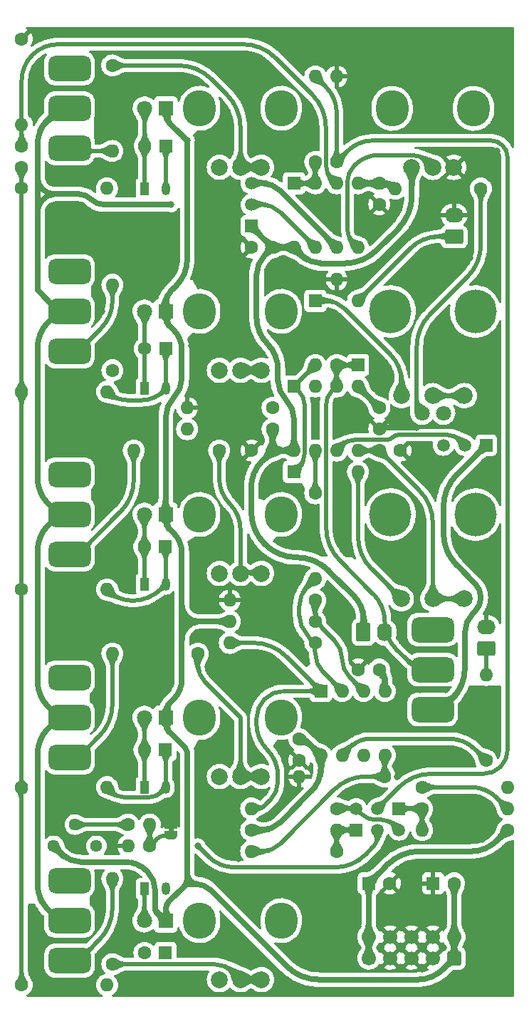
<source format=gbr>
G04 #@! TF.GenerationSoftware,KiCad,Pcbnew,(6.0.5)*
G04 #@! TF.CreationDate,2022-05-27T13:23:59-04:00*
G04 #@! TF.ProjectId,minidrone-rounded,6d696e69-6472-46f6-9e65-2d726f756e64,rev?*
G04 #@! TF.SameCoordinates,Original*
G04 #@! TF.FileFunction,Copper,L2,Bot*
G04 #@! TF.FilePolarity,Positive*
%FSLAX46Y46*%
G04 Gerber Fmt 4.6, Leading zero omitted, Abs format (unit mm)*
G04 Created by KiCad (PCBNEW (6.0.5)) date 2022-05-27 13:23:59*
%MOMM*%
%LPD*%
G01*
G04 APERTURE LIST*
G04 Aperture macros list*
%AMRoundRect*
0 Rectangle with rounded corners*
0 $1 Rounding radius*
0 $2 $3 $4 $5 $6 $7 $8 $9 X,Y pos of 4 corners*
0 Add a 4 corners polygon primitive as box body*
4,1,4,$2,$3,$4,$5,$6,$7,$8,$9,$2,$3,0*
0 Add four circle primitives for the rounded corners*
1,1,$1+$1,$2,$3*
1,1,$1+$1,$4,$5*
1,1,$1+$1,$6,$7*
1,1,$1+$1,$8,$9*
0 Add four rect primitives between the rounded corners*
20,1,$1+$1,$2,$3,$4,$5,0*
20,1,$1+$1,$4,$5,$6,$7,0*
20,1,$1+$1,$6,$7,$8,$9,0*
20,1,$1+$1,$8,$9,$2,$3,0*%
%AMFreePoly0*
4,1,22,0.500000,-0.750000,0.000000,-0.750000,0.000000,-0.745033,-0.079941,-0.743568,-0.215256,-0.701293,-0.333266,-0.622738,-0.424486,-0.514219,-0.481581,-0.384460,-0.499164,-0.250000,-0.500000,-0.250000,-0.500000,0.250000,-0.499164,0.250000,-0.499963,0.256109,-0.478152,0.396186,-0.417904,0.524511,-0.324060,0.630769,-0.204165,0.706417,-0.067858,0.745374,0.000000,0.744959,0.000000,0.750000,
0.500000,0.750000,0.500000,-0.750000,0.500000,-0.750000,$1*%
%AMFreePoly1*
4,1,20,0.000000,0.744959,0.073905,0.744508,0.209726,0.703889,0.328688,0.626782,0.421226,0.519385,0.479903,0.390333,0.500000,0.250000,0.500000,-0.250000,0.499851,-0.262216,0.476331,-0.402017,0.414519,-0.529596,0.319384,-0.634700,0.198574,-0.708877,0.061801,-0.746166,0.000000,-0.745033,0.000000,-0.750000,-0.500000,-0.750000,-0.500000,0.750000,0.000000,0.750000,0.000000,0.744959,
0.000000,0.744959,$1*%
G04 Aperture macros list end*
G04 #@! TA.AperFunction,ComponentPad*
%ADD10O,3.900000X4.300000*%
G04 #@! TD*
G04 #@! TA.AperFunction,ComponentPad*
%ADD11C,2.000000*%
G04 #@! TD*
G04 #@! TA.AperFunction,ComponentPad*
%ADD12O,5.000000X5.200000*%
G04 #@! TD*
G04 #@! TA.AperFunction,ComponentPad*
%ADD13RoundRect,0.750000X-1.750000X-0.750000X1.750000X-0.750000X1.750000X0.750000X-1.750000X0.750000X0*%
G04 #@! TD*
G04 #@! TA.AperFunction,ComponentPad*
%ADD14R,1.800000X1.800000*%
G04 #@! TD*
G04 #@! TA.AperFunction,ComponentPad*
%ADD15C,1.800000*%
G04 #@! TD*
G04 #@! TA.AperFunction,ComponentPad*
%ADD16RoundRect,0.250000X-0.620000X-0.845000X0.620000X-0.845000X0.620000X0.845000X-0.620000X0.845000X0*%
G04 #@! TD*
G04 #@! TA.AperFunction,ComponentPad*
%ADD17O,1.740000X2.190000*%
G04 #@! TD*
G04 #@! TA.AperFunction,ComponentPad*
%ADD18C,1.600000*%
G04 #@! TD*
G04 #@! TA.AperFunction,ComponentPad*
%ADD19O,1.600000X1.600000*%
G04 #@! TD*
G04 #@! TA.AperFunction,ComponentPad*
%ADD20RoundRect,0.250000X0.845000X-0.620000X0.845000X0.620000X-0.845000X0.620000X-0.845000X-0.620000X0*%
G04 #@! TD*
G04 #@! TA.AperFunction,ComponentPad*
%ADD21O,2.190000X1.740000*%
G04 #@! TD*
G04 #@! TA.AperFunction,ComponentPad*
%ADD22R,1.600000X1.600000*%
G04 #@! TD*
G04 #@! TA.AperFunction,SMDPad,CuDef*
%ADD23FreePoly0,270.000000*%
G04 #@! TD*
G04 #@! TA.AperFunction,SMDPad,CuDef*
%ADD24FreePoly1,270.000000*%
G04 #@! TD*
G04 #@! TA.AperFunction,ComponentPad*
%ADD25R,1.050000X1.500000*%
G04 #@! TD*
G04 #@! TA.AperFunction,ComponentPad*
%ADD26O,1.050000X1.500000*%
G04 #@! TD*
G04 #@! TA.AperFunction,ComponentPad*
%ADD27R,1.500000X1.500000*%
G04 #@! TD*
G04 #@! TA.AperFunction,ComponentPad*
%ADD28C,1.500000*%
G04 #@! TD*
G04 #@! TA.AperFunction,ComponentPad*
%ADD29C,1.440000*%
G04 #@! TD*
G04 #@! TA.AperFunction,ComponentPad*
%ADD30RoundRect,0.250000X0.600000X-0.600000X0.600000X0.600000X-0.600000X0.600000X-0.600000X-0.600000X0*%
G04 #@! TD*
G04 #@! TA.AperFunction,ComponentPad*
%ADD31C,1.700000*%
G04 #@! TD*
G04 #@! TA.AperFunction,ViaPad*
%ADD32C,0.800000*%
G04 #@! TD*
G04 #@! TA.AperFunction,Conductor*
%ADD33C,0.500000*%
G04 #@! TD*
G04 #@! TA.AperFunction,Conductor*
%ADD34C,0.700000*%
G04 #@! TD*
G04 APERTURE END LIST*
G36*
X182535000Y-130425000D02*
G01*
X181935000Y-130425000D01*
X181935000Y-129925000D01*
X182535000Y-129925000D01*
X182535000Y-130425000D01*
G37*
D10*
X195335000Y-116820000D03*
X185635000Y-116820000D03*
D11*
X187985000Y-123820000D03*
X190485000Y-123820000D03*
X192985000Y-123820000D03*
D12*
X208310000Y-92710000D03*
X218410000Y-92710000D03*
D11*
X209610000Y-102710000D03*
X213360000Y-102710000D03*
X217110000Y-102710000D03*
D10*
X185635000Y-68560000D03*
X195335000Y-68560000D03*
D11*
X187985000Y-75560000D03*
X190485000Y-75560000D03*
X192985000Y-75560000D03*
D10*
X208510000Y-44450000D03*
X218210000Y-44450000D03*
D11*
X210860000Y-51450000D03*
X213360000Y-51450000D03*
X215860000Y-51450000D03*
D13*
X170165000Y-63810000D03*
X170165000Y-68560000D03*
X170165000Y-73310000D03*
D14*
X181595000Y-92690000D03*
D15*
X179055000Y-92690000D03*
D10*
X185635000Y-140950000D03*
X195335000Y-140950000D03*
D11*
X187985000Y-147950000D03*
X190485000Y-147950000D03*
X192985000Y-147950000D03*
D13*
X170165000Y-112070000D03*
X170165000Y-116820000D03*
X170165000Y-121570000D03*
D16*
X205105000Y-106700000D03*
D17*
X207645000Y-106700000D03*
D14*
X181595000Y-140950000D03*
D15*
X179055000Y-140950000D03*
D14*
X181610000Y-44430000D03*
D15*
X179070000Y-44430000D03*
D14*
X181595000Y-116820000D03*
D15*
X179055000Y-116820000D03*
D13*
X170165000Y-136200000D03*
X170165000Y-140950000D03*
X170165000Y-145700000D03*
X170165000Y-87940000D03*
X170165000Y-92690000D03*
X170165000Y-97440000D03*
D18*
X164465000Y-101600000D03*
D19*
X174625000Y-101600000D03*
D20*
X215900000Y-59690000D03*
D21*
X215900000Y-57150000D03*
D22*
X181570000Y-144780000D03*
D18*
X179070000Y-144780000D03*
X179695000Y-132075000D03*
D19*
X177155000Y-132075000D03*
D23*
X182235000Y-129525000D03*
D24*
X182235000Y-130825000D03*
D18*
X219710000Y-121920000D03*
D19*
X219710000Y-111760000D03*
D18*
X199390000Y-102870000D03*
D19*
X189230000Y-102870000D03*
D18*
X185420000Y-109220000D03*
D19*
X175260000Y-109220000D03*
D25*
X179070000Y-137160000D03*
D26*
X181610000Y-137160000D03*
D22*
X196850000Y-53340000D03*
D19*
X199390000Y-53340000D03*
X201930000Y-53340000D03*
X204470000Y-53340000D03*
X204470000Y-60960000D03*
X201930000Y-60960000D03*
X199390000Y-60960000D03*
X196850000Y-60960000D03*
D18*
X191770000Y-130175000D03*
D19*
X201930000Y-130175000D03*
D18*
X164465000Y-125095000D03*
D19*
X174625000Y-125095000D03*
D18*
X164450000Y-53955000D03*
D19*
X174610000Y-53955000D03*
D18*
X207010000Y-85090000D03*
X209510000Y-85090000D03*
X219075000Y-53975000D03*
D19*
X208915000Y-53975000D03*
D18*
X194320000Y-85090000D03*
X191820000Y-85090000D03*
X164465000Y-36195000D03*
D19*
X164465000Y-46355000D03*
D27*
X204250000Y-130175000D03*
D28*
X206790000Y-130175000D03*
X209330000Y-130175000D03*
D25*
X179070000Y-77745000D03*
D26*
X181610000Y-77745000D03*
D25*
X179070000Y-125095000D03*
D26*
X181610000Y-125095000D03*
D11*
X192985000Y-51430000D03*
X190485000Y-51430000D03*
X187985000Y-51430000D03*
D10*
X185635000Y-44430000D03*
X195335000Y-44430000D03*
D22*
X213400000Y-136525000D03*
D18*
X215900000Y-136525000D03*
X194310000Y-60960000D03*
X191810000Y-60960000D03*
D27*
X209330000Y-127635000D03*
D28*
X206790000Y-127635000D03*
X204250000Y-127635000D03*
D18*
X199390000Y-90170000D03*
D19*
X199390000Y-100330000D03*
D29*
X173355000Y-132080000D03*
X170815000Y-129540000D03*
X168275000Y-132080000D03*
D18*
X204490000Y-111125000D03*
X206990000Y-111125000D03*
D27*
X191770000Y-58420000D03*
D28*
X191770000Y-55880000D03*
X191770000Y-53340000D03*
D25*
X179070000Y-53975000D03*
D26*
X181610000Y-53975000D03*
D22*
X200035000Y-113675000D03*
D19*
X202575000Y-113675000D03*
X205115000Y-113675000D03*
X207655000Y-113675000D03*
X207655000Y-121295000D03*
X205115000Y-121295000D03*
X202575000Y-121295000D03*
X200035000Y-121295000D03*
D18*
X164465000Y-148590000D03*
D19*
X174625000Y-148590000D03*
D18*
X201930000Y-127635000D03*
D19*
X191770000Y-127635000D03*
D22*
X196850000Y-77470000D03*
D19*
X199390000Y-77470000D03*
X201930000Y-77470000D03*
X204470000Y-77470000D03*
X204470000Y-85090000D03*
X201930000Y-85090000D03*
X199390000Y-85090000D03*
X196850000Y-85090000D03*
D22*
X205740000Y-136525000D03*
D18*
X208240000Y-136525000D03*
D22*
X181595000Y-73005000D03*
D18*
X179095000Y-73005000D03*
X201930000Y-50800000D03*
D19*
X201930000Y-40640000D03*
D25*
X179070000Y-100965000D03*
D26*
X181610000Y-100965000D03*
D18*
X212090000Y-125095000D03*
D19*
X222250000Y-125095000D03*
D18*
X164465000Y-48935000D03*
X164465000Y-51435000D03*
D22*
X204470000Y-74930000D03*
D19*
X204470000Y-67310000D03*
D22*
X181610000Y-48895000D03*
D18*
X179110000Y-48895000D03*
X177155000Y-129535000D03*
D19*
X179695000Y-129535000D03*
D18*
X207010000Y-82530000D03*
X207010000Y-80030000D03*
D22*
X181545113Y-96520000D03*
D18*
X179045113Y-96520000D03*
X175260000Y-146125000D03*
D19*
X175260000Y-135965000D03*
D15*
X212090000Y-80645000D03*
X214630000Y-80645000D03*
D14*
X181595000Y-68560000D03*
D15*
X179055000Y-68560000D03*
D13*
X170165000Y-39680000D03*
X170165000Y-44430000D03*
X170165000Y-49180000D03*
X213345000Y-106375000D03*
X213345000Y-111125000D03*
X213345000Y-115875000D03*
D12*
X208310000Y-68580000D03*
X218410000Y-68580000D03*
D11*
X209610000Y-78580000D03*
X213360000Y-78580000D03*
X217110000Y-78580000D03*
D10*
X195335000Y-92690000D03*
X185635000Y-92690000D03*
D11*
X187985000Y-99690000D03*
X190485000Y-99690000D03*
X192985000Y-99690000D03*
D18*
X197485000Y-119400000D03*
X197485000Y-121900000D03*
X199390000Y-107950000D03*
D19*
X189230000Y-107950000D03*
D22*
X199390000Y-67310000D03*
D19*
X199390000Y-74930000D03*
D18*
X175245000Y-39350000D03*
D19*
X175245000Y-49510000D03*
D30*
X215900000Y-145415000D03*
D31*
X215900000Y-142875000D03*
X213360000Y-145415000D03*
X213360000Y-142875000D03*
X210820000Y-145415000D03*
X210820000Y-142875000D03*
X208280000Y-145415000D03*
X208280000Y-142875000D03*
X205740000Y-145415000D03*
X205740000Y-142875000D03*
D18*
X199390000Y-105410000D03*
D19*
X189230000Y-105410000D03*
D18*
X207000000Y-55840000D03*
X207000000Y-53340000D03*
D20*
X219710000Y-108585000D03*
D21*
X219710000Y-106045000D03*
D18*
X212090000Y-127635000D03*
D19*
X222250000Y-127635000D03*
D18*
X175260000Y-75565000D03*
D19*
X175260000Y-65405000D03*
D18*
X187960000Y-85090000D03*
D19*
X177800000Y-85090000D03*
D18*
X222250000Y-130175000D03*
D19*
X212090000Y-130175000D03*
D18*
X194310000Y-80010000D03*
D19*
X184150000Y-80010000D03*
D27*
X219710000Y-84455000D03*
D28*
X217170000Y-84455000D03*
X214630000Y-84455000D03*
D18*
X199390000Y-50800000D03*
D19*
X199390000Y-40640000D03*
D18*
X207645000Y-123825000D03*
D19*
X197485000Y-123825000D03*
D18*
X194310000Y-82550000D03*
D19*
X184150000Y-82550000D03*
D22*
X196850000Y-87630000D03*
D19*
X204470000Y-87630000D03*
D18*
X164465000Y-78105000D03*
D19*
X174625000Y-78105000D03*
D22*
X181570000Y-120650000D03*
D18*
X179070000Y-120650000D03*
X201930000Y-74930000D03*
D19*
X201930000Y-64770000D03*
D18*
X201930000Y-132715000D03*
D19*
X191770000Y-132715000D03*
D32*
X208153000Y-117983000D03*
X189230000Y-125857000D03*
X185674000Y-49911000D03*
X204597000Y-79756000D03*
X218694000Y-98171000D03*
X209550000Y-146685000D03*
X176911000Y-118110000D03*
X190246000Y-133604000D03*
X170688000Y-79883000D03*
X185166000Y-107035600D03*
X167894000Y-85217000D03*
X214884000Y-113538000D03*
X185166000Y-41148000D03*
X214122000Y-134620000D03*
X188722000Y-92964000D03*
X194310000Y-35560000D03*
X167894000Y-124333000D03*
X197485000Y-38735000D03*
X187579000Y-106807000D03*
X213614000Y-126492000D03*
X195453000Y-136017000D03*
X205740000Y-109220000D03*
X186055000Y-149479000D03*
X178689000Y-127762000D03*
X176911000Y-66675000D03*
X219075000Y-126492000D03*
X189992000Y-54864000D03*
X208153000Y-131699000D03*
X207010000Y-146685000D03*
X172847000Y-149479000D03*
X185801000Y-65024000D03*
X174625000Y-105283000D03*
X191135000Y-81280000D03*
X196469000Y-125857000D03*
X176784000Y-54356000D03*
X222250000Y-149225000D03*
X189865000Y-69850000D03*
X183134000Y-90424000D03*
X189103000Y-121920000D03*
X177419000Y-135636000D03*
X212725000Y-76200000D03*
X185674000Y-101092000D03*
X198501000Y-116967000D03*
X219202000Y-131318000D03*
X197866000Y-109474000D03*
X203200000Y-97028000D03*
X219456000Y-75692000D03*
X220599000Y-100711000D03*
X192786000Y-125857000D03*
X209550000Y-64770000D03*
X215900000Y-147955000D03*
X218821000Y-147701000D03*
X202438000Y-117094000D03*
X200660000Y-145923000D03*
X173609000Y-135382000D03*
X175895000Y-46355000D03*
X213106000Y-88900000D03*
X195326000Y-149479000D03*
X217932000Y-134493000D03*
X177546000Y-51181000D03*
X177292000Y-124841000D03*
X191516000Y-101854000D03*
X212090000Y-141605000D03*
X219075000Y-51435000D03*
X167005000Y-35560000D03*
X211836000Y-113538000D03*
X214630000Y-144145000D03*
X208915000Y-104775000D03*
X176911000Y-77343000D03*
X195199000Y-96012000D03*
X213360000Y-49530000D03*
X172720000Y-53340000D03*
X206883000Y-125603000D03*
X189230000Y-97790000D03*
X189230000Y-49657000D03*
X165862000Y-140208000D03*
X192405000Y-121666000D03*
X184150000Y-48260000D03*
X189992000Y-111887000D03*
X204470000Y-146685000D03*
X167894000Y-61214000D03*
X199263000Y-96520000D03*
X189865000Y-130048000D03*
X167386000Y-143256000D03*
X193167000Y-90297000D03*
X210947000Y-108712000D03*
X177292000Y-93472000D03*
X221742000Y-145923000D03*
X216027000Y-118110000D03*
X182499000Y-63500000D03*
X201803000Y-55245000D03*
X167894000Y-129921000D03*
X175260000Y-35560000D03*
X211201000Y-136906000D03*
X175260000Y-131826000D03*
X193675000Y-40640000D03*
X169164000Y-105029000D03*
X177546000Y-101600000D03*
X173990000Y-68580000D03*
X203200000Y-46990000D03*
X167894000Y-76073000D03*
X211201000Y-149225000D03*
X179705000Y-60452000D03*
X204470000Y-144145000D03*
X179070000Y-38100000D03*
X199263000Y-138303000D03*
X208915000Y-98425000D03*
X167894000Y-56134000D03*
X220853000Y-128778000D03*
X201803000Y-58801000D03*
X189992000Y-89916000D03*
X220980000Y-65405000D03*
X166370000Y-149225000D03*
X185547000Y-130429000D03*
X195199000Y-51943000D03*
X177546000Y-74168000D03*
X185420000Y-85090000D03*
X183388000Y-38100000D03*
X179832000Y-85344000D03*
X209042000Y-56261000D03*
X210566000Y-118110000D03*
X211455000Y-82405989D03*
X194945000Y-64008000D03*
X171577000Y-101981000D03*
X218440000Y-39370000D03*
X176149000Y-62230000D03*
X206502000Y-86868000D03*
X184912000Y-77216000D03*
X193294000Y-128778000D03*
X207010000Y-144145000D03*
X220980000Y-95123000D03*
X202946000Y-125984000D03*
X214630000Y-69215000D03*
X179832000Y-66548000D03*
X218948000Y-138430000D03*
X199009000Y-92837000D03*
X190881000Y-109347000D03*
X199390000Y-79375000D03*
X192278000Y-140462000D03*
X187960000Y-59690000D03*
X178435000Y-41275000D03*
X187452000Y-128270000D03*
X191770000Y-46355000D03*
X222250000Y-35560000D03*
X186944000Y-103886000D03*
X195834000Y-144145000D03*
X205740000Y-95377000D03*
X209550000Y-138811000D03*
X220726000Y-134620000D03*
X186690000Y-89662000D03*
X204597000Y-55499000D03*
X218821000Y-143129000D03*
X175514000Y-88138000D03*
X221996000Y-137668000D03*
X201168000Y-101854000D03*
X212598000Y-53594000D03*
X198247000Y-55118000D03*
X177673000Y-70485000D03*
X220980000Y-49530000D03*
X193294000Y-137668000D03*
X205740000Y-90043000D03*
X210566000Y-131445000D03*
X200152000Y-119253000D03*
X216281000Y-81915000D03*
X209423000Y-120650000D03*
X202438000Y-143129000D03*
X222250000Y-46990000D03*
X209550000Y-144145000D03*
X181737000Y-147574000D03*
X213995000Y-43180000D03*
X177800000Y-109601000D03*
X175260000Y-57404000D03*
X215011000Y-130683000D03*
X185674000Y-54864000D03*
X220980000Y-120523000D03*
X212598000Y-139700000D03*
X199390000Y-83185000D03*
X177927000Y-112649000D03*
X197612000Y-70866000D03*
X211836000Y-122174000D03*
X208661000Y-81026000D03*
X210185000Y-134239000D03*
X187833000Y-132080000D03*
X191008000Y-115062000D03*
X216916000Y-89281000D03*
X173736000Y-121031000D03*
X192024000Y-145796000D03*
X209550000Y-39370000D03*
X207010000Y-141605000D03*
X204470000Y-141605000D03*
X192786000Y-106426000D03*
X209169000Y-114935000D03*
X217932000Y-122174000D03*
X188722000Y-44704000D03*
X217805000Y-62230000D03*
X199644000Y-141732000D03*
X214630000Y-141605000D03*
X201549000Y-149479000D03*
X173990000Y-72771000D03*
X211582000Y-101727000D03*
X188595000Y-39370000D03*
X173863000Y-96901000D03*
X179959000Y-114808000D03*
X190373000Y-136144000D03*
X178816000Y-149479000D03*
X220980000Y-90043000D03*
X181864000Y-108458000D03*
X188722000Y-117094000D03*
X208407000Y-76708000D03*
X185801000Y-125349000D03*
X186182000Y-122428000D03*
X182626000Y-57404000D03*
X215900000Y-108712000D03*
X199390000Y-64770000D03*
X167640000Y-51816000D03*
X166370000Y-43815000D03*
X209550000Y-141605000D03*
X191897000Y-49530000D03*
X172085000Y-127254000D03*
X212725000Y-61595000D03*
X215900000Y-73533000D03*
X216027000Y-95504000D03*
X212090000Y-146685000D03*
X202057000Y-140081000D03*
X195453000Y-120142000D03*
X204470000Y-35560000D03*
X207137000Y-138303000D03*
X202057000Y-91440000D03*
X219583000Y-114046000D03*
X179705000Y-90678000D03*
X176657000Y-98171000D03*
X167767000Y-99949000D03*
X186944000Y-111125000D03*
X167894000Y-109347000D03*
X187325000Y-81280000D03*
X185801000Y-120396000D03*
X173990000Y-92710000D03*
X197612000Y-99314000D03*
X186690000Y-35560000D03*
X192024000Y-97282000D03*
X206248000Y-59182000D03*
X212090000Y-144145000D03*
X211328000Y-96901000D03*
X209169000Y-123825000D03*
X185674000Y-134874000D03*
X182245000Y-128270000D03*
X195580000Y-103124000D03*
X181991000Y-113030000D03*
X203200000Y-42545000D03*
X180086000Y-80391000D03*
X204343000Y-138049000D03*
X184150000Y-144653000D03*
X182245000Y-102743000D03*
X196850000Y-74930000D03*
X198501000Y-144272000D03*
X222504000Y-132080000D03*
X191770000Y-73660000D03*
X185420000Y-132080000D03*
X205613000Y-134620000D03*
X194056000Y-112395000D03*
X219075000Y-64770000D03*
X188722000Y-141224000D03*
X214757000Y-120777000D03*
X171450000Y-59055000D03*
X211963000Y-92075000D03*
X179324000Y-105029000D03*
X212090000Y-67945000D03*
X193675000Y-77470000D03*
X219456000Y-80645000D03*
X172085000Y-107823000D03*
X185166000Y-96266000D03*
X215900000Y-85979000D03*
X210185000Y-59690000D03*
X175006000Y-144145000D03*
X203200000Y-104648000D03*
X204470000Y-64770000D03*
X183134000Y-84582000D03*
X173482000Y-42164000D03*
X203200000Y-86360000D03*
X166370000Y-39370000D03*
X202057000Y-82804000D03*
X220345000Y-87122000D03*
X173863000Y-140462000D03*
X194818000Y-86995000D03*
X213995000Y-35560000D03*
X171196000Y-132461000D03*
X174625000Y-82042000D03*
X177419000Y-138938000D03*
X220980000Y-71374000D03*
X182245000Y-55880000D03*
X210185000Y-73660000D03*
X184658000Y-72644000D03*
D33*
X179095000Y-68628284D02*
X179095000Y-70802500D01*
X181595000Y-78085000D02*
X181595000Y-73005000D01*
X179075000Y-68580000D02*
X179055000Y-68560000D01*
X179070000Y-120660606D02*
X179070000Y-125095000D01*
X179095000Y-44470000D02*
X179055000Y-44430000D01*
X179095000Y-75207500D02*
X179095000Y-78045000D01*
X179055000Y-120624393D02*
X179055000Y-116820000D01*
X179090000Y-44450000D02*
X179070000Y-44430000D01*
X181595000Y-53955000D02*
X181595000Y-48875000D01*
X179070000Y-48963284D02*
X179070000Y-53975000D01*
X179055000Y-48915000D02*
X179095000Y-48875000D01*
X179110000Y-48866715D02*
X179110000Y-44498284D01*
X179069994Y-48963284D02*
G75*
G02*
X179090000Y-48915000I68306J-16D01*
G01*
X164464997Y-78190606D02*
G75*
G03*
X164457500Y-78172500I-25597J6D01*
G01*
X179069997Y-120660606D02*
G75*
G03*
X179062500Y-120642500I-25597J6D01*
G01*
X179089995Y-48914995D02*
G75*
G03*
X179110000Y-48866715I-48295J48295D01*
G01*
X170728345Y-49509951D02*
G75*
G02*
X170330001Y-49344999I-45J563351D01*
G01*
X191735000Y-99690000D02*
G75*
G02*
X190485000Y-98440000I0J1250000D01*
G01*
X190484952Y-94480444D02*
G75*
G03*
X189222500Y-91432500I-4310452J44D01*
G01*
X207645005Y-105420000D02*
G75*
G03*
X206290890Y-102150890I-4623205J0D01*
G01*
X212260987Y-110490006D02*
G75*
G02*
X213027500Y-110807500I13J-1083994D01*
G01*
X202274302Y-98134260D02*
G75*
G02*
X200680489Y-94286525I3847698J3847760D01*
G01*
X197474722Y-87005211D02*
G75*
G03*
X198099511Y-85496951I-1508222J1508311D01*
G01*
X179062498Y-120642502D02*
G75*
G02*
X179055000Y-120624393I18102J18102D01*
G01*
X179110006Y-44498284D02*
G75*
G03*
X179090000Y-44450000I-68306J-16D01*
G01*
X210742957Y-61037034D02*
G75*
G02*
X213995000Y-59690000I3252043J-3252066D01*
G01*
X201305274Y-78094785D02*
G75*
G03*
X201930000Y-76586462I-1508374J1508285D01*
G01*
X189222487Y-91432513D02*
G75*
G02*
X187960000Y-88384555I3047913J3047913D01*
G01*
X164450003Y-51460606D02*
G75*
G02*
X164457500Y-51442500I25597J6D01*
G01*
X208999113Y-108689105D02*
G75*
G02*
X207645000Y-105420000I3269087J3269105D01*
G01*
X164457498Y-78172502D02*
G75*
G02*
X164450000Y-78154393I18102J18102D01*
G01*
X211755000Y-110489992D02*
G75*
G02*
X210124713Y-109814713I0J2305592D01*
G01*
X200680512Y-79603048D02*
G75*
G02*
X201305244Y-78094755I2132988J48D01*
G01*
X198099487Y-79603048D02*
G75*
G03*
X197474755Y-78094755I-2132987J48D01*
G01*
X197474755Y-78094755D02*
G75*
G02*
X197474755Y-76845244I624745J624755D01*
G01*
X179095006Y-68628284D02*
G75*
G03*
X179075000Y-68580000I-68306J-16D01*
G01*
X179055003Y-137185606D02*
G75*
G02*
X179062500Y-137167500I25597J6D01*
G01*
X170665000Y-73310001D02*
G75*
G03*
X171518553Y-72956446I0J1207101D01*
G01*
X202554739Y-84465228D02*
G75*
G02*
X204063048Y-83840489I1508261J-1508272D01*
G01*
X176206200Y-92398785D02*
G75*
G03*
X177800000Y-88551036I-3847800J3847785D01*
G01*
X221421757Y-122679257D02*
G75*
G03*
X222250000Y-120679742I-1999557J1999557D01*
G01*
X173666200Y-143273785D02*
G75*
G03*
X175260000Y-139426036I-3847800J3847785D01*
G01*
X217913948Y-125094980D02*
G75*
G02*
X220980000Y-126365000I-48J-4336120D01*
G01*
X170665000Y-121570001D02*
G75*
G03*
X171518553Y-121216446I0J1207101D01*
G01*
X217481200Y-64458785D02*
G75*
G03*
X219075000Y-60611036I-3847800J3847785D01*
G01*
X203199985Y-49529985D02*
G75*
G02*
X206266051Y-48260000I3066015J-3066015D01*
G01*
X206063800Y-99163784D02*
G75*
G02*
X204470000Y-95316036I3847800J3847784D01*
G01*
X209610003Y-76785000D02*
G75*
G03*
X208340742Y-73720744I-4333503J0D01*
G01*
X201745499Y-134619999D02*
G75*
G03*
X205312499Y-133142499I1J5044499D01*
G01*
X193040000Y-55880015D02*
G75*
G02*
X195208024Y-56778026I0J-3066085D01*
G01*
X173912966Y-70562043D02*
G75*
G03*
X175260000Y-67310000I-3252066J3252043D01*
G01*
X198437489Y-106997511D02*
G75*
G02*
X197485000Y-104697961I2299511J2299511D01*
G01*
X203463015Y-112023035D02*
G75*
G02*
X202565000Y-109855000I2168085J2168035D01*
G01*
X197485016Y-103582038D02*
G75*
G02*
X198437500Y-101282500I3251984J38D01*
G01*
X211454960Y-72738963D02*
G75*
G02*
X213048793Y-68891208I5441540J-37D01*
G01*
X180488910Y-131281077D02*
G75*
G02*
X181590000Y-130825000I1101090J-1101123D01*
G01*
X203302131Y-127634991D02*
G75*
G02*
X204920244Y-128305244I-31J-2288409D01*
G01*
X215122306Y-83255490D02*
G75*
G02*
X216570244Y-83855244I-6J-2047710D01*
G01*
X200660000Y-67310015D02*
G75*
G02*
X202828024Y-68208026I0J-3066085D01*
G01*
X207282306Y-128975490D02*
G75*
G02*
X208730244Y-129575244I-6J-2047710D01*
G01*
X206538357Y-128975509D02*
G75*
G02*
X204920244Y-128305244I43J2288409D01*
G01*
X173666200Y-119068785D02*
G75*
G03*
X175260000Y-115221036I-3847800J3847785D01*
G01*
X202564985Y-109855000D02*
G75*
G03*
X201666973Y-107686975I-3066085J0D01*
G01*
X200288015Y-106308035D02*
G75*
G02*
X199390000Y-104140000I2168085J2168035D01*
G01*
X170665000Y-97440001D02*
G75*
G03*
X171518553Y-97086446I0J1207101D01*
G01*
X200288015Y-111388035D02*
G75*
G02*
X199390000Y-109220000I2168085J2168035D01*
G01*
X220250001Y-48260000D02*
G75*
G02*
X222250000Y-50259998I-1J-2000000D01*
G01*
X209323736Y-125101321D02*
G75*
G02*
X213171463Y-123507500I3847764J-3847679D01*
G01*
X189756051Y-134620020D02*
G75*
G02*
X186690000Y-133350000I49J4336120D01*
G01*
X208552036Y-83548014D02*
G75*
G02*
X209258168Y-83255489I706164J-706086D01*
G01*
X211772496Y-80327504D02*
G75*
G02*
X211455000Y-79560987I766504J766504D01*
G01*
X207845895Y-83840476D02*
G75*
G03*
X208552011Y-83547989I5J998576D01*
G01*
X170702500Y-145700010D02*
G75*
G03*
X171620068Y-145319929I0J1297610D01*
G01*
X199389985Y-109220000D02*
G75*
G03*
X198491973Y-107051975I-3066085J0D01*
G01*
X206263208Y-132191797D02*
G75*
G03*
X206790000Y-130920000I-1271808J1271797D01*
G01*
X219422242Y-123507517D02*
G75*
G03*
X221421769Y-122679269I-42J2827817D01*
G01*
X203549508Y-120320477D02*
G75*
G02*
X205902204Y-119345969I2352692J-2352723D01*
G01*
X190786036Y-36829990D02*
G75*
G02*
X194633791Y-38423793I-36J-5441610D01*
G01*
X165734985Y-38099985D02*
G75*
G02*
X168801051Y-36830000I3066015J-3066015D01*
G01*
X177146464Y-129539985D02*
G75*
G03*
X177152500Y-129537500I36J8485D01*
G01*
X215315854Y-119345998D02*
G75*
G02*
X218422983Y-120632985I46J-4394102D01*
G01*
X200639540Y-46683474D02*
G75*
G03*
X199045718Y-42835718I-5441540J-26D01*
G01*
X186318015Y-112658035D02*
G75*
G02*
X185420000Y-110490000I2168085J2168035D01*
G01*
X203075451Y-49654548D02*
X201930000Y-50800000D01*
X186998784Y-40943800D02*
G75*
G03*
X183151036Y-39350000I-3847784J-3847800D01*
G01*
X190485010Y-46683963D02*
G75*
G03*
X188891206Y-42836208I-5441610J-37D01*
G01*
D34*
X196850018Y-81355289D02*
G75*
G03*
X195897499Y-79055752I-3252018J-11D01*
G01*
X193675014Y-72389986D02*
G75*
G02*
X192405000Y-69323948I3066086J3066086D01*
G01*
X194945020Y-75456051D02*
G75*
G03*
X193675000Y-72390000I-4336120J-49D01*
G01*
X195897514Y-79055737D02*
G75*
G02*
X194945000Y-76756212I2299486J2299537D01*
G01*
X192405015Y-64212038D02*
G75*
G02*
X193357499Y-61912499I3251985J38D01*
G01*
D33*
X179055000Y-96520000D02*
X179055000Y-92690000D01*
D34*
X207010000Y-80020000D02*
X207010000Y-80030000D01*
X182031638Y-115148361D02*
X182555000Y-114625000D01*
X183515000Y-76497761D02*
X183515000Y-73112645D01*
X181595000Y-67662500D02*
X181595000Y-67922500D01*
X207002928Y-80002928D02*
X204470000Y-77470000D01*
X181610000Y-45075000D02*
X181610000Y-44430000D01*
X211455000Y-82405989D02*
X207221700Y-82405989D01*
D33*
X179055000Y-137185606D02*
X179055000Y-140950000D01*
D34*
X183515000Y-107753144D02*
X183515000Y-112307354D01*
X185514998Y-105410000D02*
X189230000Y-105410000D01*
X184150000Y-120967500D02*
X184150000Y-121285000D01*
X207655000Y-112260226D02*
X207655000Y-113675000D01*
X182045780Y-70285780D02*
X182555000Y-70795000D01*
X183515000Y-103410001D02*
X183515000Y-97242645D01*
X184150000Y-48260000D02*
X182066083Y-46176083D01*
X208597500Y-53657500D02*
X208915000Y-53975000D01*
X207322500Y-111457500D02*
X206990000Y-111125000D01*
X207640000Y-53340000D02*
X207830987Y-53340000D01*
X181610000Y-90794393D02*
X181610000Y-81096838D01*
X207072005Y-82467994D02*
X207010000Y-82530000D01*
X214629999Y-146684999D02*
X215001974Y-146313025D01*
X182235000Y-128287071D02*
X182235000Y-129525000D01*
X186938222Y-137328294D02*
X195971135Y-146361207D01*
X182245000Y-128270000D02*
X182240000Y-128275000D01*
X211563948Y-147955000D02*
X199818891Y-147955000D01*
X183925493Y-120425493D02*
X182045780Y-118545780D01*
X206360000Y-53340000D02*
X204470000Y-53340000D01*
X182555000Y-94925000D02*
X182045780Y-94415780D01*
X184150000Y-49212500D02*
X184150000Y-62403342D01*
X184150000Y-48260000D02*
X184150000Y-48577500D01*
X182229628Y-66130371D02*
X182872500Y-65487500D01*
D33*
X179062500Y-137167500D02*
X179070000Y-137160000D01*
D34*
X181595000Y-117437500D02*
X181595000Y-117457500D01*
X193045000Y-86365000D02*
X194320000Y-85090000D01*
X194310000Y-85085000D02*
X194310000Y-82555000D01*
X200102038Y-62865000D02*
X202852785Y-62865000D01*
X193373455Y-96218455D02*
X193357500Y-96202500D01*
D33*
X192985000Y-75560000D02*
X190485000Y-75560000D01*
D34*
X210860000Y-54857785D02*
X210860000Y-51450000D01*
X216223792Y-87941207D02*
X219710000Y-84455000D01*
X193411974Y-60061974D02*
X191770000Y-58420000D01*
X200961544Y-99361544D02*
X203975396Y-102375396D01*
X191770000Y-92369935D02*
X191770000Y-89443122D01*
D33*
X190485000Y-94480444D02*
X190485000Y-98440000D01*
X170330000Y-49345000D02*
X170165000Y-49180000D01*
D34*
X218401480Y-100926480D02*
X216223792Y-98748792D01*
X209266207Y-58705541D02*
X206700541Y-61271207D01*
D33*
X187960000Y-88384555D02*
X187960000Y-85090000D01*
D34*
X215747499Y-114452499D02*
X214671482Y-115528517D01*
X220980000Y-131445000D02*
X222250000Y-130175000D01*
X217913948Y-132715000D02*
X211803963Y-132715000D01*
X218122499Y-104457499D02*
X218401480Y-104178519D01*
X207333792Y-134931206D02*
X207956207Y-134308792D01*
X213835000Y-115875000D02*
X213345000Y-115875000D01*
X205105000Y-105102500D02*
X205105000Y-106700000D01*
X217170000Y-111018281D02*
X217170000Y-106757038D01*
D33*
X170728345Y-49510000D02*
X175245000Y-49510000D01*
D34*
X214630000Y-94901036D02*
X214630000Y-91788963D01*
X169530000Y-44430000D02*
X170165000Y-44430000D01*
D33*
X164465000Y-104018144D02*
X164465000Y-125805000D01*
X164465000Y-148590000D02*
X164465000Y-125730000D01*
X200680489Y-94286525D02*
X200680489Y-79603048D01*
X209610000Y-76785000D02*
X209610000Y-78580000D01*
D34*
X169530000Y-68560000D02*
X170165000Y-68560000D01*
D33*
X212260987Y-110490000D02*
X211755000Y-110490000D01*
X164450000Y-78154393D02*
X164450000Y-55207500D01*
D34*
X168445987Y-68110987D02*
X166355000Y-66020000D01*
X169530000Y-116820000D02*
X170165000Y-116820000D01*
D33*
X197474755Y-76845244D02*
X199390000Y-74930000D01*
D34*
X168445987Y-116370987D02*
X167625000Y-115550000D01*
D33*
X213027500Y-110807500D02*
X213345000Y-111125000D01*
D34*
X166355000Y-52625001D02*
X166355000Y-48766051D01*
X168445987Y-69009012D02*
X167625000Y-69830000D01*
X166355000Y-56968144D02*
X166355000Y-66025000D01*
X166355000Y-88353948D02*
X166355000Y-72896051D01*
X193040000Y-53340000D02*
X191770000Y-53340000D01*
D33*
X213995000Y-59690000D02*
X215900000Y-59690000D01*
X164450000Y-51460606D02*
X164450000Y-52702500D01*
X164465000Y-78190606D02*
X164465000Y-99331856D01*
X210124713Y-109814713D02*
X208999109Y-108689109D01*
X202274281Y-98134281D02*
X206290890Y-102150890D01*
X210742961Y-61037038D02*
X204470000Y-67310000D01*
D34*
X168354998Y-54625000D02*
X171212580Y-54625000D01*
X166355000Y-121156051D02*
X166355000Y-136613948D01*
X167624999Y-45699999D02*
X168445987Y-44879012D01*
D33*
X191735000Y-99690000D02*
X192985000Y-99690000D01*
X164457500Y-51442500D02*
X164465000Y-51435000D01*
X217110000Y-78580000D02*
X213360000Y-78580000D01*
X198099511Y-79603048D02*
X198099511Y-85496951D01*
X197474755Y-87005244D02*
X196850000Y-87630000D01*
X200660000Y-67310000D02*
X199390000Y-67310000D01*
D34*
X166355000Y-112483948D02*
X166355000Y-97026051D01*
X182245000Y-55880000D02*
X174242419Y-55880000D01*
X169530000Y-140950000D02*
X170165000Y-140950000D01*
D33*
X208340743Y-73720743D02*
X202828025Y-68208025D01*
X216570244Y-83855244D02*
X217170000Y-84455000D01*
X181590000Y-130825000D02*
X182235000Y-130825000D01*
X207845895Y-83840489D02*
X204063048Y-83840489D01*
X211772500Y-80327500D02*
X212090000Y-80645000D01*
X215122306Y-83255489D02*
X209258168Y-83255489D01*
X220250001Y-48260000D02*
X206266051Y-48260000D01*
X206538357Y-128975489D02*
X207282306Y-128975489D01*
X175260000Y-67310000D02*
X175260000Y-65405000D01*
X219710000Y-111760000D02*
X219710000Y-108585000D01*
X180319999Y-131449999D02*
X180488916Y-131281083D01*
X176206207Y-92398792D02*
X171518553Y-97086446D01*
D34*
X167624999Y-118089999D02*
X168445987Y-117269012D01*
D33*
X203302131Y-127635000D02*
X201930000Y-127635000D01*
X177800000Y-88551036D02*
X177800000Y-85090000D01*
X203075451Y-49654548D02*
X203200000Y-49530000D01*
X170665000Y-73310000D02*
X170165000Y-73310000D01*
X170665000Y-97440000D02*
X170165000Y-97440000D01*
X185420000Y-132080000D02*
X186690000Y-133350000D01*
X189756051Y-134620000D02*
X201745499Y-134620000D01*
X170665000Y-121570000D02*
X170165000Y-121570000D01*
X204470000Y-95316036D02*
X204470000Y-87630000D01*
X193040000Y-55880000D02*
X191770000Y-55880000D01*
X211455000Y-72738963D02*
X211455000Y-79560987D01*
X199390000Y-85090000D02*
X199390000Y-90170000D01*
X222250000Y-50259998D02*
X222250000Y-120679742D01*
X173912961Y-70562038D02*
X171518553Y-72956446D01*
X206063792Y-99163792D02*
X209610000Y-102710000D01*
D34*
X168445987Y-93139012D02*
X167625000Y-93960000D01*
D33*
X208730244Y-129575244D02*
X209330000Y-130175000D01*
X175260000Y-115221036D02*
X175260000Y-109220000D01*
X173666207Y-119068792D02*
X171518553Y-121216446D01*
X170702500Y-145700000D02*
X170165000Y-145700000D01*
X175260000Y-139426036D02*
X175260000Y-135965000D01*
D34*
X167625000Y-139680000D02*
X168445987Y-140500987D01*
D33*
X219075000Y-60611036D02*
X219075000Y-53975000D01*
X206790000Y-130920000D02*
X206790000Y-130175000D01*
X206263205Y-132191794D02*
X205312500Y-133142500D01*
X195208025Y-56778025D02*
X199390000Y-60960000D01*
D34*
X167625000Y-91420000D02*
X168445987Y-92240987D01*
D33*
X213171463Y-123507500D02*
X219422242Y-123507500D01*
D34*
X195208025Y-54238025D02*
X201930000Y-60960000D01*
D33*
X209323707Y-125101292D02*
X206790000Y-127635000D01*
X213048792Y-68891207D02*
X217481207Y-64458792D01*
X202554755Y-84465244D02*
X201930000Y-85090000D01*
X197485000Y-104697961D02*
X197485000Y-103582038D01*
X177146464Y-129540000D02*
X170815000Y-129540000D01*
X203463025Y-112023025D02*
X205115000Y-113675000D01*
X168801051Y-36830000D02*
X190786036Y-36830000D01*
X164465000Y-47645000D02*
X164465000Y-48935000D01*
X199045718Y-42835718D02*
X194633792Y-38423792D01*
X200288025Y-106308025D02*
X201666974Y-107686974D01*
X218422984Y-120632984D02*
X219710000Y-121920000D01*
X215315854Y-119345969D02*
X205902204Y-119345969D01*
X164465000Y-41166051D02*
X164465000Y-45065000D01*
X200639511Y-51136997D02*
X200639511Y-46683474D01*
X177152500Y-129537500D02*
X177155000Y-129535000D01*
X200288025Y-111388025D02*
X202575000Y-113675000D01*
X220980000Y-126365000D02*
X222250000Y-127635000D01*
X203549515Y-120320484D02*
X202575000Y-121295000D01*
X173666207Y-143273792D02*
X171620069Y-145319930D01*
X198491974Y-107051974D02*
X198437500Y-106997500D01*
X217913948Y-125095000D02*
X212090000Y-125095000D01*
X201284755Y-52694755D02*
X201930000Y-53340000D01*
X198437500Y-101282500D02*
X199390000Y-100330000D01*
X199390000Y-104140000D02*
X199390000Y-102870000D01*
X180319999Y-131450001D02*
X179695000Y-132075000D01*
X180319999Y-131449999D02*
X180319999Y-131450001D01*
D34*
X184150000Y-135998949D02*
X184150000Y-121240978D01*
X180348068Y-139697722D02*
X180348068Y-139703068D01*
X171527038Y-133985000D02*
X176804619Y-133985000D01*
X168275000Y-132080000D02*
X169227500Y-133032500D01*
X180340000Y-137352133D02*
X180340000Y-139697500D01*
X179304511Y-135020489D02*
X179423481Y-135139459D01*
X181595000Y-139606051D02*
X181595000Y-140950000D01*
X183778025Y-136896975D02*
X181966974Y-138708026D01*
X180348068Y-139703068D02*
X181595000Y-140950000D01*
X184494987Y-136600000D02*
X185179964Y-136600000D01*
D33*
X203978113Y-51291887D02*
X204117293Y-51152707D01*
X206898994Y-50000489D02*
X210885529Y-50000489D01*
X204470000Y-60960000D02*
X203837047Y-60327047D01*
X212635244Y-50725244D02*
X213360000Y-51450000D01*
X203200000Y-58789080D02*
X203200000Y-53170417D01*
X199390000Y-40640000D02*
X200660000Y-41910000D01*
X201930000Y-44976051D02*
X201930000Y-50800000D01*
X201930020Y-44976051D02*
G75*
G03*
X200660000Y-41910000I-4336120J-49D01*
G01*
X181610000Y-97298284D02*
X181610000Y-100965000D01*
X181619631Y-100955369D02*
X181033969Y-101541031D01*
X181570000Y-97230000D02*
X181590000Y-97250000D01*
X177077829Y-79121000D02*
X178729940Y-79121000D01*
X181297532Y-78057468D02*
X181610000Y-77745000D01*
X174625000Y-101675000D02*
G75*
G03*
X177667796Y-102935369I3042800J3042800D01*
G01*
X181610006Y-97298284D02*
G75*
G03*
X181590000Y-97250000I-68306J-16D01*
G01*
X175260000Y-146125000D02*
X187369530Y-146125000D01*
X189572500Y-147037500D02*
X190485000Y-147950000D01*
X205422500Y-123825000D02*
X207645000Y-123825000D01*
X195208025Y-131816974D02*
X201628455Y-125396544D01*
X191770000Y-132715000D02*
X193040000Y-132715000D01*
X192985000Y-147950000D02*
X190485000Y-147950000D01*
X212090000Y-130175000D02*
X212090000Y-127635000D01*
X204250000Y-130175000D02*
X201930000Y-130175000D01*
X191770000Y-127635000D02*
X192405000Y-127635000D01*
X194945000Y-124382961D02*
X194945000Y-123730481D01*
X193489012Y-127185987D02*
X193992499Y-126682499D01*
X213360000Y-93693963D02*
X213360000Y-102710000D01*
X192384592Y-117549110D02*
X192384592Y-116944805D01*
X195654397Y-113675000D02*
X200035000Y-113675000D01*
X207010000Y-85090000D02*
X211766207Y-89846207D01*
X179643728Y-126294511D02*
X176672693Y-126294511D01*
X175224755Y-125694755D02*
X174625000Y-125095000D01*
X181610000Y-125095000D02*
X181609999Y-125095000D01*
X181609999Y-125095000D02*
X180952665Y-125752334D01*
D34*
X181595000Y-81111838D02*
X181610000Y-81096838D01*
X181595000Y-92690000D02*
X181595000Y-81111838D01*
X181595000Y-90809393D02*
X181610000Y-90794393D01*
D33*
X181033950Y-101541012D02*
G75*
G02*
X177667796Y-102935369I-3366250J3366212D01*
G01*
X181297507Y-78057443D02*
G75*
G02*
X178729940Y-79121000I-2567607J2567543D01*
G01*
X203200011Y-58789080D02*
G75*
G03*
X203837048Y-60327046I2174989J-20D01*
G01*
D34*
X183778039Y-136896989D02*
G75*
G02*
X184494987Y-136600000I716961J-716911D01*
G01*
D33*
X203200000Y-53170417D02*
G75*
G02*
X203978113Y-51291887I2656600J17D01*
G01*
D34*
X215900000Y-142875000D02*
X215900000Y-136525000D01*
D33*
X183896000Y-105156000D02*
X183896000Y-105664000D01*
X179095000Y-70802500D02*
X179095000Y-75207500D01*
X164450000Y-52702500D02*
X164450000Y-55207500D01*
X164465000Y-99331856D02*
X164465000Y-104018144D01*
X164465000Y-45065000D02*
X164465000Y-47645000D01*
D34*
X181595000Y-67922500D02*
X181595000Y-69197500D01*
X181595000Y-116202500D02*
X181595000Y-117437500D01*
X184150000Y-48577500D02*
X184150000Y-49212500D01*
X183515000Y-107753144D02*
X183515000Y-103410001D01*
X207640000Y-53340000D02*
X206360000Y-53340000D01*
X166355000Y-56968144D02*
X166355000Y-52625001D01*
X183778001Y-136896951D02*
G75*
G03*
X184150000Y-135998949I-898001J898051D01*
G01*
D33*
X206898994Y-50000483D02*
G75*
G03*
X204117294Y-51152708I6J-3933917D01*
G01*
X212635238Y-50725250D02*
G75*
G03*
X210885529Y-50000489I-1749738J-1749750D01*
G01*
D34*
X171527038Y-133984984D02*
G75*
G02*
X169227500Y-133032500I-38J3251984D01*
G01*
X179304505Y-135020495D02*
G75*
G03*
X176804619Y-133985000I-2499905J-2499905D01*
G01*
X180339975Y-137352133D02*
G75*
G03*
X179423481Y-135139459I-3129175J33D01*
G01*
X180342500Y-139700000D02*
G75*
G02*
X180340000Y-139697500I0J2500D01*
G01*
X180348032Y-139697705D02*
G75*
G02*
X180342500Y-139699999I-4032J1905D01*
G01*
D33*
X179062498Y-97222502D02*
G75*
G02*
X179055000Y-97204393I18102J18102D01*
G01*
X179069997Y-97240606D02*
G75*
G03*
X179062500Y-97222500I-25597J6D01*
G01*
X179070000Y-97240606D02*
X179070000Y-100965000D01*
D34*
X215900000Y-145415000D02*
X215900000Y-142875000D01*
D33*
X199390000Y-50800000D02*
X199390000Y-53340000D01*
D34*
X196850000Y-85090000D02*
X194310000Y-85090000D01*
X207333792Y-134931206D02*
X207333792Y-134931208D01*
X207333792Y-134931208D02*
X205740000Y-136525000D01*
D33*
X192985000Y-51430000D02*
X190485000Y-51430000D01*
D34*
X196850000Y-60960000D02*
X197802500Y-61912500D01*
X215001974Y-146313025D02*
X215001975Y-146313025D01*
X215001975Y-146313025D02*
X215900000Y-145415000D01*
X181595012Y-67662500D02*
G75*
G02*
X182229628Y-66130371I2166788J0D01*
G01*
X182045772Y-70285788D02*
G75*
G02*
X181595000Y-69197500I1088328J1088288D01*
G01*
X207830987Y-53340006D02*
G75*
G02*
X208597500Y-53657500I13J-1083994D01*
G01*
X185514998Y-105410000D02*
G75*
G02*
X183515000Y-103410001I2J2000000D01*
G01*
X182872488Y-65487488D02*
G75*
G03*
X184150000Y-62403342I-3084188J3084188D01*
G01*
X211563948Y-147955018D02*
G75*
G03*
X214629998Y-146684998I-48J4336118D01*
G01*
X207072003Y-82467992D02*
G75*
G02*
X207221700Y-82405989I149697J-149708D01*
G01*
X182234989Y-128287071D02*
G75*
G02*
X182240001Y-128275001I17111J-29D01*
G01*
X207654989Y-112260226D02*
G75*
G03*
X207322500Y-111457500I-1135189J26D01*
G01*
X183515046Y-107753141D02*
G75*
G02*
X185514998Y-105410000I2186254J159041D01*
G01*
X181595007Y-116202500D02*
G75*
G02*
X182031639Y-115148362I1490793J0D01*
G01*
D33*
X201284757Y-52694753D02*
G75*
G02*
X200639511Y-51136997I1557743J1557753D01*
G01*
D34*
X182045772Y-94415788D02*
G75*
G02*
X181595000Y-93327500I1088328J1088288D01*
G01*
X207010012Y-80020000D02*
G75*
G03*
X207002928Y-80002928I-24112J0D01*
G01*
X185179964Y-136600010D02*
G75*
G02*
X186938222Y-137328294I36J-2486490D01*
G01*
X182562511Y-78797311D02*
G75*
G03*
X183515000Y-76497761I-2299511J2299511D01*
G01*
X218401473Y-104178512D02*
G75*
G03*
X219075000Y-102552500I-1625973J1626012D01*
G01*
X199818891Y-147954991D02*
G75*
G02*
X195971135Y-146361207I9J5441591D01*
G01*
X182045772Y-118545788D02*
G75*
G02*
X181595000Y-117457500I1088328J1088288D01*
G01*
X182555013Y-114625013D02*
G75*
G03*
X183515000Y-112307354I-2317613J2317613D01*
G01*
X181595003Y-90830606D02*
G75*
G02*
X181602500Y-90812500I25597J6D01*
G01*
X182066076Y-46176090D02*
G75*
G02*
X181610000Y-45075000I1101124J1101090D01*
G01*
X183514981Y-73112645D02*
G75*
G03*
X182555000Y-70795000I-3277581J45D01*
G01*
X184150003Y-120967500D02*
G75*
G03*
X183925492Y-120425494I-766503J0D01*
G01*
X181602502Y-90812502D02*
G75*
G03*
X181610000Y-90794393I-18102J18102D01*
G01*
D33*
X164465022Y-41166051D02*
G75*
G02*
X165735001Y-38100001I4335978J51D01*
G01*
D34*
X183514981Y-97242645D02*
G75*
G03*
X182555000Y-94925000I-3277581J45D01*
G01*
X181610016Y-81096838D02*
G75*
G02*
X182562500Y-78797300I3251984J38D01*
G01*
X166355022Y-72896051D02*
G75*
G02*
X167625001Y-69830001I4335978J51D01*
G01*
X169530000Y-140950007D02*
G75*
G02*
X168445987Y-140500987I0J1533007D01*
G01*
X169530000Y-116820007D02*
G75*
G02*
X168445987Y-116370987I0J1533007D01*
G01*
X214629960Y-91788963D02*
G75*
G02*
X216223793Y-87941208I5441540J-37D01*
G01*
X200102038Y-62864984D02*
G75*
G02*
X197802500Y-61912500I-38J3251984D01*
G01*
X169530000Y-92690007D02*
G75*
G02*
X168445987Y-92240987I0J1533007D01*
G01*
X217170015Y-106757038D02*
G75*
G02*
X218122499Y-104457499I3251985J38D01*
G01*
X166355020Y-48766051D02*
G75*
G02*
X167624999Y-45699999I4335980J51D01*
G01*
X171212580Y-54625008D02*
G75*
G02*
X172727500Y-55252500I20J-2142392D01*
G01*
X168445993Y-117269018D02*
G75*
G02*
X169530000Y-116820000I1084007J-1083982D01*
G01*
X174242419Y-55879992D02*
G75*
G02*
X172727500Y-55252500I-19J2142392D01*
G01*
X168354998Y-54625000D02*
G75*
G02*
X166355000Y-52625001I2J2000000D01*
G01*
X168445993Y-69009018D02*
G75*
G02*
X169530000Y-68560000I1084007J-1083982D01*
G01*
X217913948Y-132715020D02*
G75*
G03*
X220980000Y-131445000I-48J4336120D01*
G01*
X193357511Y-96202489D02*
G75*
G02*
X191770000Y-92369935I3832589J3832589D01*
G01*
X168445986Y-68110988D02*
G75*
G02*
X168445987Y-69009012I-448986J-449012D01*
G01*
X197167500Y-97790004D02*
G75*
G02*
X200961543Y-99361545I0J-5365596D01*
G01*
X216223800Y-98748784D02*
G75*
G02*
X214630000Y-94901036I3847800J3847784D01*
G01*
X219075011Y-102552500D02*
G75*
G03*
X218401480Y-100926480I-2299511J0D01*
G01*
X209266225Y-58705559D02*
G75*
G03*
X210860000Y-54857785I-3847825J3847759D01*
G01*
X193411973Y-60061975D02*
G75*
G02*
X193411973Y-61858024I-898073J-898025D01*
G01*
X215747506Y-114452506D02*
G75*
G03*
X217170000Y-111018281I-3434206J3434206D01*
G01*
X167625014Y-139679986D02*
G75*
G02*
X166355000Y-136613948I3066086J3066086D01*
G01*
X168445986Y-116370988D02*
G75*
G02*
X168445987Y-117269012I-448986J-449012D01*
G01*
X167625014Y-115549986D02*
G75*
G02*
X166355000Y-112483948I3066086J3066086D01*
G01*
X168445986Y-92240988D02*
G75*
G02*
X168445987Y-93139012I-448986J-449012D01*
G01*
X193040000Y-53340015D02*
G75*
G02*
X195208024Y-54238026I0J-3066085D01*
G01*
X169530000Y-68560007D02*
G75*
G02*
X168445987Y-68110987I0J1533007D01*
G01*
X207956236Y-134308821D02*
G75*
G02*
X211803963Y-132715000I3847764J-3847679D01*
G01*
X197167500Y-97789996D02*
G75*
G02*
X193373456Y-96218454I0J5365596D01*
G01*
X168445993Y-44879018D02*
G75*
G02*
X169530000Y-44430000I1084007J-1083982D01*
G01*
X167625014Y-91419986D02*
G75*
G02*
X166355000Y-88353948I3066086J3066086D01*
G01*
X166355020Y-121156051D02*
G75*
G02*
X167624999Y-118089999I4335980J51D01*
G01*
X213835000Y-115874988D02*
G75*
G03*
X214671481Y-115528516I0J1182988D01*
G01*
X166355046Y-56968141D02*
G75*
G02*
X168354998Y-54625000I2186254J159041D01*
G01*
X205105001Y-105102500D02*
G75*
G03*
X203975395Y-102375397I-3856701J0D01*
G01*
X166355022Y-97026051D02*
G75*
G02*
X167625001Y-93960001I4335978J51D01*
G01*
X191770010Y-89443122D02*
G75*
G02*
X193045001Y-86365001I4353090J22D01*
G01*
X202852785Y-62864974D02*
G75*
G03*
X206700541Y-61271207I15J5441574D01*
G01*
X195580000Y-60959985D02*
G75*
G02*
X193411975Y-60061973I0J3066085D01*
G01*
X193411985Y-61858036D02*
G75*
G02*
X195580000Y-60960000I2168015J-2167964D01*
G01*
D33*
X181570000Y-120650000D02*
X181590000Y-120670000D01*
X181610000Y-120718284D02*
X181610000Y-125095000D01*
X209330000Y-127635000D02*
X212090000Y-127635000D01*
X201930000Y-130175000D02*
X201930000Y-132715000D01*
X207655000Y-121295000D02*
X207650000Y-121300000D01*
X207645000Y-121312071D02*
X207645000Y-123825000D01*
X217110000Y-102710000D02*
X213360000Y-102710000D01*
X189230000Y-107950000D02*
X192056036Y-107950000D01*
X195903792Y-109543792D02*
X200035000Y-113675000D01*
D34*
X181966998Y-138708050D02*
G75*
G03*
X181595000Y-139606051I898002J-898050D01*
G01*
D33*
X177077829Y-79120983D02*
G75*
G02*
X174625000Y-78105000I-29J3468783D01*
G01*
X184277000Y-105156000D02*
X184277000Y-105664000D01*
D34*
X205740000Y-142875000D02*
X205740000Y-136525000D01*
X192405000Y-64212038D02*
X192405000Y-69323948D01*
D33*
X190492500Y-116832500D02*
X190485000Y-116840000D01*
X190485000Y-116840000D02*
X190485000Y-123820000D01*
D34*
X193411974Y-61858025D02*
X193357499Y-61912499D01*
X194945000Y-75456051D02*
X194945000Y-76756212D01*
X196850000Y-81355289D02*
X196850000Y-85090000D01*
X205740000Y-142875000D02*
X205740000Y-145415000D01*
D33*
X192985000Y-123820000D02*
X190485000Y-123820000D01*
X204470000Y-74930000D02*
X201930000Y-74930000D01*
X196850000Y-53340000D02*
X199390000Y-53340000D01*
X207010000Y-85090000D02*
X204470000Y-85090000D01*
X190485000Y-46683963D02*
X190485000Y-51430000D01*
X186998792Y-40943792D02*
X188891207Y-42836207D01*
X175245000Y-39350000D02*
X183151036Y-39350000D01*
X186318025Y-112658025D02*
X190492500Y-116832500D01*
X185420000Y-109220000D02*
X185420000Y-110490000D01*
X201930000Y-77470000D02*
X201930000Y-74930000D01*
D34*
X194310000Y-60960000D02*
X196850000Y-60960000D01*
D33*
X189572491Y-147037509D02*
G75*
G03*
X187369530Y-146125000I-2202991J-2202991D01*
G01*
X194944982Y-124382961D02*
G75*
G02*
X193992499Y-126682499I-3251982J-39D01*
G01*
X193664789Y-120639803D02*
G75*
G02*
X194945000Y-123730481I-3090689J-3090697D01*
G01*
X193342293Y-114632701D02*
G75*
G03*
X192384592Y-116944805I2312107J-2312099D01*
G01*
X175224755Y-125694755D02*
G75*
G03*
X176672693Y-126294511I1447945J1447955D01*
G01*
X205422500Y-123825003D02*
G75*
G03*
X201628455Y-125396544I0J-5365597D01*
G01*
X195654397Y-113674997D02*
G75*
G03*
X193342296Y-114632704I3J-3269803D01*
G01*
X195208036Y-131816985D02*
G75*
G02*
X193040000Y-132715000I-2168036J2168085D01*
G01*
X192384591Y-117549110D02*
G75*
G03*
X193664797Y-120639795I4370909J10D01*
G01*
X207644989Y-121312071D02*
G75*
G02*
X207650001Y-121300001I17111J-29D01*
G01*
X195903784Y-109543800D02*
G75*
G03*
X192056036Y-107950000I-3847784J-3847800D01*
G01*
X179643728Y-126294534D02*
G75*
G03*
X180952665Y-125752334I-28J1851134D01*
G01*
X213360010Y-93693963D02*
G75*
G03*
X211766206Y-89846208I-5441610J-37D01*
G01*
X193489007Y-127185982D02*
G75*
G02*
X192405000Y-127635000I-1084007J1083982D01*
G01*
X181610006Y-120718284D02*
G75*
G03*
X181590000Y-120670000I-68306J-16D01*
G01*
D34*
X197812500Y-119400000D02*
X197485000Y-119400000D01*
X200035000Y-121295000D02*
X198371577Y-119631577D01*
X193040000Y-130175000D02*
X191770000Y-130175000D01*
X198919539Y-125565460D02*
X195208025Y-129276974D01*
X200035000Y-121295000D02*
X200035000Y-122872500D01*
X197812500Y-119399984D02*
G75*
G02*
X198371577Y-119631577I0J-790616D01*
G01*
X193040000Y-130174985D02*
G75*
G03*
X195208025Y-129276974I0J3066085D01*
G01*
X198919535Y-125565456D02*
G75*
G03*
X200035000Y-122872500I-2692935J2692956D01*
G01*
D33*
X179695000Y-129535000D02*
X179695000Y-132075000D01*
D34*
X185445400Y-136626642D02*
G75*
G02*
X184157358Y-135338559I0J1288042D01*
G01*
G04 #@! TA.AperFunction,Conductor*
G36*
X201006228Y-51810167D02*
G01*
X201012036Y-51816148D01*
X201084395Y-51984243D01*
X201169201Y-52123576D01*
X201169528Y-52123950D01*
X201169529Y-52123951D01*
X201262176Y-52229808D01*
X201262535Y-52230218D01*
X201262959Y-52230550D01*
X201262964Y-52230555D01*
X201364447Y-52310082D01*
X201364848Y-52310396D01*
X201476591Y-52370333D01*
X201476941Y-52370465D01*
X201476945Y-52370467D01*
X201537805Y-52393447D01*
X201598214Y-52416257D01*
X201598424Y-52416318D01*
X201598434Y-52416321D01*
X201672822Y-52437817D01*
X201730170Y-52454390D01*
X201872873Y-52490951D01*
X201872947Y-52490970D01*
X201949061Y-52511352D01*
X202026634Y-52532124D01*
X202027119Y-52532265D01*
X202184517Y-52581783D01*
X202191381Y-52587535D01*
X202192704Y-52592715D01*
X202212604Y-53610677D01*
X202209339Y-53619016D01*
X202200677Y-53622604D01*
X201182391Y-53602698D01*
X201174187Y-53599110D01*
X201171597Y-53594922D01*
X201105125Y-53408090D01*
X201105115Y-53408064D01*
X201105087Y-53407984D01*
X201042840Y-53241708D01*
X200985416Y-53095774D01*
X200930665Y-52962249D01*
X200930662Y-52962242D01*
X200876438Y-52833196D01*
X200820585Y-52700680D01*
X200760957Y-52556764D01*
X200751089Y-52532190D01*
X200695432Y-52393589D01*
X200695376Y-52393447D01*
X200621811Y-52203096D01*
X200621756Y-52202952D01*
X200542017Y-51988304D01*
X200542349Y-51979356D01*
X200548977Y-51973238D01*
X200686786Y-51922992D01*
X200997282Y-51809782D01*
X201006228Y-51810167D01*
G37*
G04 #@! TD.AperFunction*
G04 #@! TA.AperFunction,Conductor*
G36*
X201522607Y-112268601D02*
G01*
X201662125Y-112400479D01*
X201662264Y-112400610D01*
X201795347Y-112510038D01*
X201795533Y-112510166D01*
X201795541Y-112510172D01*
X201917626Y-112594148D01*
X201917853Y-112594304D01*
X202034048Y-112658642D01*
X202034293Y-112658748D01*
X202034302Y-112658753D01*
X202093268Y-112684398D01*
X202148197Y-112708287D01*
X202264565Y-112748473D01*
X202264685Y-112748508D01*
X202264697Y-112748512D01*
X202338105Y-112769999D01*
X202387419Y-112784433D01*
X202520898Y-112821369D01*
X202521045Y-112821410D01*
X202669461Y-112864564D01*
X202669818Y-112864674D01*
X202829629Y-112916730D01*
X202836434Y-112922551D01*
X202837703Y-112927624D01*
X202843974Y-113248417D01*
X202857604Y-113945677D01*
X202854339Y-113954016D01*
X202845677Y-113957604D01*
X202502777Y-113950901D01*
X201827625Y-113937703D01*
X201819422Y-113934115D01*
X201816730Y-113929629D01*
X201764674Y-113769818D01*
X201764564Y-113769461D01*
X201721403Y-113621022D01*
X201721362Y-113620875D01*
X201684433Y-113487419D01*
X201648512Y-113364697D01*
X201648508Y-113364685D01*
X201648473Y-113364565D01*
X201608287Y-113248197D01*
X201584398Y-113193268D01*
X201558753Y-113134302D01*
X201558748Y-113134293D01*
X201558642Y-113134048D01*
X201494304Y-113017853D01*
X201494148Y-113017626D01*
X201410172Y-112895541D01*
X201410166Y-112895533D01*
X201410038Y-112895347D01*
X201300610Y-112762264D01*
X201287611Y-112748512D01*
X201168601Y-112622607D01*
X201165409Y-112614241D01*
X201168831Y-112606297D01*
X201506297Y-112268831D01*
X201514570Y-112265404D01*
X201522607Y-112268601D01*
G37*
G04 #@! TD.AperFunction*
G04 #@! TA.AperFunction,Conductor*
G36*
X175268433Y-135573769D02*
G01*
X175974232Y-136307713D01*
X175977497Y-136316052D01*
X175976228Y-136321127D01*
X175900028Y-136470950D01*
X175899853Y-136471280D01*
X175825459Y-136606672D01*
X175825385Y-136606805D01*
X175757086Y-136727365D01*
X175695643Y-136839663D01*
X175641773Y-136950364D01*
X175596162Y-137066184D01*
X175559494Y-137193840D01*
X175532454Y-137340050D01*
X175515727Y-137511531D01*
X175515721Y-137511752D01*
X175510320Y-137703629D01*
X175506662Y-137711803D01*
X175498625Y-137715000D01*
X175021375Y-137715000D01*
X175013102Y-137711573D01*
X175009680Y-137703629D01*
X175004278Y-137511752D01*
X175004272Y-137511531D01*
X174987545Y-137340050D01*
X174960505Y-137193840D01*
X174923837Y-137066184D01*
X174878226Y-136950364D01*
X174824356Y-136839663D01*
X174762913Y-136727365D01*
X174694614Y-136606805D01*
X174694540Y-136606672D01*
X174620146Y-136471280D01*
X174619971Y-136470950D01*
X174543772Y-136321127D01*
X174543076Y-136312199D01*
X174545768Y-136307713D01*
X175251567Y-135573769D01*
X175259771Y-135570181D01*
X175268433Y-135573769D01*
G37*
G04 #@! TD.AperFunction*
G04 #@! TA.AperFunction,Conductor*
G36*
X207780936Y-126306628D02*
G01*
X208118371Y-126644063D01*
X208121798Y-126652336D01*
X208118586Y-126660389D01*
X208023786Y-126760304D01*
X207995471Y-126790147D01*
X207892225Y-126914122D01*
X207811981Y-127028055D01*
X207750026Y-127135955D01*
X207701647Y-127241830D01*
X207701572Y-127242036D01*
X207701567Y-127242047D01*
X207674029Y-127317218D01*
X207662133Y-127349689D01*
X207626769Y-127463540D01*
X207626749Y-127463610D01*
X207590850Y-127587369D01*
X207590823Y-127587460D01*
X207549692Y-127725099D01*
X207549598Y-127725399D01*
X207501051Y-127873244D01*
X207495214Y-127880035D01*
X207490164Y-127881292D01*
X206537001Y-127899927D01*
X206528662Y-127896662D01*
X206525074Y-127888000D01*
X206543706Y-126934836D01*
X206547294Y-126926632D01*
X206551754Y-126923949D01*
X206647275Y-126892583D01*
X206699617Y-126875395D01*
X206699880Y-126875313D01*
X206757901Y-126857974D01*
X206837537Y-126834175D01*
X206837628Y-126834148D01*
X206906449Y-126814185D01*
X206961458Y-126798229D01*
X206987922Y-126790009D01*
X207075142Y-126762918D01*
X207075157Y-126762913D01*
X207075308Y-126762866D01*
X207107719Y-126750992D01*
X207182950Y-126723431D01*
X207182961Y-126723426D01*
X207183167Y-126723351D01*
X207183373Y-126723257D01*
X207288811Y-126675078D01*
X207288819Y-126675074D01*
X207289042Y-126674972D01*
X207289263Y-126674845D01*
X207289269Y-126674842D01*
X207342873Y-126644063D01*
X207396942Y-126613017D01*
X207397163Y-126612861D01*
X207397173Y-126612855D01*
X207510686Y-126532907D01*
X207510689Y-126532905D01*
X207510876Y-126532773D01*
X207634851Y-126429528D01*
X207764610Y-126306413D01*
X207772970Y-126303205D01*
X207780936Y-126306628D01*
G37*
G04 #@! TD.AperFunction*
G04 #@! TA.AperFunction,Conductor*
G36*
X175268433Y-108828769D02*
G01*
X175974232Y-109562713D01*
X175977497Y-109571052D01*
X175976228Y-109576127D01*
X175900028Y-109725950D01*
X175899853Y-109726280D01*
X175825459Y-109861672D01*
X175825385Y-109861805D01*
X175757086Y-109982365D01*
X175695643Y-110094663D01*
X175641773Y-110205364D01*
X175596162Y-110321184D01*
X175559494Y-110448840D01*
X175532454Y-110595050D01*
X175515727Y-110766531D01*
X175515721Y-110766752D01*
X175510320Y-110958629D01*
X175506662Y-110966803D01*
X175498625Y-110970000D01*
X175021375Y-110970000D01*
X175013102Y-110966573D01*
X175009680Y-110958629D01*
X175004278Y-110766752D01*
X175004272Y-110766531D01*
X174987545Y-110595050D01*
X174960505Y-110448840D01*
X174923837Y-110321184D01*
X174878226Y-110205364D01*
X174824356Y-110094663D01*
X174762913Y-109982365D01*
X174694614Y-109861805D01*
X174694540Y-109861672D01*
X174620146Y-109726280D01*
X174619971Y-109725950D01*
X174543772Y-109576127D01*
X174543076Y-109567199D01*
X174545768Y-109562713D01*
X175251567Y-108828769D01*
X175259771Y-108825181D01*
X175268433Y-108828769D01*
G37*
G04 #@! TD.AperFunction*
G04 #@! TA.AperFunction,Conductor*
G36*
X185471825Y-131942357D02*
G01*
X185789884Y-131948574D01*
X185798087Y-131952162D01*
X185800621Y-131956195D01*
X185823311Y-132017234D01*
X185823364Y-132017356D01*
X185849473Y-132077562D01*
X185849479Y-132077574D01*
X185849552Y-132077743D01*
X185877606Y-132132293D01*
X185908511Y-132182923D01*
X185943306Y-132231667D01*
X185983028Y-132280563D01*
X185983109Y-132280653D01*
X185983117Y-132280663D01*
X186028660Y-132331586D01*
X186028673Y-132331600D01*
X186028716Y-132331648D01*
X186081409Y-132386959D01*
X186142143Y-132448532D01*
X186203034Y-132509473D01*
X186203692Y-132510132D01*
X186207115Y-132518407D01*
X186203688Y-132526675D01*
X185866675Y-132863688D01*
X185858402Y-132867115D01*
X185850132Y-132863692D01*
X185788532Y-132802143D01*
X185727008Y-132741457D01*
X185726994Y-132741444D01*
X185726959Y-132741409D01*
X185671648Y-132688716D01*
X185671600Y-132688673D01*
X185671586Y-132688660D01*
X185620663Y-132643117D01*
X185620653Y-132643109D01*
X185620563Y-132643028D01*
X185571667Y-132603306D01*
X185522923Y-132568511D01*
X185472293Y-132537606D01*
X185417743Y-132509552D01*
X185417574Y-132509479D01*
X185417562Y-132509473D01*
X185357356Y-132483364D01*
X185357234Y-132483311D01*
X185296195Y-132460621D01*
X185289635Y-132454526D01*
X185288574Y-132449883D01*
X185278817Y-131950744D01*
X185282082Y-131942405D01*
X185290744Y-131938817D01*
X185471825Y-131942357D01*
G37*
G04 #@! TD.AperFunction*
G04 #@! TA.AperFunction,Conductor*
G36*
X164712469Y-124058427D02*
G01*
X164715859Y-124065769D01*
X164723956Y-124167242D01*
X164748934Y-124256533D01*
X164787095Y-124327886D01*
X164835602Y-124386316D01*
X164891617Y-124436836D01*
X164891779Y-124436964D01*
X164891786Y-124436969D01*
X164952241Y-124484413D01*
X164952303Y-124484462D01*
X165014485Y-124533938D01*
X165015143Y-124534502D01*
X165075786Y-124590573D01*
X165076821Y-124591662D01*
X165133400Y-124659377D01*
X165134485Y-124660911D01*
X165180471Y-124738635D01*
X165181734Y-124747498D01*
X165178834Y-124752701D01*
X164465000Y-125495000D01*
X163751166Y-124752701D01*
X163747901Y-124744362D01*
X163749528Y-124738635D01*
X163795514Y-124660911D01*
X163796599Y-124659377D01*
X163853178Y-124591662D01*
X163854213Y-124590573D01*
X163914856Y-124534502D01*
X163915514Y-124533938D01*
X163977696Y-124484462D01*
X163977758Y-124484413D01*
X164038213Y-124436969D01*
X164038220Y-124436964D01*
X164038382Y-124436836D01*
X164094397Y-124386316D01*
X164142904Y-124327886D01*
X164181065Y-124256533D01*
X164206043Y-124167242D01*
X164214141Y-124065769D01*
X164218215Y-124057795D01*
X164225804Y-124055000D01*
X164704196Y-124055000D01*
X164712469Y-124058427D01*
G37*
G04 #@! TD.AperFunction*
G04 #@! TA.AperFunction,Conductor*
G36*
X219083433Y-53583769D02*
G01*
X219789232Y-54317713D01*
X219792497Y-54326052D01*
X219791228Y-54331127D01*
X219715028Y-54480950D01*
X219714853Y-54481280D01*
X219640459Y-54616672D01*
X219640385Y-54616805D01*
X219572086Y-54737365D01*
X219510643Y-54849663D01*
X219456773Y-54960364D01*
X219411162Y-55076184D01*
X219374494Y-55203840D01*
X219347454Y-55350050D01*
X219330727Y-55521531D01*
X219330721Y-55521752D01*
X219325320Y-55713629D01*
X219321662Y-55721803D01*
X219313625Y-55725000D01*
X218836375Y-55725000D01*
X218828102Y-55721573D01*
X218824680Y-55713629D01*
X218819278Y-55521752D01*
X218819272Y-55521531D01*
X218802545Y-55350050D01*
X218775505Y-55203840D01*
X218738837Y-55076184D01*
X218693226Y-54960364D01*
X218639356Y-54849663D01*
X218577913Y-54737365D01*
X218509614Y-54616805D01*
X218509540Y-54616672D01*
X218435146Y-54481280D01*
X218434971Y-54480950D01*
X218358772Y-54331127D01*
X218358076Y-54322199D01*
X218360768Y-54317713D01*
X219066567Y-53583769D01*
X219074771Y-53580181D01*
X219083433Y-53583769D01*
G37*
G04 #@! TD.AperFunction*
G04 #@! TA.AperFunction,Conductor*
G36*
X208272375Y-128939520D02*
G01*
X208272562Y-128939591D01*
X208450501Y-129008783D01*
X208450689Y-129008858D01*
X208603031Y-129071153D01*
X208603193Y-129071221D01*
X208737376Y-129128443D01*
X208860866Y-129182425D01*
X208980983Y-129234937D01*
X209105147Y-129287792D01*
X209240780Y-129342801D01*
X209301313Y-129365905D01*
X209395253Y-129401761D01*
X209395301Y-129401779D01*
X209395332Y-129401790D01*
X209395348Y-129401796D01*
X209568536Y-129463818D01*
X209575169Y-129469834D01*
X209576289Y-129474603D01*
X209586475Y-129995674D01*
X209594927Y-130428000D01*
X209591662Y-130436339D01*
X209583000Y-130439927D01*
X208629931Y-130421295D01*
X208621727Y-130417707D01*
X208619005Y-130413126D01*
X208573394Y-130268968D01*
X208573262Y-130268522D01*
X208534627Y-130127076D01*
X208534604Y-130126990D01*
X208499842Y-129995823D01*
X208499824Y-129995755D01*
X208463275Y-129874366D01*
X208419345Y-129762504D01*
X208362400Y-129659765D01*
X208344514Y-129637520D01*
X208287145Y-129566166D01*
X208287141Y-129566162D01*
X208286805Y-129565744D01*
X208186924Y-129480038D01*
X208159861Y-129463818D01*
X208057468Y-129402449D01*
X208057460Y-129402445D01*
X208057123Y-129402243D01*
X207901946Y-129336280D01*
X207895674Y-129329890D01*
X207895517Y-129321546D01*
X208057279Y-128872659D01*
X208063308Y-128866038D01*
X208072339Y-128865650D01*
X208272375Y-128939520D01*
G37*
G04 #@! TD.AperFunction*
G04 #@! TA.AperFunction,Conductor*
G36*
X200948321Y-59483075D02*
G01*
X201084439Y-59614731D01*
X201213043Y-59728910D01*
X201213177Y-59729016D01*
X201330030Y-59821483D01*
X201330038Y-59821489D01*
X201330186Y-59821606D01*
X201440193Y-59896812D01*
X201547388Y-59958519D01*
X201656095Y-60010720D01*
X201770640Y-60057407D01*
X201832288Y-60079734D01*
X201895331Y-60102567D01*
X201895346Y-60102572D01*
X202034537Y-60150208D01*
X202034539Y-60150209D01*
X202184792Y-60201654D01*
X202191509Y-60207576D01*
X202192700Y-60212494D01*
X202212604Y-61230677D01*
X202209339Y-61239016D01*
X202200677Y-61242604D01*
X201182494Y-61222700D01*
X201174290Y-61219112D01*
X201171654Y-61214792D01*
X201120208Y-61064537D01*
X201120207Y-61064535D01*
X201072572Y-60925346D01*
X201027437Y-60800724D01*
X201027407Y-60800640D01*
X200980720Y-60686095D01*
X200928519Y-60577388D01*
X200866812Y-60470193D01*
X200791606Y-60360186D01*
X200698910Y-60243043D01*
X200584731Y-60114439D01*
X200453075Y-59978321D01*
X200449788Y-59969993D01*
X200453213Y-59961915D01*
X200931915Y-59483213D01*
X200940188Y-59479786D01*
X200948321Y-59483075D01*
G37*
G04 #@! TD.AperFunction*
G04 #@! TA.AperFunction,Conductor*
G36*
X182072998Y-55522869D02*
G01*
X182075583Y-55524749D01*
X182436231Y-55871567D01*
X182439819Y-55879771D01*
X182436231Y-55888433D01*
X182075583Y-56235251D01*
X182067244Y-56238516D01*
X182064087Y-56238017D01*
X182045799Y-56232488D01*
X182045801Y-56232488D01*
X182045343Y-56232350D01*
X182044876Y-56232288D01*
X182044873Y-56232287D01*
X182007860Y-56227343D01*
X182007852Y-56227342D01*
X182007648Y-56227315D01*
X182007440Y-56227303D01*
X182007430Y-56227302D01*
X181958639Y-56224473D01*
X181958635Y-56224473D01*
X181958517Y-56224466D01*
X181898911Y-56223379D01*
X181898819Y-56223379D01*
X181852829Y-56223544D01*
X181829788Y-56223627D01*
X181799888Y-56224073D01*
X181752143Y-56224785D01*
X181752123Y-56224786D01*
X181752108Y-56224786D01*
X181666830Y-56226428D01*
X181666821Y-56226428D01*
X181574962Y-56228127D01*
X181574906Y-56228128D01*
X181477375Y-56229460D01*
X181477277Y-56229461D01*
X181386762Y-56229938D01*
X181378471Y-56226555D01*
X181375000Y-56218238D01*
X181375000Y-55541762D01*
X181378427Y-55533489D01*
X181386762Y-55530062D01*
X181477277Y-55530538D01*
X181477375Y-55530539D01*
X181574906Y-55531871D01*
X181574962Y-55531872D01*
X181666821Y-55533571D01*
X181666830Y-55533571D01*
X181752108Y-55535213D01*
X181752123Y-55535213D01*
X181752143Y-55535214D01*
X181799888Y-55535926D01*
X181829788Y-55536372D01*
X181852829Y-55536455D01*
X181898819Y-55536620D01*
X181898911Y-55536620D01*
X181958517Y-55535533D01*
X181958635Y-55535526D01*
X181958639Y-55535526D01*
X182007430Y-55532697D01*
X182007440Y-55532696D01*
X182007648Y-55532684D01*
X182007852Y-55532657D01*
X182007860Y-55532656D01*
X182044873Y-55527712D01*
X182044876Y-55527711D01*
X182045343Y-55527649D01*
X182064089Y-55521982D01*
X182072998Y-55522869D01*
G37*
G04 #@! TD.AperFunction*
G04 #@! TA.AperFunction,Conductor*
G36*
X199669016Y-74650661D02*
G01*
X199672604Y-74659323D01*
X199672290Y-74675371D01*
X199654467Y-75587147D01*
X199652703Y-75677374D01*
X199649115Y-75685578D01*
X199644629Y-75688270D01*
X199484817Y-75740325D01*
X199484460Y-75740435D01*
X199336045Y-75783589D01*
X199335898Y-75783630D01*
X199202418Y-75820566D01*
X199079697Y-75856487D01*
X199079685Y-75856491D01*
X199079565Y-75856526D01*
X198963196Y-75896712D01*
X198908267Y-75920601D01*
X198849301Y-75946246D01*
X198849292Y-75946251D01*
X198849047Y-75946357D01*
X198848814Y-75946486D01*
X198848812Y-75946487D01*
X198733092Y-76010562D01*
X198732852Y-76010695D01*
X198732627Y-76010850D01*
X198732625Y-76010851D01*
X198610540Y-76094827D01*
X198610532Y-76094833D01*
X198610346Y-76094961D01*
X198477263Y-76204389D01*
X198477130Y-76204515D01*
X198477124Y-76204520D01*
X198337606Y-76336399D01*
X198329240Y-76339591D01*
X198321296Y-76336169D01*
X197983831Y-75998703D01*
X197980404Y-75990430D01*
X197983601Y-75982393D01*
X198115479Y-75842874D01*
X198115484Y-75842868D01*
X198115610Y-75842735D01*
X198225038Y-75709653D01*
X198225166Y-75709467D01*
X198225172Y-75709459D01*
X198309148Y-75587374D01*
X198309149Y-75587372D01*
X198309304Y-75587147D01*
X198373642Y-75470952D01*
X198373748Y-75470707D01*
X198373753Y-75470698D01*
X198423193Y-75357017D01*
X198423287Y-75356802D01*
X198463473Y-75240434D01*
X198499433Y-75117580D01*
X198536403Y-74983977D01*
X198579564Y-74835538D01*
X198579674Y-74835181D01*
X198631730Y-74675371D01*
X198637551Y-74668566D01*
X198642624Y-74667297D01*
X199317777Y-74654099D01*
X199660677Y-74647396D01*
X199669016Y-74650661D01*
G37*
G04 #@! TD.AperFunction*
G04 #@! TA.AperFunction,Conductor*
G36*
X164480715Y-51043995D02*
G01*
X165172736Y-51790960D01*
X165175844Y-51799357D01*
X165174488Y-51804395D01*
X165095390Y-51953476D01*
X165095228Y-51953771D01*
X165018524Y-52088799D01*
X164948601Y-52209249D01*
X164948562Y-52209320D01*
X164948557Y-52209328D01*
X164893045Y-52309191D01*
X164886121Y-52321646D01*
X164886052Y-52321787D01*
X164886044Y-52321802D01*
X164831766Y-52432458D01*
X164831761Y-52432469D01*
X164831665Y-52432665D01*
X164785810Y-52548976D01*
X164749137Y-52677254D01*
X164722225Y-52824169D01*
X164705652Y-52996396D01*
X164705647Y-52996586D01*
X164700315Y-53189230D01*
X164696660Y-53197405D01*
X164688619Y-53200606D01*
X164211385Y-53200606D01*
X164203112Y-53197179D01*
X164199689Y-53189226D01*
X164194352Y-52993879D01*
X164194347Y-52993692D01*
X164178339Y-52824421D01*
X164177875Y-52819511D01*
X164177874Y-52819505D01*
X164177851Y-52819260D01*
X164151205Y-52670450D01*
X164115100Y-52540407D01*
X164070230Y-52422272D01*
X164017287Y-52309191D01*
X163956963Y-52194304D01*
X163889967Y-52070785D01*
X163889893Y-52070645D01*
X163817036Y-51931863D01*
X163816868Y-51931531D01*
X163742264Y-51777731D01*
X163741737Y-51768792D01*
X163744510Y-51764360D01*
X164463851Y-51043681D01*
X164472121Y-51040246D01*
X164480715Y-51043995D01*
G37*
G04 #@! TD.AperFunction*
G04 #@! TA.AperFunction,Conductor*
G36*
X199398433Y-102478769D02*
G01*
X200104253Y-103212735D01*
X200107518Y-103221074D01*
X200106266Y-103226114D01*
X200010820Y-103415331D01*
X200010718Y-103415529D01*
X199918338Y-103590313D01*
X199835658Y-103750035D01*
X199765667Y-103901315D01*
X199711307Y-104050862D01*
X199675519Y-104205384D01*
X199661243Y-104371589D01*
X199661266Y-104372007D01*
X199661266Y-104372008D01*
X199671402Y-104555825D01*
X199671422Y-104556186D01*
X199708997Y-104765883D01*
X199744526Y-104892229D01*
X199773863Y-104996557D01*
X199772804Y-105005449D01*
X199766205Y-105010855D01*
X199524605Y-105089072D01*
X199312477Y-105157748D01*
X199303550Y-105157036D01*
X199297702Y-105150095D01*
X199217417Y-104892229D01*
X199217341Y-104891976D01*
X199151322Y-104661736D01*
X199151263Y-104661522D01*
X199098068Y-104461802D01*
X199098037Y-104461684D01*
X199052695Y-104284027D01*
X199032234Y-104204971D01*
X199010303Y-104120234D01*
X198965936Y-103962026D01*
X198914657Y-103801086D01*
X198851532Y-103629099D01*
X198771625Y-103437746D01*
X198673370Y-103225974D01*
X198672996Y-103217027D01*
X198675550Y-103212940D01*
X199381567Y-102478769D01*
X199389771Y-102475181D01*
X199398433Y-102478769D01*
G37*
G04 #@! TD.AperFunction*
G04 #@! TA.AperFunction,Conductor*
G36*
X177808433Y-84698769D02*
G01*
X178514232Y-85432713D01*
X178517497Y-85441052D01*
X178516228Y-85446127D01*
X178440028Y-85595950D01*
X178439853Y-85596280D01*
X178365459Y-85731672D01*
X178365385Y-85731805D01*
X178297086Y-85852365D01*
X178235643Y-85964663D01*
X178181773Y-86075364D01*
X178136162Y-86191184D01*
X178099494Y-86318840D01*
X178072454Y-86465050D01*
X178055727Y-86636531D01*
X178055721Y-86636752D01*
X178050320Y-86828629D01*
X178046662Y-86836803D01*
X178038625Y-86840000D01*
X177561375Y-86840000D01*
X177553102Y-86836573D01*
X177549680Y-86828629D01*
X177544278Y-86636752D01*
X177544272Y-86636531D01*
X177527545Y-86465050D01*
X177500505Y-86318840D01*
X177463837Y-86191184D01*
X177418226Y-86075364D01*
X177364356Y-85964663D01*
X177302913Y-85852365D01*
X177234614Y-85731805D01*
X177234540Y-85731672D01*
X177160146Y-85596280D01*
X177159971Y-85595950D01*
X177083772Y-85446127D01*
X177083076Y-85437199D01*
X177085768Y-85432713D01*
X177791567Y-84698769D01*
X177799771Y-84695181D01*
X177808433Y-84698769D01*
G37*
G04 #@! TD.AperFunction*
G04 #@! TA.AperFunction,Conductor*
G36*
X203276660Y-83727614D02*
G01*
X203282677Y-83734327D01*
X203390759Y-84044472D01*
X203439713Y-84184949D01*
X203439200Y-84193889D01*
X203433158Y-84199601D01*
X203268673Y-84267996D01*
X203268309Y-84268214D01*
X203157812Y-84334307D01*
X203132393Y-84349511D01*
X203085252Y-84390587D01*
X203028774Y-84439798D01*
X203028770Y-84439802D01*
X203028349Y-84440169D01*
X202950387Y-84540230D01*
X202950144Y-84540689D01*
X202950141Y-84540694D01*
X202892532Y-84649611D01*
X202892352Y-84649952D01*
X202848090Y-84769593D01*
X202811447Y-84899414D01*
X202811434Y-84899466D01*
X202811416Y-84899533D01*
X202776272Y-85039655D01*
X202776236Y-85039796D01*
X202736471Y-85190369D01*
X202736324Y-85190879D01*
X202688210Y-85344503D01*
X202682467Y-85351374D01*
X202677276Y-85352704D01*
X201967266Y-85366584D01*
X201659323Y-85372604D01*
X201650984Y-85369339D01*
X201647396Y-85360677D01*
X201667302Y-84342399D01*
X201670890Y-84334195D01*
X201675088Y-84331601D01*
X201853758Y-84268214D01*
X201859627Y-84266132D01*
X202024018Y-84205182D01*
X202024028Y-84205178D01*
X202024050Y-84205170D01*
X202105154Y-84173814D01*
X202168464Y-84149337D01*
X202168490Y-84149327D01*
X202300793Y-84096475D01*
X202300820Y-84096464D01*
X202428836Y-84044477D01*
X202428849Y-84044472D01*
X202560341Y-83991254D01*
X202560344Y-83991253D01*
X202560436Y-83991254D01*
X202560423Y-83991221D01*
X202703316Y-83934615D01*
X202703439Y-83934567D01*
X202865495Y-83872476D01*
X202865634Y-83872424D01*
X202890333Y-83863318D01*
X203054744Y-83802705D01*
X203247486Y-83734327D01*
X203267717Y-83727150D01*
X203276660Y-83727614D01*
G37*
G04 #@! TD.AperFunction*
G04 #@! TA.AperFunction,Conductor*
G36*
X213321777Y-109628639D02*
G01*
X213325193Y-109633400D01*
X213506485Y-110101860D01*
X213997296Y-111370122D01*
X214020540Y-111430186D01*
X214020330Y-111439139D01*
X214013422Y-111445477D01*
X212190038Y-112070341D01*
X212181101Y-112069781D01*
X212177325Y-112066844D01*
X211943873Y-111791812D01*
X211943800Y-111791726D01*
X211729912Y-111561780D01*
X211532865Y-111370026D01*
X211344699Y-111203403D01*
X211157453Y-111048848D01*
X210963166Y-110893299D01*
X210753989Y-110723784D01*
X210753793Y-110723622D01*
X210521772Y-110527092D01*
X210521506Y-110526860D01*
X210258597Y-110290191D01*
X210258320Y-110289933D01*
X209964983Y-110008158D01*
X209961390Y-109999955D01*
X209964776Y-109991486D01*
X210053406Y-109902022D01*
X210300744Y-109652354D01*
X210309001Y-109648888D01*
X210316554Y-109651606D01*
X210617024Y-109902429D01*
X210617585Y-109902719D01*
X210617587Y-109902721D01*
X210904839Y-110051526D01*
X210904841Y-110051527D01*
X210905521Y-110051879D01*
X211180766Y-110112030D01*
X211181506Y-110112002D01*
X211449187Y-110101860D01*
X211449191Y-110101859D01*
X211449731Y-110101839D01*
X211719387Y-110040265D01*
X211719666Y-110040170D01*
X211719671Y-110040169D01*
X211996673Y-109946277D01*
X211996691Y-109946270D01*
X211996704Y-109946266D01*
X212288479Y-109838863D01*
X212288855Y-109838734D01*
X212517658Y-109764321D01*
X212601692Y-109736991D01*
X212602725Y-109736706D01*
X212743597Y-109704784D01*
X212943579Y-109659467D01*
X212945107Y-109659226D01*
X213313230Y-109625970D01*
X213321777Y-109628639D01*
G37*
G04 #@! TD.AperFunction*
G04 #@! TA.AperFunction,Conductor*
G36*
X164711893Y-47178427D02*
G01*
X164715315Y-47186375D01*
X164720680Y-47379802D01*
X164737284Y-47552459D01*
X164764160Y-47699721D01*
X164800653Y-47828333D01*
X164846111Y-47945046D01*
X164899880Y-48056606D01*
X164899941Y-48056718D01*
X164899950Y-48056736D01*
X164961291Y-48169732D01*
X164961307Y-48169762D01*
X165029669Y-48291140D01*
X165029738Y-48291263D01*
X165104444Y-48427717D01*
X165104612Y-48428037D01*
X165181234Y-48578875D01*
X165181926Y-48587802D01*
X165179236Y-48592283D01*
X164473433Y-49326231D01*
X164465229Y-49329819D01*
X164456567Y-49326231D01*
X163750764Y-48592283D01*
X163747499Y-48583944D01*
X163748765Y-48578876D01*
X163825387Y-48428037D01*
X163825555Y-48427717D01*
X163900261Y-48291263D01*
X163900330Y-48291140D01*
X163968692Y-48169762D01*
X163968708Y-48169732D01*
X164030049Y-48056736D01*
X164030058Y-48056718D01*
X164030119Y-48056606D01*
X164083888Y-47945046D01*
X164129346Y-47828333D01*
X164165839Y-47699721D01*
X164192715Y-47552459D01*
X164209319Y-47379802D01*
X164214684Y-47186375D01*
X164218339Y-47178201D01*
X164226380Y-47175000D01*
X164703620Y-47175000D01*
X164711893Y-47178427D01*
G37*
G04 #@! TD.AperFunction*
G04 #@! TA.AperFunction,Conductor*
G36*
X176807816Y-128822923D02*
G01*
X177293637Y-129284294D01*
X177546170Y-129524118D01*
X177549809Y-129532300D01*
X177546276Y-129540983D01*
X177156022Y-129921004D01*
X176816764Y-130251365D01*
X176808446Y-130254682D01*
X176803365Y-130253446D01*
X176651887Y-130177641D01*
X176651559Y-130177471D01*
X176514632Y-130103455D01*
X176514500Y-130103382D01*
X176392707Y-130035507D01*
X176279390Y-129974507D01*
X176279371Y-129974497D01*
X176279257Y-129974436D01*
X176279134Y-129974377D01*
X176279120Y-129974370D01*
X176167689Y-129921004D01*
X176167679Y-129921000D01*
X176167475Y-129920902D01*
X176050585Y-129875584D01*
X175983012Y-129856469D01*
X175922084Y-129839233D01*
X175922077Y-129839231D01*
X175921814Y-129839157D01*
X175774386Y-129812299D01*
X175774142Y-129812276D01*
X175774138Y-129812275D01*
X175722969Y-129807358D01*
X175601527Y-129795687D01*
X175520376Y-129793436D01*
X175407840Y-129790315D01*
X175399665Y-129786660D01*
X175396464Y-129778619D01*
X175396464Y-129301378D01*
X175399891Y-129293105D01*
X175407838Y-129289683D01*
X175485508Y-129287520D01*
X175600409Y-129284319D01*
X175600416Y-129284319D01*
X175600616Y-129284313D01*
X175641230Y-129280388D01*
X175772495Y-129267704D01*
X175772499Y-129267703D01*
X175772731Y-129267681D01*
X175806151Y-129261547D01*
X175919254Y-129240789D01*
X175919258Y-129240788D01*
X175919520Y-129240740D01*
X175919776Y-129240667D01*
X175919784Y-129240665D01*
X176047420Y-129204210D01*
X176047697Y-129204131D01*
X176163973Y-129158491D01*
X176275061Y-129104460D01*
X176387675Y-129042676D01*
X176508455Y-128973819D01*
X176508572Y-128973753D01*
X176523660Y-128965379D01*
X176644195Y-128898478D01*
X176644441Y-128898346D01*
X176794398Y-128821009D01*
X176803321Y-128820263D01*
X176807816Y-128822923D01*
G37*
G04 #@! TD.AperFunction*
G04 #@! TA.AperFunction,Conductor*
G36*
X204202687Y-119538936D02*
G01*
X204429988Y-119958129D01*
X204430919Y-119967035D01*
X204425636Y-119973790D01*
X204205026Y-120103577D01*
X204098442Y-120179515D01*
X204020102Y-120235329D01*
X204020097Y-120235333D01*
X204019836Y-120235519D01*
X203872858Y-120367181D01*
X203757149Y-120501855D01*
X203665765Y-120642833D01*
X203591762Y-120793408D01*
X203528198Y-120956874D01*
X203528158Y-120956993D01*
X203528151Y-120957013D01*
X203468127Y-121136523D01*
X203404614Y-121335626D01*
X203404567Y-121335768D01*
X203333304Y-121549701D01*
X203327439Y-121556467D01*
X203322433Y-121557701D01*
X202304323Y-121577604D01*
X202295984Y-121574339D01*
X202292396Y-121565677D01*
X202312304Y-120547293D01*
X202315892Y-120539089D01*
X202319954Y-120536545D01*
X202549589Y-120451899D01*
X202549669Y-120451866D01*
X202549688Y-120451858D01*
X202749521Y-120368025D01*
X202749530Y-120368021D01*
X202749661Y-120367966D01*
X202922515Y-120285067D01*
X203013490Y-120235735D01*
X203077869Y-120200825D01*
X203077881Y-120200818D01*
X203077992Y-120200758D01*
X203078093Y-120200698D01*
X203078105Y-120200691D01*
X203225869Y-120112636D01*
X203225883Y-120112627D01*
X203225934Y-120112597D01*
X203240050Y-120103723D01*
X203376181Y-120018141D01*
X203538574Y-119914948D01*
X203542259Y-119912662D01*
X203722832Y-119800651D01*
X203723039Y-119800525D01*
X203939039Y-119672653D01*
X203939293Y-119672507D01*
X204005660Y-119635432D01*
X204186697Y-119534299D01*
X204195590Y-119533256D01*
X204202687Y-119538936D01*
G37*
G04 #@! TD.AperFunction*
G04 #@! TA.AperFunction,Conductor*
G36*
X192104163Y-55208330D02*
G01*
X192108947Y-55210528D01*
X192308924Y-55302425D01*
X192308934Y-55302429D01*
X192309053Y-55302484D01*
X192495154Y-55377603D01*
X192663158Y-55435343D01*
X192663280Y-55435378D01*
X192663283Y-55435379D01*
X192820894Y-55480661D01*
X192820902Y-55480663D01*
X192821006Y-55480693D01*
X192976639Y-55518639D01*
X192976704Y-55518653D01*
X192976728Y-55518659D01*
X193137995Y-55554167D01*
X193312960Y-55592254D01*
X193313048Y-55592273D01*
X193479319Y-55630880D01*
X193509503Y-55637889D01*
X193509773Y-55637955D01*
X193735671Y-55696085D01*
X193735985Y-55696171D01*
X193988063Y-55768577D01*
X193995069Y-55774154D01*
X193996033Y-55783207D01*
X193858067Y-56239645D01*
X193852393Y-56246573D01*
X193843871Y-56247570D01*
X193616754Y-56187414D01*
X193616509Y-56187349D01*
X193616262Y-56187306D01*
X193616253Y-56187304D01*
X193409932Y-56151355D01*
X193409599Y-56151297D01*
X193227509Y-56139957D01*
X193227137Y-56139982D01*
X193227134Y-56139982D01*
X193064061Y-56150951D01*
X193064056Y-56150952D01*
X193063680Y-56150977D01*
X192911554Y-56182006D01*
X192911238Y-56182111D01*
X192911233Y-56182112D01*
X192764803Y-56230616D01*
X192764793Y-56230620D01*
X192764572Y-56230693D01*
X192616176Y-56294687D01*
X192459807Y-56371637D01*
X192288907Y-56459192D01*
X192104301Y-56551315D01*
X192095369Y-56551943D01*
X192090968Y-56549279D01*
X191759678Y-56230693D01*
X191403769Y-55888433D01*
X191400181Y-55880229D01*
X191403769Y-55871567D01*
X191507461Y-55771852D01*
X191810230Y-55480693D01*
X192091169Y-55210528D01*
X192099508Y-55207263D01*
X192104163Y-55208330D01*
G37*
G04 #@! TD.AperFunction*
G04 #@! TA.AperFunction,Conductor*
G36*
X204062607Y-112268601D02*
G01*
X204202125Y-112400479D01*
X204202264Y-112400610D01*
X204335347Y-112510038D01*
X204335533Y-112510166D01*
X204335541Y-112510172D01*
X204457626Y-112594148D01*
X204457853Y-112594304D01*
X204574048Y-112658642D01*
X204574293Y-112658748D01*
X204574302Y-112658753D01*
X204633268Y-112684398D01*
X204688197Y-112708287D01*
X204804565Y-112748473D01*
X204804685Y-112748508D01*
X204804697Y-112748512D01*
X204878105Y-112769999D01*
X204927419Y-112784433D01*
X205060898Y-112821369D01*
X205061045Y-112821410D01*
X205209461Y-112864564D01*
X205209818Y-112864674D01*
X205369629Y-112916730D01*
X205376434Y-112922551D01*
X205377703Y-112927624D01*
X205383974Y-113248417D01*
X205397604Y-113945677D01*
X205394339Y-113954016D01*
X205385677Y-113957604D01*
X205042777Y-113950901D01*
X204367625Y-113937703D01*
X204359422Y-113934115D01*
X204356730Y-113929629D01*
X204304674Y-113769818D01*
X204304564Y-113769461D01*
X204261403Y-113621022D01*
X204261362Y-113620875D01*
X204224433Y-113487419D01*
X204188512Y-113364697D01*
X204188508Y-113364685D01*
X204188473Y-113364565D01*
X204148287Y-113248197D01*
X204124398Y-113193268D01*
X204098753Y-113134302D01*
X204098748Y-113134293D01*
X204098642Y-113134048D01*
X204034304Y-113017853D01*
X204034148Y-113017626D01*
X203950172Y-112895541D01*
X203950166Y-112895533D01*
X203950038Y-112895347D01*
X203840610Y-112762264D01*
X203827611Y-112748512D01*
X203708601Y-112622607D01*
X203705409Y-112614241D01*
X203708831Y-112606297D01*
X204046297Y-112268831D01*
X204054570Y-112265404D01*
X204062607Y-112268601D01*
G37*
G04 #@! TD.AperFunction*
G04 #@! TA.AperFunction,Conductor*
G36*
X175268433Y-65013769D02*
G01*
X175974232Y-65747713D01*
X175977497Y-65756052D01*
X175976228Y-65761127D01*
X175900028Y-65910950D01*
X175899853Y-65911280D01*
X175825459Y-66046672D01*
X175825385Y-66046805D01*
X175757086Y-66167365D01*
X175695643Y-66279663D01*
X175641773Y-66390364D01*
X175596162Y-66506184D01*
X175559494Y-66633840D01*
X175532454Y-66780050D01*
X175515727Y-66951531D01*
X175515721Y-66951752D01*
X175510320Y-67143629D01*
X175506662Y-67151803D01*
X175498625Y-67155000D01*
X175021375Y-67155000D01*
X175013102Y-67151573D01*
X175009680Y-67143629D01*
X175004278Y-66951752D01*
X175004272Y-66951531D01*
X174987545Y-66780050D01*
X174960505Y-66633840D01*
X174923837Y-66506184D01*
X174878226Y-66390364D01*
X174824356Y-66279663D01*
X174762913Y-66167365D01*
X174694614Y-66046805D01*
X174694540Y-66046672D01*
X174620146Y-65911280D01*
X174619971Y-65910950D01*
X174543772Y-65761127D01*
X174543076Y-65752199D01*
X174545768Y-65747713D01*
X175251567Y-65013769D01*
X175259771Y-65010181D01*
X175268433Y-65013769D01*
G37*
G04 #@! TD.AperFunction*
G04 #@! TA.AperFunction,Conductor*
G36*
X212446127Y-124378772D02*
G01*
X212595950Y-124454971D01*
X212596280Y-124455146D01*
X212731672Y-124529540D01*
X212731805Y-124529614D01*
X212817287Y-124578041D01*
X212852365Y-124597913D01*
X212964663Y-124659356D01*
X213075364Y-124713226D01*
X213191184Y-124758837D01*
X213318840Y-124795505D01*
X213465050Y-124822545D01*
X213532444Y-124829119D01*
X213636321Y-124839252D01*
X213636334Y-124839253D01*
X213636531Y-124839272D01*
X213763785Y-124842854D01*
X213828629Y-124844680D01*
X213836803Y-124848338D01*
X213840000Y-124856375D01*
X213840000Y-125333625D01*
X213836573Y-125341898D01*
X213828629Y-125345320D01*
X213789102Y-125346433D01*
X213636531Y-125350727D01*
X213636334Y-125350746D01*
X213636321Y-125350747D01*
X213532444Y-125360880D01*
X213465050Y-125367454D01*
X213318840Y-125394494D01*
X213191184Y-125431162D01*
X213075364Y-125476773D01*
X212964663Y-125530643D01*
X212964536Y-125530712D01*
X212964535Y-125530713D01*
X212852365Y-125592086D01*
X212731805Y-125660385D01*
X212731672Y-125660459D01*
X212596280Y-125734853D01*
X212595950Y-125735028D01*
X212446127Y-125811228D01*
X212437199Y-125811924D01*
X212432713Y-125809232D01*
X212277963Y-125660416D01*
X211698769Y-125103433D01*
X211695181Y-125095229D01*
X211698769Y-125086567D01*
X211938141Y-124856375D01*
X212432713Y-124380768D01*
X212441052Y-124377503D01*
X212446127Y-124378772D01*
G37*
G04 #@! TD.AperFunction*
G04 #@! TA.AperFunction,Conductor*
G36*
X204478433Y-87238769D02*
G01*
X205184232Y-87972713D01*
X205187497Y-87981052D01*
X205186228Y-87986127D01*
X205110028Y-88135950D01*
X205109853Y-88136280D01*
X205035459Y-88271672D01*
X205035385Y-88271805D01*
X204967086Y-88392365D01*
X204905643Y-88504663D01*
X204851773Y-88615364D01*
X204806162Y-88731184D01*
X204769494Y-88858840D01*
X204742454Y-89005050D01*
X204725727Y-89176531D01*
X204725721Y-89176752D01*
X204720320Y-89368629D01*
X204716662Y-89376803D01*
X204708625Y-89380000D01*
X204231375Y-89380000D01*
X204223102Y-89376573D01*
X204219680Y-89368629D01*
X204214278Y-89176752D01*
X204214272Y-89176531D01*
X204197545Y-89005050D01*
X204170505Y-88858840D01*
X204133837Y-88731184D01*
X204088226Y-88615364D01*
X204034356Y-88504663D01*
X203972913Y-88392365D01*
X203904614Y-88271805D01*
X203904540Y-88271672D01*
X203830146Y-88136280D01*
X203829971Y-88135950D01*
X203753772Y-87986127D01*
X203753076Y-87977199D01*
X203755768Y-87972713D01*
X204461567Y-87238769D01*
X204469771Y-87235181D01*
X204478433Y-87238769D01*
G37*
G04 #@! TD.AperFunction*
G04 #@! TA.AperFunction,Conductor*
G36*
X216112375Y-83219520D02*
G01*
X216112562Y-83219591D01*
X216290501Y-83288783D01*
X216290689Y-83288858D01*
X216443031Y-83351153D01*
X216443193Y-83351221D01*
X216577376Y-83408443D01*
X216700866Y-83462425D01*
X216820983Y-83514937D01*
X216945147Y-83567792D01*
X217080780Y-83622801D01*
X217141313Y-83645905D01*
X217235253Y-83681761D01*
X217235301Y-83681779D01*
X217235332Y-83681790D01*
X217235348Y-83681796D01*
X217408536Y-83743818D01*
X217415169Y-83749834D01*
X217416289Y-83754603D01*
X217426475Y-84275674D01*
X217434927Y-84708000D01*
X217431662Y-84716339D01*
X217423000Y-84719927D01*
X216469931Y-84701295D01*
X216461727Y-84697707D01*
X216459005Y-84693126D01*
X216413394Y-84548968D01*
X216413262Y-84548522D01*
X216374627Y-84407076D01*
X216374604Y-84406990D01*
X216339842Y-84275823D01*
X216339824Y-84275755D01*
X216303275Y-84154366D01*
X216259345Y-84042504D01*
X216202400Y-83939765D01*
X216184514Y-83917520D01*
X216127145Y-83846166D01*
X216127141Y-83846162D01*
X216126805Y-83845744D01*
X216026924Y-83760038D01*
X215999861Y-83743818D01*
X215897468Y-83682449D01*
X215897460Y-83682445D01*
X215897123Y-83682243D01*
X215741946Y-83616280D01*
X215735674Y-83609890D01*
X215735517Y-83601546D01*
X215897279Y-83152659D01*
X215903308Y-83146038D01*
X215912339Y-83145650D01*
X216112375Y-83219520D01*
G37*
G04 #@! TD.AperFunction*
G04 #@! TA.AperFunction,Conductor*
G36*
X199636898Y-88423427D02*
G01*
X199640320Y-88431371D01*
X199645727Y-88623468D01*
X199662454Y-88794949D01*
X199689494Y-88941159D01*
X199726162Y-89068815D01*
X199771773Y-89184635D01*
X199825643Y-89295336D01*
X199825712Y-89295463D01*
X199825713Y-89295464D01*
X199887083Y-89407628D01*
X199887086Y-89407634D01*
X199955385Y-89528194D01*
X199955459Y-89528327D01*
X200029853Y-89663719D01*
X200030028Y-89664049D01*
X200106228Y-89813873D01*
X200106924Y-89822801D01*
X200104232Y-89827287D01*
X199398433Y-90561231D01*
X199390229Y-90564819D01*
X199381567Y-90561231D01*
X198675768Y-89827287D01*
X198672503Y-89818948D01*
X198673772Y-89813873D01*
X198749971Y-89664049D01*
X198750146Y-89663719D01*
X198824540Y-89528327D01*
X198824614Y-89528194D01*
X198892913Y-89407634D01*
X198892916Y-89407628D01*
X198954286Y-89295464D01*
X198954287Y-89295463D01*
X198954356Y-89295336D01*
X199008226Y-89184635D01*
X199053837Y-89068815D01*
X199090505Y-88941159D01*
X199117545Y-88794949D01*
X199134272Y-88623468D01*
X199139680Y-88431371D01*
X199143338Y-88423197D01*
X199151375Y-88420000D01*
X199628625Y-88420000D01*
X199636898Y-88423427D01*
G37*
G04 #@! TD.AperFunction*
G04 #@! TA.AperFunction,Conductor*
G36*
X199669016Y-100050661D02*
G01*
X199672604Y-100059323D01*
X199654789Y-100970676D01*
X199652702Y-101077425D01*
X199649114Y-101085629D01*
X199644693Y-101088299D01*
X199434303Y-101158165D01*
X199434204Y-101158197D01*
X199238032Y-101220194D01*
X199060744Y-101278650D01*
X198899282Y-101340456D01*
X198899047Y-101340570D01*
X198899042Y-101340572D01*
X198769083Y-101403537D01*
X198750532Y-101412525D01*
X198750239Y-101412713D01*
X198750237Y-101412714D01*
X198611718Y-101501551D01*
X198611383Y-101501766D01*
X198611083Y-101502022D01*
X198611078Y-101502026D01*
X198536423Y-101565800D01*
X198478721Y-101615091D01*
X198478462Y-101615380D01*
X198478459Y-101615383D01*
X198422443Y-101677911D01*
X198349432Y-101759410D01*
X198220404Y-101941634D01*
X198220276Y-101941854D01*
X198220273Y-101941859D01*
X198094192Y-102158917D01*
X198087073Y-102164349D01*
X198078568Y-102163362D01*
X197657853Y-101938853D01*
X197652167Y-101931935D01*
X197653107Y-101922897D01*
X197787712Y-101677911D01*
X197787852Y-101677663D01*
X197912369Y-101463571D01*
X197912490Y-101463368D01*
X197987396Y-101340364D01*
X198023754Y-101280660D01*
X198124200Y-101119628D01*
X198216191Y-100970676D01*
X198302155Y-100824100D01*
X198325809Y-100779901D01*
X198384468Y-100670294D01*
X198384475Y-100670280D01*
X198384521Y-100670194D01*
X198465716Y-100499255D01*
X198548168Y-100301578D01*
X198631547Y-100074962D01*
X198637619Y-100068381D01*
X198642298Y-100067304D01*
X199660677Y-100047396D01*
X199669016Y-100050661D01*
G37*
G04 #@! TD.AperFunction*
G04 #@! TA.AperFunction,Conductor*
G36*
X199398433Y-84698769D02*
G01*
X200104232Y-85432713D01*
X200107497Y-85441052D01*
X200106228Y-85446127D01*
X200030028Y-85595950D01*
X200029853Y-85596280D01*
X199955459Y-85731672D01*
X199955385Y-85731805D01*
X199887086Y-85852365D01*
X199825643Y-85964663D01*
X199771773Y-86075364D01*
X199726162Y-86191184D01*
X199689494Y-86318840D01*
X199662454Y-86465050D01*
X199645727Y-86636531D01*
X199645721Y-86636752D01*
X199640320Y-86828629D01*
X199636662Y-86836803D01*
X199628625Y-86840000D01*
X199151375Y-86840000D01*
X199143102Y-86836573D01*
X199139680Y-86828629D01*
X199134278Y-86636752D01*
X199134272Y-86636531D01*
X199117545Y-86465050D01*
X199090505Y-86318840D01*
X199053837Y-86191184D01*
X199008226Y-86075364D01*
X198954356Y-85964663D01*
X198892913Y-85852365D01*
X198824614Y-85731805D01*
X198824540Y-85731672D01*
X198750146Y-85596280D01*
X198749971Y-85595950D01*
X198673772Y-85446127D01*
X198673076Y-85437199D01*
X198675768Y-85432713D01*
X199381567Y-84698769D01*
X199389771Y-84695181D01*
X199398433Y-84698769D01*
G37*
G04 #@! TD.AperFunction*
G04 #@! TA.AperFunction,Conductor*
G36*
X209682932Y-75536192D02*
G01*
X209688517Y-75543312D01*
X209785498Y-75896367D01*
X209865263Y-76206939D01*
X209930843Y-76475245D01*
X209988397Y-76712882D01*
X210044083Y-76931448D01*
X210104057Y-77142539D01*
X210174478Y-77357754D01*
X210261503Y-77588689D01*
X210371291Y-77846942D01*
X210466066Y-78049986D01*
X210506605Y-78136838D01*
X210506999Y-78145784D01*
X210504436Y-78149897D01*
X209618433Y-79071231D01*
X209610229Y-79074819D01*
X209601567Y-79071231D01*
X208715746Y-78150086D01*
X208712481Y-78141747D01*
X208713732Y-78136709D01*
X208848959Y-77868478D01*
X208849064Y-77868275D01*
X208977601Y-77625249D01*
X208977620Y-77625212D01*
X208977646Y-77625162D01*
X209092238Y-77404808D01*
X209092293Y-77404703D01*
X209189407Y-77197094D01*
X209209716Y-77142426D01*
X209265311Y-76992777D01*
X209265313Y-76992769D01*
X209265426Y-76992466D01*
X209316788Y-76780950D01*
X209339933Y-76552677D01*
X209331297Y-76297778D01*
X209287319Y-76006383D01*
X209207128Y-75679581D01*
X209208485Y-75670730D01*
X209215292Y-75665539D01*
X209674037Y-75535158D01*
X209682932Y-75536192D01*
G37*
G04 #@! TD.AperFunction*
G04 #@! TA.AperFunction,Conductor*
G36*
X208246479Y-100992386D02*
G01*
X208425853Y-101160054D01*
X208595470Y-101294287D01*
X208595703Y-101294436D01*
X208752084Y-101394516D01*
X208752091Y-101394520D01*
X208752352Y-101394687D01*
X208901787Y-101468576D01*
X208902070Y-101468681D01*
X209048850Y-101523201D01*
X209048861Y-101523205D01*
X209049064Y-101523280D01*
X209049283Y-101523342D01*
X209049291Y-101523345D01*
X209199355Y-101566090D01*
X209199371Y-101566094D01*
X209199472Y-101566123D01*
X209199559Y-101566144D01*
X209199578Y-101566149D01*
X209358298Y-101604431D01*
X209530701Y-101645496D01*
X209530987Y-101645568D01*
X209722094Y-101696664D01*
X209722602Y-101696813D01*
X209930189Y-101762844D01*
X209937033Y-101768617D01*
X209938339Y-101773763D01*
X209942802Y-102002070D01*
X209963315Y-103051388D01*
X209960050Y-103059727D01*
X209951388Y-103063315D01*
X209300722Y-103050595D01*
X208673764Y-103038339D01*
X208665560Y-103034751D01*
X208662843Y-103030188D01*
X208596815Y-102822610D01*
X208596662Y-102822085D01*
X208545572Y-102631001D01*
X208545493Y-102630690D01*
X208504431Y-102458298D01*
X208466149Y-102299578D01*
X208466144Y-102299559D01*
X208466123Y-102299472D01*
X208423280Y-102149064D01*
X208368576Y-102001787D01*
X208294687Y-101852352D01*
X208294520Y-101852091D01*
X208294516Y-101852084D01*
X208194436Y-101695703D01*
X208194287Y-101695470D01*
X208060054Y-101525853D01*
X207892386Y-101346478D01*
X207889240Y-101338094D01*
X207892660Y-101330215D01*
X208230215Y-100992660D01*
X208238488Y-100989233D01*
X208246479Y-100992386D01*
G37*
G04 #@! TD.AperFunction*
G04 #@! TA.AperFunction,Conductor*
G36*
X202285930Y-126918263D02*
G01*
X202512336Y-127020598D01*
X202717979Y-127099537D01*
X202903810Y-127158765D01*
X202903914Y-127158793D01*
X202903925Y-127158796D01*
X202975428Y-127177869D01*
X203077998Y-127205230D01*
X203078034Y-127205239D01*
X203248709Y-127245880D01*
X203248710Y-127245880D01*
X203423984Y-127287634D01*
X203424269Y-127287706D01*
X203612152Y-127337470D01*
X203612621Y-127337605D01*
X203821417Y-127402347D01*
X203821956Y-127402529D01*
X204059903Y-127489203D01*
X204060428Y-127489408D01*
X204325019Y-127600479D01*
X204331321Y-127606841D01*
X204331175Y-127616032D01*
X204164026Y-127990810D01*
X204136935Y-128051553D01*
X204130436Y-128057713D01*
X204121989Y-128057684D01*
X204065230Y-128035490D01*
X203891720Y-127967645D01*
X203891394Y-127967559D01*
X203891387Y-127967557D01*
X203755743Y-127931891D01*
X203679800Y-127911922D01*
X203679395Y-127911876D01*
X203679389Y-127911875D01*
X203525637Y-127894459D01*
X203490457Y-127890474D01*
X203436606Y-127893189D01*
X203317984Y-127899168D01*
X203317978Y-127899169D01*
X203317517Y-127899192D01*
X203154809Y-127933971D01*
X202996159Y-127990701D01*
X202835397Y-128065277D01*
X202666349Y-128153590D01*
X202558894Y-128210943D01*
X202482957Y-128251473D01*
X202482738Y-128251587D01*
X202286121Y-128351244D01*
X202277193Y-128351928D01*
X202272722Y-128349241D01*
X202171056Y-128251473D01*
X201538769Y-127643433D01*
X201535181Y-127635229D01*
X201538769Y-127626567D01*
X201565898Y-127600479D01*
X202273001Y-126920491D01*
X202281340Y-126917226D01*
X202285930Y-126918263D01*
G37*
G04 #@! TD.AperFunction*
G04 #@! TA.AperFunction,Conductor*
G36*
X198205648Y-86277297D02*
G01*
X198212332Y-86283255D01*
X198212824Y-86292257D01*
X198137261Y-86505229D01*
X198093546Y-86623802D01*
X198067541Y-86694340D01*
X198067489Y-86694479D01*
X198005399Y-86856537D01*
X198005351Y-86856660D01*
X197953481Y-86987610D01*
X197947249Y-86994038D01*
X197942604Y-86995000D01*
X197866000Y-86995000D01*
X197865732Y-86996879D01*
X197865731Y-86996880D01*
X197819965Y-87317244D01*
X197819248Y-87319929D01*
X197790661Y-87391500D01*
X197790651Y-87391526D01*
X197790625Y-87391594D01*
X197790614Y-87391621D01*
X197734812Y-87535975D01*
X197734797Y-87536016D01*
X197673866Y-87700369D01*
X197608399Y-87884911D01*
X197602403Y-87891562D01*
X197597601Y-87892697D01*
X196579323Y-87912604D01*
X196570984Y-87909339D01*
X196567396Y-87900677D01*
X196577349Y-87391526D01*
X196587295Y-86882725D01*
X196590883Y-86874522D01*
X196595496Y-86871790D01*
X196644016Y-86856593D01*
X196749120Y-86823673D01*
X196749615Y-86823530D01*
X196784340Y-86814358D01*
X196900275Y-86783737D01*
X196900416Y-86783701D01*
X197040504Y-86748559D01*
X197040576Y-86748541D01*
X197104796Y-86730411D01*
X197170163Y-86711957D01*
X197170171Y-86711954D01*
X197170392Y-86711892D01*
X197170611Y-86711811D01*
X197170617Y-86711809D01*
X197289663Y-86667759D01*
X197289662Y-86667759D01*
X197290028Y-86667624D01*
X197290367Y-86667445D01*
X197290373Y-86667442D01*
X197336217Y-86643189D01*
X197399746Y-86609582D01*
X197499803Y-86531614D01*
X197500170Y-86531193D01*
X197500174Y-86531189D01*
X197549316Y-86474787D01*
X197590460Y-86427566D01*
X197671976Y-86291284D01*
X197740376Y-86126802D01*
X197746717Y-86120478D01*
X197755030Y-86120246D01*
X198205648Y-86277297D01*
G37*
G04 #@! TD.AperFunction*
G04 #@! TA.AperFunction,Conductor*
G36*
X216680152Y-77685810D02*
G01*
X217601231Y-78571567D01*
X217604819Y-78579771D01*
X217601231Y-78588433D01*
X216782475Y-79375792D01*
X216680153Y-79474190D01*
X216671814Y-79477455D01*
X216666667Y-79476149D01*
X216662881Y-79474190D01*
X216614081Y-79448943D01*
X216473195Y-79376055D01*
X216472716Y-79375792D01*
X216301480Y-79276806D01*
X216301204Y-79276642D01*
X216150264Y-79183776D01*
X216010969Y-79098617D01*
X216010964Y-79098614D01*
X216010869Y-79098556D01*
X215874220Y-79022496D01*
X215874026Y-79022407D01*
X215874018Y-79022403D01*
X215731667Y-78957160D01*
X215731662Y-78957158D01*
X215731398Y-78957037D01*
X215573483Y-78903618D01*
X215391558Y-78863679D01*
X215176703Y-78838659D01*
X214920000Y-78830000D01*
X214920000Y-78330000D01*
X215176703Y-78321340D01*
X215391558Y-78296320D01*
X215573483Y-78256381D01*
X215731398Y-78202962D01*
X215731662Y-78202841D01*
X215731667Y-78202839D01*
X215874018Y-78137596D01*
X215874026Y-78137592D01*
X215874220Y-78137503D01*
X216010869Y-78061443D01*
X216150264Y-77976223D01*
X216301204Y-77883357D01*
X216301480Y-77883193D01*
X216472716Y-77784207D01*
X216473195Y-77783944D01*
X216622495Y-77706704D01*
X216666667Y-77683851D01*
X216675590Y-77683093D01*
X216680152Y-77685810D01*
G37*
G04 #@! TD.AperFunction*
G04 #@! TA.AperFunction,Conductor*
G36*
X171136237Y-128895725D02*
G01*
X171268549Y-128962357D01*
X171268792Y-128962484D01*
X171389790Y-129027021D01*
X171389839Y-129027047D01*
X171498231Y-129085525D01*
X171599665Y-129137458D01*
X171599808Y-129137522D01*
X171699761Y-129182363D01*
X171699768Y-129182366D01*
X171699978Y-129182460D01*
X171805007Y-129220145D01*
X171805261Y-129220211D01*
X171805271Y-129220214D01*
X171894828Y-129243446D01*
X171920587Y-129250128D01*
X172018080Y-129266302D01*
X172052337Y-129271985D01*
X172052341Y-129271986D01*
X172052555Y-129272021D01*
X172052769Y-129272040D01*
X172052772Y-129272040D01*
X172091807Y-129275437D01*
X172206747Y-129285441D01*
X172206924Y-129285445D01*
X172206934Y-129285446D01*
X172377593Y-129289715D01*
X172385777Y-129293347D01*
X172389000Y-129301411D01*
X172389000Y-129778589D01*
X172385573Y-129786862D01*
X172377593Y-129790285D01*
X172206934Y-129794553D01*
X172206924Y-129794554D01*
X172206747Y-129794558D01*
X172091807Y-129804562D01*
X172052772Y-129807959D01*
X172052769Y-129807959D01*
X172052555Y-129807978D01*
X172052341Y-129808013D01*
X172052337Y-129808014D01*
X172018080Y-129813697D01*
X171920587Y-129829871D01*
X171894828Y-129836553D01*
X171805271Y-129859785D01*
X171805261Y-129859788D01*
X171805007Y-129859854D01*
X171699978Y-129897539D01*
X171699768Y-129897633D01*
X171699761Y-129897636D01*
X171630104Y-129928886D01*
X171599665Y-129942541D01*
X171498231Y-129994474D01*
X171498126Y-129994531D01*
X171498112Y-129994538D01*
X171389839Y-130052952D01*
X171389790Y-130052978D01*
X171268809Y-130117506D01*
X171268566Y-130117633D01*
X171136240Y-130184273D01*
X171127309Y-130184933D01*
X171122867Y-130182256D01*
X170733644Y-129807959D01*
X170463769Y-129548433D01*
X170460181Y-129540229D01*
X170463769Y-129531567D01*
X170711489Y-129293347D01*
X171122868Y-128897743D01*
X171131207Y-128894478D01*
X171136237Y-128895725D01*
G37*
G04 #@! TD.AperFunction*
G04 #@! TA.AperFunction,Conductor*
G36*
X198337607Y-59553601D02*
G01*
X198477125Y-59685479D01*
X198477264Y-59685610D01*
X198610347Y-59795038D01*
X198610533Y-59795166D01*
X198610541Y-59795172D01*
X198732626Y-59879148D01*
X198732853Y-59879304D01*
X198849048Y-59943642D01*
X198849293Y-59943748D01*
X198849302Y-59943753D01*
X198908268Y-59969398D01*
X198963197Y-59993287D01*
X199079565Y-60033473D01*
X199079685Y-60033508D01*
X199079697Y-60033512D01*
X199153105Y-60054999D01*
X199202419Y-60069433D01*
X199335898Y-60106369D01*
X199336045Y-60106410D01*
X199484461Y-60149564D01*
X199484818Y-60149674D01*
X199644629Y-60201730D01*
X199651434Y-60207551D01*
X199652703Y-60212624D01*
X199658974Y-60533417D01*
X199672604Y-61230677D01*
X199669339Y-61239016D01*
X199660677Y-61242604D01*
X199317777Y-61235901D01*
X198642625Y-61222703D01*
X198634422Y-61219115D01*
X198631730Y-61214629D01*
X198579674Y-61054818D01*
X198579564Y-61054461D01*
X198536403Y-60906022D01*
X198536362Y-60905875D01*
X198499433Y-60772419D01*
X198463512Y-60649697D01*
X198463508Y-60649685D01*
X198463473Y-60649565D01*
X198423287Y-60533197D01*
X198399398Y-60478268D01*
X198373753Y-60419302D01*
X198373748Y-60419293D01*
X198373642Y-60419048D01*
X198309304Y-60302853D01*
X198309148Y-60302626D01*
X198225172Y-60180541D01*
X198225166Y-60180533D01*
X198225038Y-60180347D01*
X198115610Y-60047264D01*
X198102611Y-60033512D01*
X197983601Y-59907607D01*
X197980409Y-59899241D01*
X197983831Y-59891297D01*
X198321297Y-59553831D01*
X198329570Y-59550404D01*
X198337607Y-59553601D01*
G37*
G04 #@! TD.AperFunction*
G04 #@! TA.AperFunction,Conductor*
G36*
X213803332Y-77683851D02*
G01*
X213851984Y-77709021D01*
X213996804Y-77783944D01*
X213997283Y-77784207D01*
X214168519Y-77883193D01*
X214168795Y-77883357D01*
X214319735Y-77976223D01*
X214459130Y-78061443D01*
X214595779Y-78137503D01*
X214595973Y-78137592D01*
X214595981Y-78137596D01*
X214738332Y-78202839D01*
X214738337Y-78202841D01*
X214738601Y-78202962D01*
X214896516Y-78256381D01*
X215078441Y-78296320D01*
X215293296Y-78321340D01*
X215550000Y-78330000D01*
X215550000Y-78830000D01*
X215293296Y-78838659D01*
X215078441Y-78863679D01*
X214896516Y-78903618D01*
X214738601Y-78957037D01*
X214738337Y-78957158D01*
X214738332Y-78957160D01*
X214595981Y-79022403D01*
X214595973Y-79022407D01*
X214595779Y-79022496D01*
X214459130Y-79098556D01*
X214459035Y-79098614D01*
X214459030Y-79098617D01*
X214319735Y-79183776D01*
X214319704Y-79183795D01*
X214319676Y-79183812D01*
X214168795Y-79276642D01*
X214168519Y-79276806D01*
X213997283Y-79375792D01*
X213996804Y-79376055D01*
X213859895Y-79446886D01*
X213807120Y-79474190D01*
X213803333Y-79476149D01*
X213794411Y-79476907D01*
X213789847Y-79474190D01*
X213687526Y-79375792D01*
X212868769Y-78588433D01*
X212865181Y-78580229D01*
X212868769Y-78571567D01*
X213119969Y-78330000D01*
X213789848Y-77685810D01*
X213798186Y-77682545D01*
X213803332Y-77683851D01*
G37*
G04 #@! TD.AperFunction*
G04 #@! TA.AperFunction,Conductor*
G36*
X192104104Y-52668189D02*
G01*
X192115016Y-52673031D01*
X192301740Y-52755885D01*
X192301752Y-52755890D01*
X192301944Y-52755975D01*
X192485574Y-52821575D01*
X192485773Y-52821629D01*
X192485782Y-52821632D01*
X192654641Y-52867606D01*
X192654646Y-52867607D01*
X192654840Y-52867660D01*
X192655040Y-52867700D01*
X192655044Y-52867701D01*
X192700840Y-52876872D01*
X192816777Y-52900091D01*
X192816900Y-52900110D01*
X192816907Y-52900111D01*
X192895262Y-52912053D01*
X192978419Y-52924728D01*
X192978493Y-52924738D01*
X192978500Y-52924739D01*
X193146711Y-52947420D01*
X193146841Y-52947438D01*
X193328777Y-52974038D01*
X193329150Y-52974099D01*
X193531660Y-53010438D01*
X193532169Y-53010541D01*
X193762431Y-53062487D01*
X193762979Y-53062624D01*
X194016857Y-53132933D01*
X194023914Y-53138443D01*
X194024933Y-53147593D01*
X193829157Y-53795291D01*
X193823483Y-53802219D01*
X193814881Y-53803194D01*
X193592309Y-53742541D01*
X193592298Y-53742539D01*
X193592102Y-53742485D01*
X193387112Y-53701552D01*
X193386855Y-53701524D01*
X193386847Y-53701523D01*
X193205492Y-53681933D01*
X193205490Y-53681933D01*
X193205176Y-53681899D01*
X193204861Y-53681899D01*
X193127559Y-53681963D01*
X193040579Y-53682035D01*
X193040233Y-53682077D01*
X193040228Y-53682077D01*
X192975739Y-53689849D01*
X192887601Y-53700470D01*
X192740526Y-53735715D01*
X192740257Y-53735807D01*
X192740259Y-53735807D01*
X192593829Y-53786214D01*
X192593822Y-53786217D01*
X192593638Y-53786280D01*
X192593463Y-53786354D01*
X192593455Y-53786357D01*
X192487255Y-53831226D01*
X192441218Y-53850676D01*
X192277550Y-53927412D01*
X192277482Y-53927445D01*
X192104254Y-54011442D01*
X192095314Y-54011968D01*
X192091039Y-54009347D01*
X191403769Y-53348433D01*
X191400181Y-53340229D01*
X191403769Y-53331567D01*
X192091250Y-52670450D01*
X192099588Y-52667185D01*
X192104104Y-52668189D01*
G37*
G04 #@! TD.AperFunction*
G04 #@! TA.AperFunction,Conductor*
G36*
X218657607Y-120513601D02*
G01*
X218797125Y-120645479D01*
X218797264Y-120645610D01*
X218930347Y-120755038D01*
X218930533Y-120755166D01*
X218930541Y-120755172D01*
X219052626Y-120839148D01*
X219052853Y-120839304D01*
X219169048Y-120903642D01*
X219169293Y-120903748D01*
X219169302Y-120903753D01*
X219228268Y-120929398D01*
X219283197Y-120953287D01*
X219399565Y-120993473D01*
X219399685Y-120993508D01*
X219399697Y-120993512D01*
X219473105Y-121014999D01*
X219522419Y-121029433D01*
X219655898Y-121066369D01*
X219656045Y-121066410D01*
X219804461Y-121109564D01*
X219804818Y-121109674D01*
X219964629Y-121161730D01*
X219971434Y-121167551D01*
X219972703Y-121172624D01*
X219978974Y-121493417D01*
X219992604Y-122190677D01*
X219989339Y-122199016D01*
X219980677Y-122202604D01*
X219637777Y-122195901D01*
X218962625Y-122182703D01*
X218954422Y-122179115D01*
X218951730Y-122174629D01*
X218899674Y-122014818D01*
X218899564Y-122014461D01*
X218856403Y-121866022D01*
X218856362Y-121865875D01*
X218819433Y-121732419D01*
X218783512Y-121609697D01*
X218783508Y-121609685D01*
X218783473Y-121609565D01*
X218743287Y-121493197D01*
X218719398Y-121438268D01*
X218693753Y-121379302D01*
X218693748Y-121379293D01*
X218693642Y-121379048D01*
X218629304Y-121262853D01*
X218629148Y-121262626D01*
X218545172Y-121140541D01*
X218545166Y-121140533D01*
X218545038Y-121140347D01*
X218435610Y-121007264D01*
X218422611Y-120993512D01*
X218303601Y-120867607D01*
X218300409Y-120859241D01*
X218303831Y-120851297D01*
X218641297Y-120513831D01*
X218649570Y-120510404D01*
X218657607Y-120513601D01*
G37*
G04 #@! TD.AperFunction*
G04 #@! TA.AperFunction,Conductor*
G36*
X221197607Y-126228601D02*
G01*
X221337125Y-126360479D01*
X221337264Y-126360610D01*
X221470347Y-126470038D01*
X221470533Y-126470166D01*
X221470541Y-126470172D01*
X221592626Y-126554148D01*
X221592853Y-126554304D01*
X221709048Y-126618642D01*
X221709293Y-126618748D01*
X221709302Y-126618753D01*
X221768268Y-126644398D01*
X221823197Y-126668287D01*
X221939565Y-126708473D01*
X221939685Y-126708508D01*
X221939697Y-126708512D01*
X222013105Y-126729999D01*
X222062419Y-126744433D01*
X222195898Y-126781369D01*
X222196045Y-126781410D01*
X222344461Y-126824564D01*
X222344818Y-126824674D01*
X222504629Y-126876730D01*
X222511434Y-126882551D01*
X222512703Y-126887624D01*
X222518974Y-127208417D01*
X222532604Y-127905677D01*
X222529339Y-127914016D01*
X222520677Y-127917604D01*
X222177777Y-127910901D01*
X221502625Y-127897703D01*
X221494422Y-127894115D01*
X221491730Y-127889629D01*
X221439674Y-127729818D01*
X221439564Y-127729461D01*
X221396403Y-127581022D01*
X221396362Y-127580875D01*
X221359433Y-127447419D01*
X221323512Y-127324697D01*
X221323508Y-127324685D01*
X221323473Y-127324565D01*
X221283287Y-127208197D01*
X221259398Y-127153268D01*
X221233753Y-127094302D01*
X221233748Y-127094293D01*
X221233642Y-127094048D01*
X221169304Y-126977853D01*
X221169148Y-126977626D01*
X221085172Y-126855541D01*
X221085166Y-126855533D01*
X221085038Y-126855347D01*
X220975610Y-126722264D01*
X220962611Y-126708512D01*
X220843601Y-126582607D01*
X220840409Y-126574241D01*
X220843831Y-126566297D01*
X221181297Y-126228831D01*
X221189570Y-126225404D01*
X221197607Y-126228601D01*
G37*
G04 #@! TD.AperFunction*
G04 #@! TA.AperFunction,Conductor*
G36*
X199745975Y-66593370D02*
G01*
X199957746Y-66691625D01*
X200149099Y-66771534D01*
X200321087Y-66834661D01*
X200482027Y-66885941D01*
X200559305Y-66907614D01*
X200640158Y-66930289D01*
X200640234Y-66930310D01*
X200804028Y-66972704D01*
X200981684Y-67018048D01*
X200981802Y-67018079D01*
X201181522Y-67071276D01*
X201181736Y-67071335D01*
X201411976Y-67137355D01*
X201412229Y-67137431D01*
X201670096Y-67217717D01*
X201676977Y-67223448D01*
X201677749Y-67232492D01*
X201530854Y-67686219D01*
X201525046Y-67693034D01*
X201516556Y-67693878D01*
X201285882Y-67629011D01*
X201285609Y-67628962D01*
X201285600Y-67628960D01*
X201155423Y-67605634D01*
X201076186Y-67591436D01*
X201075826Y-67591416D01*
X201075825Y-67591416D01*
X200892008Y-67581278D01*
X200892006Y-67581278D01*
X200891589Y-67581255D01*
X200725384Y-67595528D01*
X200570862Y-67631315D01*
X200494056Y-67659233D01*
X200421537Y-67685592D01*
X200421531Y-67685595D01*
X200421315Y-67685673D01*
X200270034Y-67755661D01*
X200110313Y-67838340D01*
X200110266Y-67838365D01*
X199935529Y-67930719D01*
X199935331Y-67930821D01*
X199801423Y-67998367D01*
X199750105Y-68024253D01*
X199746114Y-68026266D01*
X199737184Y-68026933D01*
X199732735Y-68024253D01*
X199272109Y-67581291D01*
X198998769Y-67318433D01*
X198995181Y-67310229D01*
X198998769Y-67301567D01*
X199082306Y-67221234D01*
X199384854Y-66930288D01*
X199732940Y-66595550D01*
X199741279Y-66592285D01*
X199745975Y-66593370D01*
G37*
G04 #@! TD.AperFunction*
G04 #@! TA.AperFunction,Conductor*
G36*
X164696923Y-76407820D02*
G01*
X164700345Y-76415738D01*
X164705939Y-76599793D01*
X164705961Y-76600000D01*
X164723214Y-76763990D01*
X164723216Y-76764001D01*
X164723242Y-76764251D01*
X164751132Y-76904233D01*
X164788837Y-77026202D01*
X164835581Y-77136624D01*
X164890591Y-77241962D01*
X164890651Y-77242064D01*
X164890659Y-77242079D01*
X164898575Y-77255595D01*
X164953091Y-77348682D01*
X165022307Y-77463249D01*
X165097362Y-77591949D01*
X165097564Y-77592310D01*
X165173848Y-77734435D01*
X165174741Y-77743345D01*
X165172135Y-77747905D01*
X165153054Y-77768569D01*
X164473099Y-78504917D01*
X164074951Y-78107330D01*
X164074951Y-78107329D01*
X163743995Y-77776840D01*
X163740562Y-77768569D01*
X163741744Y-77763436D01*
X163813458Y-77616273D01*
X163813666Y-77615866D01*
X163884923Y-77483066D01*
X163885025Y-77482881D01*
X163896083Y-77463249D01*
X163951359Y-77365107D01*
X164011863Y-77255701D01*
X164065556Y-77148123D01*
X164111528Y-77035708D01*
X164148869Y-76911792D01*
X164176668Y-76769711D01*
X164177236Y-76764251D01*
X164193993Y-76603011D01*
X164193993Y-76603010D01*
X164194015Y-76602799D01*
X164199658Y-76415740D01*
X164203333Y-76407574D01*
X164211353Y-76404393D01*
X164688650Y-76404393D01*
X164696923Y-76407820D01*
G37*
G04 #@! TD.AperFunction*
G04 #@! TA.AperFunction,Conductor*
G36*
X190928332Y-74663851D02*
G01*
X190976984Y-74689021D01*
X191121804Y-74763944D01*
X191122283Y-74764207D01*
X191293519Y-74863193D01*
X191293795Y-74863357D01*
X191444735Y-74956223D01*
X191584130Y-75041443D01*
X191720779Y-75117503D01*
X191720973Y-75117592D01*
X191720981Y-75117596D01*
X191732679Y-75122957D01*
X191863601Y-75182962D01*
X192021516Y-75236381D01*
X192203441Y-75276320D01*
X192418296Y-75301340D01*
X192675000Y-75310000D01*
X192675000Y-75810000D01*
X192418296Y-75818659D01*
X192203441Y-75843679D01*
X192021516Y-75883618D01*
X191863601Y-75937037D01*
X191735000Y-75995978D01*
X191732679Y-75997042D01*
X191720981Y-76002403D01*
X191720973Y-76002407D01*
X191720779Y-76002496D01*
X191584130Y-76078556D01*
X191584035Y-76078614D01*
X191584030Y-76078617D01*
X191444735Y-76163776D01*
X191444704Y-76163795D01*
X191444676Y-76163812D01*
X191293795Y-76256642D01*
X191293519Y-76256806D01*
X191122283Y-76355792D01*
X191121804Y-76356055D01*
X190984895Y-76426886D01*
X190932120Y-76454190D01*
X190928333Y-76456149D01*
X190919411Y-76456907D01*
X190914847Y-76454190D01*
X190812526Y-76355792D01*
X189993769Y-75568433D01*
X189990181Y-75560229D01*
X189993769Y-75551567D01*
X190244969Y-75310000D01*
X190914848Y-74665810D01*
X190923186Y-74662545D01*
X190928332Y-74663851D01*
G37*
G04 #@! TD.AperFunction*
G04 #@! TA.AperFunction,Conductor*
G36*
X205299202Y-103981893D02*
G01*
X205304775Y-103989171D01*
X205384803Y-104301328D01*
X205384911Y-104301786D01*
X205444659Y-104581072D01*
X205444739Y-104581481D01*
X205487972Y-104825725D01*
X205488015Y-104825981D01*
X205521417Y-105044468D01*
X205551629Y-105246184D01*
X205585303Y-105440140D01*
X205629109Y-105635458D01*
X205629165Y-105635648D01*
X205629166Y-105635652D01*
X205646213Y-105693537D01*
X205689714Y-105841256D01*
X205689789Y-105841458D01*
X205689790Y-105841460D01*
X205705675Y-105884046D01*
X205773788Y-106066655D01*
X205773868Y-106066833D01*
X205884760Y-106313567D01*
X205885026Y-106322518D01*
X205882521Y-106326473D01*
X205113433Y-107126231D01*
X205105229Y-107129819D01*
X205096567Y-107126231D01*
X204327668Y-106326670D01*
X204324403Y-106318331D01*
X204325586Y-106313430D01*
X204434436Y-106090462D01*
X204477966Y-105999670D01*
X204533401Y-105884046D01*
X204533411Y-105884024D01*
X204533447Y-105883949D01*
X204562784Y-105817284D01*
X204617172Y-105693695D01*
X204617178Y-105693681D01*
X204617241Y-105693537D01*
X204638626Y-105635260D01*
X204683937Y-105511775D01*
X204684028Y-105511528D01*
X204732017Y-105330222D01*
X204759417Y-105141922D01*
X204761828Y-105044433D01*
X204764428Y-104939256D01*
X204764428Y-104939254D01*
X204764436Y-104938927D01*
X204754830Y-104825873D01*
X204745306Y-104713799D01*
X204745284Y-104713540D01*
X204700170Y-104458062D01*
X204630050Y-104175844D01*
X204631381Y-104166989D01*
X204638276Y-104161749D01*
X205290313Y-103980803D01*
X205299202Y-103981893D01*
G37*
G04 #@! TD.AperFunction*
G04 #@! TA.AperFunction,Conductor*
G36*
X194584815Y-85729321D02*
G01*
X194584772Y-85731528D01*
X194582700Y-85837506D01*
X194579112Y-85845710D01*
X194574793Y-85848346D01*
X194517548Y-85867946D01*
X194424539Y-85899790D01*
X194424537Y-85899791D01*
X194285346Y-85947427D01*
X194160640Y-85992592D01*
X194046095Y-86039279D01*
X193937388Y-86091480D01*
X193830193Y-86153187D01*
X193720186Y-86228393D01*
X193720038Y-86228510D01*
X193720030Y-86228516D01*
X193611731Y-86314214D01*
X193603043Y-86321089D01*
X193474439Y-86435268D01*
X193338320Y-86566925D01*
X193329993Y-86570212D01*
X193321915Y-86566787D01*
X192843213Y-86088085D01*
X192839786Y-86079812D01*
X192843075Y-86071679D01*
X192974731Y-85935560D01*
X193088910Y-85806956D01*
X193095785Y-85798268D01*
X193181483Y-85689969D01*
X193181489Y-85689961D01*
X193181606Y-85689813D01*
X193256812Y-85579806D01*
X193318519Y-85472611D01*
X193370720Y-85363904D01*
X193417407Y-85249359D01*
X193462572Y-85124653D01*
X193510208Y-84985462D01*
X193561654Y-84835208D01*
X193567576Y-84828491D01*
X193572494Y-84827300D01*
X193576765Y-84827216D01*
X194602842Y-84807158D01*
X194584815Y-85729321D01*
G37*
G04 #@! TD.AperFunction*
G04 #@! TA.AperFunction,Conductor*
G36*
X179316725Y-52828427D02*
G01*
X179320151Y-52836546D01*
X179321718Y-52956615D01*
X179327097Y-53069626D01*
X179336477Y-53167715D01*
X179350193Y-53254571D01*
X179368585Y-53333876D01*
X179391990Y-53409318D01*
X179420746Y-53484582D01*
X179420789Y-53484681D01*
X179420797Y-53484700D01*
X179449776Y-53550971D01*
X179455191Y-53563353D01*
X179495663Y-53649316D01*
X179538954Y-53738826D01*
X179539471Y-53747765D01*
X179536854Y-53752029D01*
X179078433Y-54228731D01*
X179070229Y-54232319D01*
X179061567Y-54228731D01*
X178603146Y-53752029D01*
X178599881Y-53743690D01*
X178601046Y-53738825D01*
X178644311Y-53649368D01*
X178644316Y-53649357D01*
X178644336Y-53649316D01*
X178684808Y-53563353D01*
X178690223Y-53550971D01*
X178719202Y-53484700D01*
X178719210Y-53484681D01*
X178719253Y-53484582D01*
X178748009Y-53409318D01*
X178771414Y-53333876D01*
X178789806Y-53254571D01*
X178803522Y-53167715D01*
X178812902Y-53069626D01*
X178818281Y-52956615D01*
X178819849Y-52836547D01*
X178823384Y-52828320D01*
X178831548Y-52825000D01*
X179308452Y-52825000D01*
X179316725Y-52828427D01*
G37*
G04 #@! TD.AperFunction*
G04 #@! TA.AperFunction,Conductor*
G36*
X181841723Y-52818427D02*
G01*
X181845149Y-52826549D01*
X181846695Y-52946523D01*
X181852055Y-53059566D01*
X181852067Y-53059691D01*
X181852068Y-53059705D01*
X181852580Y-53065032D01*
X181861487Y-53157747D01*
X181875399Y-53244686D01*
X181875448Y-53244892D01*
X181875449Y-53244898D01*
X181877606Y-53253996D01*
X181894201Y-53324001D01*
X181894272Y-53324224D01*
X181894274Y-53324230D01*
X181897752Y-53335097D01*
X181918299Y-53399311D01*
X181948104Y-53474236D01*
X181948165Y-53474370D01*
X181948169Y-53474378D01*
X181955132Y-53489528D01*
X181984022Y-53552393D01*
X181993175Y-53570726D01*
X182026464Y-53637402D01*
X182072101Y-53725660D01*
X182072857Y-53734583D01*
X182070367Y-53738902D01*
X181625607Y-54228390D01*
X181617508Y-54232209D01*
X181608748Y-54228867D01*
X181137028Y-53765328D01*
X181133528Y-53757085D01*
X181134557Y-53752186D01*
X181176241Y-53659460D01*
X181176285Y-53659361D01*
X181215143Y-53570726D01*
X181215193Y-53570608D01*
X181248236Y-53489634D01*
X181248239Y-53489625D01*
X181248279Y-53489528D01*
X181275907Y-53412217D01*
X181298385Y-53334910D01*
X181300760Y-53324001D01*
X181315996Y-53253996D01*
X181316040Y-53253796D01*
X181329202Y-53165060D01*
X181329876Y-53157560D01*
X181338184Y-53065032D01*
X181338197Y-53064891D01*
X181343354Y-52949475D01*
X181344859Y-52826557D01*
X181348387Y-52818326D01*
X181356558Y-52815000D01*
X181833450Y-52815000D01*
X181841723Y-52818427D01*
G37*
G04 #@! TD.AperFunction*
G04 #@! TA.AperFunction,Conductor*
G36*
X179458136Y-120653613D02*
G01*
X179784236Y-120992717D01*
X179787501Y-121001056D01*
X179786234Y-121006126D01*
X179709579Y-121157039D01*
X179709411Y-121157358D01*
X179634721Y-121293813D01*
X179634653Y-121293935D01*
X179566259Y-121415411D01*
X179504834Y-121528619D01*
X179451071Y-121640231D01*
X179450990Y-121640440D01*
X179450984Y-121640453D01*
X179405722Y-121756740D01*
X179405622Y-121756998D01*
X179369139Y-121885669D01*
X179342274Y-122032993D01*
X179325677Y-122205722D01*
X179325672Y-122205915D01*
X179320315Y-122399230D01*
X179316660Y-122407405D01*
X179308619Y-122410606D01*
X178831381Y-122410606D01*
X178823108Y-122407179D01*
X178819685Y-122399230D01*
X178814327Y-122205915D01*
X178814322Y-122205722D01*
X178797725Y-122032993D01*
X178770860Y-121885669D01*
X178734377Y-121756998D01*
X178734277Y-121756740D01*
X178689015Y-121640453D01*
X178689009Y-121640440D01*
X178688928Y-121640231D01*
X178635165Y-121528619D01*
X178573740Y-121415411D01*
X178505346Y-121293935D01*
X178505278Y-121293813D01*
X178430581Y-121157346D01*
X178430440Y-121157079D01*
X178353765Y-121006123D01*
X178353074Y-120997197D01*
X178355764Y-120992717D01*
X178680251Y-120655291D01*
X178681865Y-120653613D01*
X179070000Y-120250000D01*
X179458136Y-120653613D01*
G37*
G04 #@! TD.AperFunction*
G04 #@! TA.AperFunction,Conductor*
G36*
X206028321Y-78533087D02*
G01*
X206166625Y-78667037D01*
X206166714Y-78667123D01*
X206297124Y-78783462D01*
X206297233Y-78783549D01*
X206415544Y-78878053D01*
X206415551Y-78878059D01*
X206415701Y-78878178D01*
X206526867Y-78955358D01*
X206527032Y-78955455D01*
X206527041Y-78955461D01*
X206581815Y-78987731D01*
X206635042Y-79019089D01*
X206635244Y-79019189D01*
X206635251Y-79019193D01*
X206744490Y-79073380D01*
X206744501Y-79073385D01*
X206744646Y-79073457D01*
X206744796Y-79073521D01*
X206744803Y-79073524D01*
X206832098Y-79110642D01*
X206860102Y-79122550D01*
X206985830Y-79170453D01*
X207126246Y-79221252D01*
X207126250Y-79221256D01*
X207126251Y-79221254D01*
X207278089Y-79276252D01*
X207284699Y-79282291D01*
X207285803Y-79287229D01*
X207287801Y-80305605D01*
X207284390Y-80313885D01*
X207275667Y-80317320D01*
X206767079Y-80298427D01*
X206257980Y-80279515D01*
X206249840Y-80275783D01*
X206247285Y-80271431D01*
X206198170Y-80119907D01*
X206198152Y-80119851D01*
X206152298Y-79979627D01*
X206108335Y-79854141D01*
X206108293Y-79854020D01*
X206062256Y-79738734D01*
X206010289Y-79629417D01*
X205948494Y-79521717D01*
X205872973Y-79411282D01*
X205779829Y-79293760D01*
X205670217Y-79170485D01*
X205665261Y-79164911D01*
X205665253Y-79164902D01*
X205665162Y-79164800D01*
X205533080Y-79028320D01*
X205529790Y-79019992D01*
X205533215Y-79011911D01*
X206011908Y-78533218D01*
X206020181Y-78529791D01*
X206028321Y-78533087D01*
G37*
G04 #@! TD.AperFunction*
G04 #@! TA.AperFunction,Conductor*
G36*
X206657189Y-52625674D02*
G01*
X207089669Y-53041569D01*
X207400000Y-53340000D01*
X207000000Y-53724661D01*
X206995784Y-53728715D01*
X206657189Y-54054326D01*
X206648850Y-54057591D01*
X206643937Y-54056402D01*
X206500291Y-53986108D01*
X206367253Y-53921123D01*
X206246262Y-53864781D01*
X206219937Y-53853787D01*
X206131587Y-53816890D01*
X206131575Y-53816886D01*
X206131404Y-53816814D01*
X206124676Y-53814475D01*
X206016978Y-53777028D01*
X206016970Y-53777026D01*
X206016770Y-53776956D01*
X206003205Y-53773347D01*
X205896669Y-53745001D01*
X205896655Y-53744998D01*
X205896445Y-53744942D01*
X205896222Y-53744901D01*
X205896210Y-53744898D01*
X205794886Y-53726131D01*
X205764517Y-53720506D01*
X205615075Y-53703380D01*
X205442207Y-53693300D01*
X205240000Y-53690000D01*
X205240000Y-52990000D01*
X205442207Y-52986699D01*
X205615075Y-52976619D01*
X205764517Y-52959493D01*
X205794886Y-52953868D01*
X205896210Y-52935101D01*
X205896222Y-52935098D01*
X205896445Y-52935057D01*
X205896655Y-52935001D01*
X205896669Y-52934998D01*
X206016563Y-52903098D01*
X206016770Y-52903043D01*
X206016970Y-52902973D01*
X206016978Y-52902971D01*
X206131217Y-52863250D01*
X206131216Y-52863250D01*
X206131404Y-52863185D01*
X206131575Y-52863113D01*
X206131587Y-52863109D01*
X206246130Y-52815273D01*
X206246262Y-52815218D01*
X206367253Y-52758876D01*
X206500291Y-52693891D01*
X206643936Y-52623598D01*
X206652874Y-52623039D01*
X206657189Y-52625674D01*
G37*
G04 #@! TD.AperFunction*
G04 #@! TA.AperFunction,Conductor*
G36*
X181841975Y-76938427D02*
G01*
X181845395Y-76946290D01*
X181847822Y-77015710D01*
X181855998Y-77084117D01*
X181856059Y-77084388D01*
X181856060Y-77084396D01*
X181860183Y-77102821D01*
X181869092Y-77142632D01*
X181886668Y-77193665D01*
X181886799Y-77193943D01*
X181886802Y-77193951D01*
X181901060Y-77224257D01*
X181908291Y-77239626D01*
X181933526Y-77282925D01*
X181961936Y-77325973D01*
X181961964Y-77326013D01*
X181993043Y-77371117D01*
X181993120Y-77371230D01*
X182026433Y-77420796D01*
X182026655Y-77421140D01*
X182057452Y-77470622D01*
X182058914Y-77479456D01*
X182056597Y-77484186D01*
X181631799Y-78006593D01*
X181129678Y-77564595D01*
X181126494Y-77561791D01*
X181122549Y-77553752D01*
X181123474Y-77548394D01*
X181149616Y-77487498D01*
X181149962Y-77486762D01*
X181180296Y-77427780D01*
X181180562Y-77427293D01*
X181211036Y-77374557D01*
X181211133Y-77374392D01*
X181240771Y-77324988D01*
X181240776Y-77324979D01*
X181240805Y-77324931D01*
X181250063Y-77308619D01*
X181268506Y-77276126D01*
X181268513Y-77276113D01*
X181268607Y-77275947D01*
X181293526Y-77224535D01*
X181314593Y-77167715D01*
X181330840Y-77102505D01*
X181341298Y-77025927D01*
X181344543Y-76946224D01*
X181348303Y-76938097D01*
X181356233Y-76935000D01*
X181833702Y-76935000D01*
X181841975Y-76938427D01*
G37*
G04 #@! TD.AperFunction*
G04 #@! TA.AperFunction,Conductor*
G36*
X179044013Y-68118826D02*
G01*
X179875422Y-68910519D01*
X179879050Y-68918706D01*
X179877986Y-68923877D01*
X179795362Y-69103711D01*
X179795148Y-69104151D01*
X179713254Y-69264374D01*
X179713124Y-69264622D01*
X179636403Y-69406142D01*
X179566079Y-69536941D01*
X179566032Y-69537037D01*
X179549976Y-69569834D01*
X179503379Y-69665012D01*
X179503300Y-69665207D01*
X179503298Y-69665212D01*
X179449570Y-69798212D01*
X179449468Y-69798465D01*
X179449392Y-69798721D01*
X179449390Y-69798725D01*
X179405596Y-69945122D01*
X179405510Y-69945410D01*
X179372669Y-70113954D01*
X179352111Y-70312209D01*
X179352105Y-70312411D01*
X179345342Y-70536936D01*
X179341667Y-70545102D01*
X179333647Y-70548284D01*
X178856343Y-70548284D01*
X178848070Y-70544857D01*
X178844649Y-70536946D01*
X178837915Y-70319489D01*
X178837908Y-70319249D01*
X178817200Y-70126768D01*
X178783722Y-69963214D01*
X178738323Y-69820958D01*
X178681849Y-69692374D01*
X178615150Y-69569834D01*
X178539072Y-69445709D01*
X178454463Y-69312374D01*
X178362273Y-69162364D01*
X178362066Y-69162014D01*
X178267160Y-68994807D01*
X178266056Y-68985921D01*
X178268553Y-68981301D01*
X178325791Y-68916283D01*
X179027163Y-68119568D01*
X179035202Y-68115623D01*
X179044013Y-68118826D01*
G37*
G04 #@! TD.AperFunction*
G04 #@! TA.AperFunction,Conductor*
G36*
X222529016Y-129895661D02*
G01*
X222532604Y-129904323D01*
X222512700Y-130922506D01*
X222509112Y-130930710D01*
X222504793Y-130933346D01*
X222447548Y-130952946D01*
X222354539Y-130984790D01*
X222354537Y-130984791D01*
X222215346Y-131032427D01*
X222090640Y-131077592D01*
X221976095Y-131124279D01*
X221867388Y-131176480D01*
X221760193Y-131238187D01*
X221650186Y-131313393D01*
X221650038Y-131313510D01*
X221650030Y-131313516D01*
X221541731Y-131399214D01*
X221533043Y-131406089D01*
X221404439Y-131520268D01*
X221268320Y-131651925D01*
X221259993Y-131655212D01*
X221251915Y-131651787D01*
X220773213Y-131173085D01*
X220769786Y-131164812D01*
X220773075Y-131156679D01*
X220904731Y-131020560D01*
X221018910Y-130891956D01*
X221111606Y-130774813D01*
X221186812Y-130664806D01*
X221248519Y-130557611D01*
X221300720Y-130448904D01*
X221347407Y-130334359D01*
X221392572Y-130209653D01*
X221440208Y-130070462D01*
X221491654Y-129920208D01*
X221497576Y-129913491D01*
X221502494Y-129912300D01*
X222520677Y-129892396D01*
X222529016Y-129895661D01*
G37*
G04 #@! TD.AperFunction*
G04 #@! TA.AperFunction,Conductor*
G36*
X164847439Y-78102689D02*
G01*
X165179237Y-78447718D01*
X165182502Y-78456057D01*
X165181237Y-78461124D01*
X165104352Y-78612582D01*
X165104186Y-78612896D01*
X165029382Y-78749804D01*
X165029317Y-78749921D01*
X164960898Y-78871797D01*
X164960870Y-78871847D01*
X164899452Y-78985484D01*
X164845740Y-79097526D01*
X164800368Y-79214739D01*
X164763972Y-79343887D01*
X164737189Y-79491738D01*
X164720653Y-79665055D01*
X164720648Y-79665246D01*
X164720647Y-79665258D01*
X164715313Y-79859228D01*
X164711660Y-79867403D01*
X164703617Y-79870606D01*
X164226383Y-79870606D01*
X164218110Y-79867179D01*
X164214687Y-79859228D01*
X164209352Y-79665258D01*
X164209351Y-79665246D01*
X164209346Y-79665055D01*
X164192810Y-79491738D01*
X164166027Y-79343887D01*
X164129631Y-79214739D01*
X164084259Y-79097526D01*
X164030547Y-78985484D01*
X163969129Y-78871847D01*
X163900642Y-78749849D01*
X163825813Y-78612896D01*
X163825647Y-78612582D01*
X163748763Y-78461124D01*
X163748074Y-78452196D01*
X163750763Y-78447718D01*
X164074943Y-78110611D01*
X164465000Y-77705000D01*
X164847439Y-78102689D01*
G37*
G04 #@! TD.AperFunction*
G04 #@! TA.AperFunction,Conductor*
G36*
X205217506Y-77207300D02*
G01*
X205225710Y-77210888D01*
X205228346Y-77215207D01*
X205279791Y-77365462D01*
X205327427Y-77504653D01*
X205372592Y-77629359D01*
X205419279Y-77743904D01*
X205471480Y-77852611D01*
X205533187Y-77959806D01*
X205608393Y-78069813D01*
X205701089Y-78186956D01*
X205815268Y-78315560D01*
X205946925Y-78451679D01*
X205950212Y-78460007D01*
X205946787Y-78468085D01*
X205468085Y-78946787D01*
X205459812Y-78950214D01*
X205451679Y-78946925D01*
X205315560Y-78815268D01*
X205186956Y-78701089D01*
X205178268Y-78694214D01*
X205069969Y-78608516D01*
X205069961Y-78608510D01*
X205069813Y-78608393D01*
X204959806Y-78533187D01*
X204852611Y-78471480D01*
X204743904Y-78419279D01*
X204629359Y-78372592D01*
X204504653Y-78327427D01*
X204365462Y-78279791D01*
X204365460Y-78279790D01*
X204269282Y-78246860D01*
X204215208Y-78228346D01*
X204208491Y-78222424D01*
X204207300Y-78217506D01*
X204187396Y-77199323D01*
X204190661Y-77190984D01*
X204199323Y-77187396D01*
X205217506Y-77207300D01*
G37*
G04 #@! TD.AperFunction*
G04 #@! TA.AperFunction,Conductor*
G36*
X179341994Y-76898427D02*
G01*
X179345413Y-76906271D01*
X179348585Y-76992743D01*
X179348594Y-76992983D01*
X179358760Y-77075756D01*
X179374568Y-77146492D01*
X179395093Y-77208360D01*
X179419405Y-77264533D01*
X179446577Y-77318183D01*
X179475682Y-77372480D01*
X179505683Y-77430385D01*
X179505893Y-77430814D01*
X179535828Y-77495377D01*
X179536114Y-77496049D01*
X179562248Y-77563101D01*
X179562060Y-77572054D01*
X179558811Y-77576360D01*
X179049732Y-77998059D01*
X179041174Y-78000698D01*
X179032973Y-77996155D01*
X178780773Y-77666256D01*
X178631391Y-77470851D01*
X178629089Y-77462198D01*
X178630895Y-77457341D01*
X178664470Y-77406012D01*
X178664596Y-77405823D01*
X178699754Y-77354287D01*
X178699770Y-77354264D01*
X178731700Y-77307094D01*
X178731713Y-77307073D01*
X178731761Y-77307003D01*
X178760308Y-77261644D01*
X178785148Y-77215801D01*
X178806030Y-77167065D01*
X178822705Y-77113026D01*
X178834925Y-77051275D01*
X178841019Y-76992983D01*
X178842417Y-76979616D01*
X178842417Y-76979609D01*
X178842439Y-76979403D01*
X178844656Y-76906345D01*
X178848333Y-76898180D01*
X178856351Y-76895000D01*
X179333721Y-76895000D01*
X179341994Y-76898427D01*
G37*
G04 #@! TD.AperFunction*
G04 #@! TA.AperFunction,Conductor*
G36*
X179356889Y-47130142D02*
G01*
X179360312Y-47138094D01*
X179365640Y-47332622D01*
X179365655Y-47332781D01*
X179365656Y-47332796D01*
X179382121Y-47506025D01*
X179382143Y-47506255D01*
X179408883Y-47654387D01*
X179445231Y-47783792D01*
X179490562Y-47901244D01*
X179490665Y-47901459D01*
X179544177Y-48013371D01*
X179544189Y-48013394D01*
X179544247Y-48013516D01*
X179544307Y-48013627D01*
X179544316Y-48013645D01*
X179605611Y-48127290D01*
X179605661Y-48127382D01*
X179605701Y-48127453D01*
X179674111Y-48249502D01*
X179674175Y-48249617D01*
X179749090Y-48386860D01*
X179749253Y-48387171D01*
X179826238Y-48538876D01*
X179826926Y-48547805D01*
X179824238Y-48552280D01*
X179110000Y-49295000D01*
X178395762Y-48552281D01*
X178392497Y-48543942D01*
X178393762Y-48538876D01*
X178470746Y-48387171D01*
X178470909Y-48386860D01*
X178545824Y-48249617D01*
X178545888Y-48249502D01*
X178614298Y-48127453D01*
X178614338Y-48127382D01*
X178614388Y-48127290D01*
X178675683Y-48013645D01*
X178675692Y-48013627D01*
X178675752Y-48013516D01*
X178675810Y-48013394D01*
X178675822Y-48013371D01*
X178729334Y-47901459D01*
X178729437Y-47901244D01*
X178774768Y-47783792D01*
X178811116Y-47654387D01*
X178837856Y-47506255D01*
X178837878Y-47506025D01*
X178854343Y-47332796D01*
X178854344Y-47332781D01*
X178854359Y-47332622D01*
X178859688Y-47138094D01*
X178863341Y-47129918D01*
X178871384Y-47126715D01*
X179348616Y-47126715D01*
X179356889Y-47130142D01*
G37*
G04 #@! TD.AperFunction*
G04 #@! TA.AperFunction,Conductor*
G36*
X204826065Y-52623603D02*
G01*
X204968687Y-52693469D01*
X204968689Y-52693470D01*
X205100746Y-52758186D01*
X205100773Y-52758199D01*
X205100796Y-52758210D01*
X205156245Y-52784173D01*
X205220829Y-52814415D01*
X205220841Y-52814420D01*
X205220913Y-52814454D01*
X205334921Y-52862436D01*
X205335089Y-52862495D01*
X205448501Y-52902323D01*
X205448506Y-52902325D01*
X205448701Y-52902393D01*
X205517437Y-52920904D01*
X205567902Y-52934495D01*
X205567907Y-52934496D01*
X205568133Y-52934557D01*
X205634080Y-52946949D01*
X205698888Y-52959127D01*
X205698900Y-52959129D01*
X205699098Y-52959166D01*
X205699316Y-52959191D01*
X205699320Y-52959192D01*
X205732282Y-52963032D01*
X205732283Y-52963032D01*
X205847477Y-52976452D01*
X206019150Y-52986652D01*
X206220000Y-52990000D01*
X206220000Y-53690000D01*
X206019150Y-53693347D01*
X205847477Y-53703547D01*
X205732283Y-53716967D01*
X205732282Y-53716967D01*
X205699320Y-53720807D01*
X205699316Y-53720808D01*
X205699098Y-53720833D01*
X205698900Y-53720870D01*
X205698888Y-53720872D01*
X205642213Y-53731522D01*
X205568133Y-53745442D01*
X205567907Y-53745503D01*
X205567902Y-53745504D01*
X205517437Y-53759095D01*
X205448701Y-53777606D01*
X205448506Y-53777674D01*
X205448501Y-53777676D01*
X205335089Y-53817504D01*
X205334921Y-53817563D01*
X205220913Y-53865545D01*
X205220841Y-53865579D01*
X205220829Y-53865584D01*
X205156245Y-53895826D01*
X205100796Y-53921789D01*
X205100773Y-53921800D01*
X205100746Y-53921813D01*
X204968691Y-53986528D01*
X204968689Y-53986529D01*
X204826065Y-54056397D01*
X204817128Y-54056959D01*
X204812808Y-54054323D01*
X204078769Y-53348433D01*
X204075181Y-53340229D01*
X204078769Y-53331567D01*
X204812808Y-52625677D01*
X204821147Y-52622412D01*
X204826065Y-52623603D01*
G37*
G04 #@! TD.AperFunction*
G04 #@! TA.AperFunction,Conductor*
G36*
X164711898Y-146843427D02*
G01*
X164715320Y-146851371D01*
X164720727Y-147043468D01*
X164737454Y-147214949D01*
X164764494Y-147361159D01*
X164801162Y-147488815D01*
X164846773Y-147604635D01*
X164900643Y-147715336D01*
X164900712Y-147715463D01*
X164900713Y-147715464D01*
X164962083Y-147827628D01*
X164962086Y-147827634D01*
X165030385Y-147948194D01*
X165030459Y-147948327D01*
X165104853Y-148083719D01*
X165105028Y-148084049D01*
X165181228Y-148233873D01*
X165181924Y-148242801D01*
X165179232Y-148247287D01*
X164473433Y-148981231D01*
X164465229Y-148984819D01*
X164456567Y-148981231D01*
X163750768Y-148247287D01*
X163747503Y-148238948D01*
X163748772Y-148233873D01*
X163824971Y-148084049D01*
X163825146Y-148083719D01*
X163899540Y-147948327D01*
X163899614Y-147948194D01*
X163967913Y-147827634D01*
X163967916Y-147827628D01*
X164029286Y-147715464D01*
X164029287Y-147715463D01*
X164029356Y-147715336D01*
X164083226Y-147604635D01*
X164128837Y-147488815D01*
X164165505Y-147361159D01*
X164192545Y-147214949D01*
X164209272Y-147043468D01*
X164214680Y-146851371D01*
X164218338Y-146843197D01*
X164226375Y-146840000D01*
X164703625Y-146840000D01*
X164711898Y-146843427D01*
G37*
G04 #@! TD.AperFunction*
G04 #@! TA.AperFunction,Conductor*
G36*
X164851192Y-125096592D02*
G01*
X165179237Y-125437718D01*
X165182502Y-125446057D01*
X165181237Y-125451124D01*
X165104385Y-125602505D01*
X165104219Y-125602820D01*
X165029408Y-125739711D01*
X165029342Y-125739829D01*
X164966894Y-125851029D01*
X164959856Y-125856564D01*
X164956693Y-125857000D01*
X164719000Y-125857000D01*
X164719000Y-126714512D01*
X164718996Y-126714834D01*
X164715313Y-126848622D01*
X164711659Y-126856798D01*
X164703617Y-126860000D01*
X164226383Y-126860000D01*
X164218110Y-126856573D01*
X164214687Y-126848622D01*
X164209349Y-126654731D01*
X164209348Y-126654718D01*
X164209343Y-126654530D01*
X164192800Y-126481284D01*
X164192759Y-126481056D01*
X164192757Y-126481044D01*
X164166056Y-126333775D01*
X164166006Y-126333497D01*
X164129600Y-126204406D01*
X164084219Y-126087248D01*
X164030501Y-125975258D01*
X163969082Y-125861673D01*
X163900601Y-125739729D01*
X163825780Y-125602820D01*
X163825614Y-125602505D01*
X163748763Y-125451124D01*
X163748074Y-125442196D01*
X163750763Y-125437718D01*
X164078725Y-125096678D01*
X164465000Y-124695000D01*
X164851192Y-125096592D01*
G37*
G04 #@! TD.AperFunction*
G04 #@! TA.AperFunction,Conductor*
G36*
X215526509Y-58912513D02*
G01*
X216204392Y-59564400D01*
X216326231Y-59681567D01*
X216329819Y-59689771D01*
X216326231Y-59698433D01*
X215661317Y-60337849D01*
X215526683Y-60467320D01*
X215518344Y-60470585D01*
X215513420Y-60469391D01*
X215245301Y-60337849D01*
X215001861Y-60219038D01*
X215001853Y-60219034D01*
X215001793Y-60219005D01*
X214780347Y-60118102D01*
X214780223Y-60118054D01*
X214780214Y-60118050D01*
X214598878Y-60047586D01*
X214571062Y-60036777D01*
X214364036Y-59976665D01*
X214317137Y-59968524D01*
X214149691Y-59939459D01*
X214149684Y-59939458D01*
X214149366Y-59939403D01*
X214007871Y-59931618D01*
X213917464Y-59926643D01*
X213917459Y-59926643D01*
X213917150Y-59926626D01*
X213838542Y-59930666D01*
X213657729Y-59939959D01*
X213657717Y-59939960D01*
X213657486Y-59939972D01*
X213657255Y-59940004D01*
X213657244Y-59940005D01*
X213360644Y-59981051D01*
X213360635Y-59981053D01*
X213360473Y-59981075D01*
X213027386Y-60049283D01*
X213018594Y-60047586D01*
X213013639Y-60040454D01*
X212906351Y-59575970D01*
X212907828Y-59567138D01*
X212915287Y-59561899D01*
X212989693Y-59545867D01*
X213268074Y-59485888D01*
X213268381Y-59485827D01*
X213580368Y-59427979D01*
X213580542Y-59427949D01*
X213851375Y-59384053D01*
X213851424Y-59384045D01*
X214092158Y-59347426D01*
X214092167Y-59347425D01*
X214197396Y-59330327D01*
X214313739Y-59311424D01*
X214313824Y-59311407D01*
X214313831Y-59311406D01*
X214527023Y-59269399D01*
X214527040Y-59269395D01*
X214527198Y-59269364D01*
X214660625Y-59235576D01*
X214743391Y-59214618D01*
X214743395Y-59214617D01*
X214743584Y-59214569D01*
X214973944Y-59140361D01*
X215229325Y-59040064D01*
X215513542Y-58910303D01*
X215522489Y-58909984D01*
X215526509Y-58912513D01*
G37*
G04 #@! TD.AperFunction*
G04 #@! TA.AperFunction,Conductor*
G36*
X174902287Y-48795768D02*
G01*
X175396860Y-49271375D01*
X175636231Y-49501567D01*
X175639819Y-49509771D01*
X175636231Y-49518433D01*
X175057037Y-50075416D01*
X174902287Y-50224232D01*
X174893948Y-50227497D01*
X174888873Y-50226228D01*
X174739049Y-50150028D01*
X174738719Y-50149853D01*
X174603327Y-50075459D01*
X174603194Y-50075385D01*
X174482634Y-50007086D01*
X174370464Y-49945713D01*
X174370463Y-49945712D01*
X174370336Y-49945643D01*
X174259635Y-49891773D01*
X174143815Y-49846162D01*
X174016159Y-49809494D01*
X173869949Y-49782454D01*
X173802555Y-49775880D01*
X173698678Y-49765747D01*
X173698665Y-49765746D01*
X173698468Y-49765727D01*
X173546752Y-49761457D01*
X173506371Y-49760320D01*
X173498197Y-49756662D01*
X173495000Y-49748625D01*
X173495000Y-49271375D01*
X173498427Y-49263102D01*
X173506371Y-49259680D01*
X173571803Y-49257838D01*
X173698468Y-49254272D01*
X173698665Y-49254253D01*
X173698678Y-49254252D01*
X173802555Y-49244119D01*
X173869949Y-49237545D01*
X174016159Y-49210505D01*
X174143815Y-49173837D01*
X174259635Y-49128226D01*
X174370336Y-49074356D01*
X174482634Y-49012913D01*
X174517712Y-48993041D01*
X174603194Y-48944614D01*
X174603327Y-48944540D01*
X174738719Y-48870146D01*
X174739049Y-48869971D01*
X174888873Y-48793772D01*
X174897801Y-48793076D01*
X174902287Y-48795768D01*
G37*
G04 #@! TD.AperFunction*
G04 #@! TA.AperFunction,Conductor*
G36*
X205538703Y-65903831D02*
G01*
X205876169Y-66241297D01*
X205879596Y-66249570D01*
X205876399Y-66257607D01*
X205757470Y-66383425D01*
X205744389Y-66397264D01*
X205634961Y-66530347D01*
X205634833Y-66530533D01*
X205634827Y-66530541D01*
X205550851Y-66652626D01*
X205550695Y-66652853D01*
X205486357Y-66769048D01*
X205486251Y-66769293D01*
X205486246Y-66769302D01*
X205460601Y-66828268D01*
X205436712Y-66883197D01*
X205396526Y-66999565D01*
X205396491Y-66999685D01*
X205396487Y-66999697D01*
X205360566Y-67122419D01*
X205360552Y-67122469D01*
X205323637Y-67255875D01*
X205323596Y-67256022D01*
X205280435Y-67404461D01*
X205280325Y-67404818D01*
X205228270Y-67564629D01*
X205222449Y-67571434D01*
X205217376Y-67572703D01*
X204542223Y-67585901D01*
X204199323Y-67592604D01*
X204190984Y-67589339D01*
X204187396Y-67580677D01*
X204201026Y-66883417D01*
X204207297Y-66562625D01*
X204210885Y-66554422D01*
X204215371Y-66551730D01*
X204375181Y-66499674D01*
X204375538Y-66499564D01*
X204523954Y-66456410D01*
X204524101Y-66456369D01*
X204657580Y-66419433D01*
X204706894Y-66404999D01*
X204780302Y-66383512D01*
X204780314Y-66383508D01*
X204780434Y-66383473D01*
X204896802Y-66343287D01*
X204951727Y-66319400D01*
X205010698Y-66293753D01*
X205010707Y-66293748D01*
X205010952Y-66293642D01*
X205090960Y-66249341D01*
X205126906Y-66229437D01*
X205126908Y-66229436D01*
X205127146Y-66229304D01*
X205127373Y-66229148D01*
X205249458Y-66145172D01*
X205249466Y-66145166D01*
X205249652Y-66145038D01*
X205382735Y-66035610D01*
X205382874Y-66035479D01*
X205522393Y-65903601D01*
X205530759Y-65900409D01*
X205538703Y-65903831D01*
G37*
G04 #@! TD.AperFunction*
G04 #@! TA.AperFunction,Conductor*
G36*
X192555213Y-98795868D02*
G01*
X193472349Y-99677835D01*
X193475937Y-99686039D01*
X193472672Y-99694378D01*
X193468905Y-99696997D01*
X192558637Y-100092737D01*
X192173715Y-100260082D01*
X192164761Y-100260238D01*
X192160184Y-100256987D01*
X192018737Y-100092737D01*
X192018735Y-100092736D01*
X192018313Y-100092245D01*
X191862910Y-99977225D01*
X191701026Y-99903610D01*
X191700602Y-99903491D01*
X191700598Y-99903489D01*
X191534284Y-99856606D01*
X191534285Y-99856606D01*
X191534089Y-99856551D01*
X191533897Y-99856511D01*
X191533888Y-99856509D01*
X191363645Y-99821221D01*
X191363475Y-99821185D01*
X191337043Y-99815295D01*
X191191289Y-99782817D01*
X191190230Y-99782527D01*
X191018119Y-99726501D01*
X191016371Y-99725770D01*
X190845366Y-99637409D01*
X190843416Y-99636141D01*
X190674422Y-99500571D01*
X190672777Y-99498962D01*
X190652375Y-99474626D01*
X190514413Y-99310059D01*
X190511724Y-99301518D01*
X190515862Y-99293577D01*
X190516669Y-99292958D01*
X190652786Y-99197662D01*
X190907142Y-99019587D01*
X190915882Y-99017650D01*
X190922713Y-99021534D01*
X191059054Y-99179749D01*
X191205478Y-99279454D01*
X191206384Y-99279710D01*
X191206386Y-99279711D01*
X191354680Y-99321618D01*
X191354682Y-99321618D01*
X191355562Y-99321867D01*
X191509787Y-99316218D01*
X191510446Y-99316033D01*
X191510449Y-99316033D01*
X191668216Y-99271857D01*
X191668221Y-99271855D01*
X191668636Y-99271739D01*
X191832590Y-99197662D01*
X192002133Y-99103218D01*
X192177665Y-98997688D01*
X192177766Y-98997673D01*
X192177746Y-98997639D01*
X192359678Y-98890293D01*
X192360150Y-98890029D01*
X192438875Y-98848355D01*
X192541631Y-98793960D01*
X192550544Y-98793119D01*
X192555213Y-98795868D01*
G37*
G04 #@! TD.AperFunction*
G04 #@! TA.AperFunction,Conductor*
G36*
X179059013Y-43988826D02*
G01*
X179890422Y-44780519D01*
X179894050Y-44788706D01*
X179892986Y-44793877D01*
X179810362Y-44973711D01*
X179810148Y-44974151D01*
X179728254Y-45134374D01*
X179728124Y-45134622D01*
X179651403Y-45276142D01*
X179581079Y-45406941D01*
X179581032Y-45407037D01*
X179564976Y-45439834D01*
X179518379Y-45535012D01*
X179518300Y-45535207D01*
X179518298Y-45535212D01*
X179464570Y-45668212D01*
X179464468Y-45668465D01*
X179464392Y-45668721D01*
X179464390Y-45668725D01*
X179420596Y-45815122D01*
X179420510Y-45815410D01*
X179387669Y-45983954D01*
X179367111Y-46182209D01*
X179367105Y-46182411D01*
X179360342Y-46406936D01*
X179356667Y-46415102D01*
X179348647Y-46418284D01*
X178871343Y-46418284D01*
X178863070Y-46414857D01*
X178859649Y-46406946D01*
X178852915Y-46189489D01*
X178852908Y-46189249D01*
X178832200Y-45996768D01*
X178798722Y-45833214D01*
X178753323Y-45690958D01*
X178696849Y-45562374D01*
X178630150Y-45439834D01*
X178554072Y-45315709D01*
X178469463Y-45182374D01*
X178377273Y-45032364D01*
X178377066Y-45032014D01*
X178282160Y-44864807D01*
X178281056Y-44855921D01*
X178283553Y-44851301D01*
X178340791Y-44786283D01*
X179042163Y-43989568D01*
X179050202Y-43985623D01*
X179059013Y-43988826D01*
G37*
G04 #@! TD.AperFunction*
G04 #@! TA.AperFunction,Conductor*
G36*
X192555152Y-74665810D02*
G01*
X193476231Y-75551567D01*
X193479819Y-75559771D01*
X193476231Y-75568433D01*
X192657475Y-76355792D01*
X192555153Y-76454190D01*
X192546814Y-76457455D01*
X192541667Y-76456149D01*
X192537881Y-76454190D01*
X192489081Y-76428943D01*
X192348195Y-76356055D01*
X192347716Y-76355792D01*
X192176480Y-76256806D01*
X192176204Y-76256642D01*
X192025264Y-76163776D01*
X191885969Y-76078617D01*
X191885964Y-76078614D01*
X191885869Y-76078556D01*
X191749220Y-76002496D01*
X191749026Y-76002407D01*
X191749018Y-76002403D01*
X191737321Y-75997042D01*
X191735000Y-75995978D01*
X191734999Y-75995978D01*
X191606398Y-75937037D01*
X191448483Y-75883618D01*
X191266558Y-75843679D01*
X191051703Y-75818659D01*
X190795000Y-75810000D01*
X190795000Y-75310000D01*
X191051703Y-75301340D01*
X191266558Y-75276320D01*
X191448483Y-75236381D01*
X191606398Y-75182962D01*
X191734999Y-75124021D01*
X191735000Y-75124021D01*
X191737321Y-75122957D01*
X191749018Y-75117596D01*
X191749026Y-75117592D01*
X191749220Y-75117503D01*
X191885869Y-75041443D01*
X192025264Y-74956223D01*
X192176204Y-74863357D01*
X192176480Y-74863193D01*
X192347716Y-74764207D01*
X192348195Y-74763944D01*
X192497495Y-74686704D01*
X192541667Y-74663851D01*
X192550590Y-74663093D01*
X192555152Y-74665810D01*
G37*
G04 #@! TD.AperFunction*
G04 #@! TA.AperFunction,Conductor*
G36*
X179487078Y-48905844D02*
G01*
X179487078Y-48905845D01*
X179806434Y-49272614D01*
X179809282Y-49281104D01*
X179807778Y-49286086D01*
X179724974Y-49431530D01*
X179724820Y-49431791D01*
X179673941Y-49516012D01*
X179645059Y-49563821D01*
X179572799Y-49681950D01*
X179572751Y-49682033D01*
X179572736Y-49682058D01*
X179508703Y-49792392D01*
X179508695Y-49792406D01*
X179508613Y-49792548D01*
X179452984Y-49902138D01*
X179452895Y-49902358D01*
X179415496Y-49994750D01*
X179406391Y-50017242D01*
X179406311Y-50017516D01*
X179406308Y-50017525D01*
X179369398Y-50144103D01*
X179369396Y-50144113D01*
X179369316Y-50144386D01*
X179342238Y-50290091D01*
X179342214Y-50290341D01*
X179326318Y-50453900D01*
X179325639Y-50460883D01*
X179325633Y-50461108D01*
X179320317Y-50651910D01*
X179316662Y-50660084D01*
X179308622Y-50663284D01*
X178831390Y-50663284D01*
X178823117Y-50659857D01*
X178819694Y-50651898D01*
X178814372Y-50453900D01*
X178814367Y-50453712D01*
X178797988Y-50277067D01*
X178771644Y-50126335D01*
X178736112Y-49994504D01*
X178702356Y-49902358D01*
X178692240Y-49874743D01*
X178692237Y-49874735D01*
X178692173Y-49874561D01*
X178655350Y-49792392D01*
X178640646Y-49759580D01*
X178640637Y-49759560D01*
X178640606Y-49759492D01*
X178582190Y-49642284D01*
X178542120Y-49563766D01*
X178517750Y-49516012D01*
X178517663Y-49515839D01*
X178476388Y-49431530D01*
X178448006Y-49373556D01*
X178447851Y-49373224D01*
X178377050Y-49215293D01*
X178376792Y-49206343D01*
X178379704Y-49201991D01*
X178412141Y-49171438D01*
X179129770Y-48495489D01*
X179487078Y-48905844D01*
G37*
G04 #@! TD.AperFunction*
G04 #@! TA.AperFunction,Conductor*
G36*
X194663333Y-83535550D02*
G01*
X194673523Y-83707035D01*
X194686517Y-83818226D01*
X194686517Y-83818228D01*
X194686595Y-83818895D01*
X194686595Y-83818900D01*
X194686857Y-83821141D01*
X194690848Y-83855284D01*
X194690886Y-83855487D01*
X194690887Y-83855491D01*
X194715548Y-83985903D01*
X194715591Y-83986130D01*
X194748033Y-84105402D01*
X194748105Y-84105604D01*
X194748109Y-84105617D01*
X194750709Y-84112919D01*
X194788454Y-84218933D01*
X194837136Y-84332553D01*
X194894360Y-84452093D01*
X194960406Y-84583385D01*
X195035557Y-84732260D01*
X194325031Y-85489968D01*
X193601422Y-84756204D01*
X193598053Y-84747908D01*
X193599183Y-84742972D01*
X193667852Y-84598285D01*
X193667856Y-84598277D01*
X193731511Y-84464425D01*
X193731543Y-84464355D01*
X193786794Y-84342989D01*
X193786855Y-84342855D01*
X193834108Y-84227606D01*
X193837018Y-84219118D01*
X193873420Y-84112919D01*
X193873490Y-84112715D01*
X193905218Y-83992222D01*
X193929514Y-83860165D01*
X193930048Y-83855491D01*
X193933819Y-83822473D01*
X193933819Y-83822470D01*
X193946597Y-83710583D01*
X193956685Y-83537515D01*
X193960000Y-83335000D01*
X194660000Y-83335000D01*
X194663333Y-83535550D01*
G37*
G04 #@! TD.AperFunction*
G04 #@! TA.AperFunction,Conductor*
G36*
X179316725Y-123948427D02*
G01*
X179320151Y-123956546D01*
X179321718Y-124076615D01*
X179327097Y-124189626D01*
X179336477Y-124287715D01*
X179350193Y-124374571D01*
X179368585Y-124453876D01*
X179391990Y-124529318D01*
X179420746Y-124604582D01*
X179420789Y-124604681D01*
X179420797Y-124604700D01*
X179449776Y-124670971D01*
X179455191Y-124683353D01*
X179495663Y-124769316D01*
X179538954Y-124858826D01*
X179539471Y-124867765D01*
X179536854Y-124872029D01*
X179078433Y-125348731D01*
X179070229Y-125352319D01*
X179061567Y-125348731D01*
X178603146Y-124872029D01*
X178599881Y-124863690D01*
X178601046Y-124858825D01*
X178644311Y-124769368D01*
X178644316Y-124769357D01*
X178644336Y-124769316D01*
X178684808Y-124683353D01*
X178690223Y-124670971D01*
X178719202Y-124604700D01*
X178719210Y-124604681D01*
X178719253Y-124604582D01*
X178748009Y-124529318D01*
X178771414Y-124453876D01*
X178789806Y-124374571D01*
X178803522Y-124287715D01*
X178812902Y-124189626D01*
X178818281Y-124076615D01*
X178819849Y-123956547D01*
X178823384Y-123948320D01*
X178831548Y-123945000D01*
X179308452Y-123945000D01*
X179316725Y-123948427D01*
G37*
G04 #@! TD.AperFunction*
G04 #@! TA.AperFunction,Conductor*
G36*
X179063433Y-116378769D02*
G01*
X179859208Y-117206277D01*
X179862473Y-117214616D01*
X179861183Y-117219731D01*
X179773043Y-117391379D01*
X179772832Y-117391771D01*
X179686099Y-117545171D01*
X179685995Y-117545350D01*
X179605412Y-117681108D01*
X179532081Y-117806964D01*
X179467119Y-117930643D01*
X179411587Y-118059962D01*
X179366548Y-118202739D01*
X179366490Y-118203025D01*
X179333117Y-118366521D01*
X179333115Y-118366532D01*
X179333062Y-118366793D01*
X179312192Y-118559941D01*
X179312185Y-118560177D01*
X179305354Y-118778666D01*
X179301671Y-118786828D01*
X179293660Y-118790000D01*
X178816340Y-118790000D01*
X178808067Y-118786573D01*
X178804646Y-118778666D01*
X178797814Y-118560177D01*
X178797807Y-118559941D01*
X178776937Y-118366793D01*
X178776884Y-118366532D01*
X178776882Y-118366521D01*
X178743509Y-118203025D01*
X178743451Y-118202739D01*
X178698412Y-118059962D01*
X178642880Y-117930643D01*
X178577918Y-117806964D01*
X178504587Y-117681108D01*
X178424004Y-117545350D01*
X178423900Y-117545171D01*
X178337174Y-117391784D01*
X178336951Y-117391369D01*
X178248816Y-117219732D01*
X178248085Y-117210808D01*
X178250791Y-117206278D01*
X179046567Y-116378769D01*
X179054771Y-116375181D01*
X179063433Y-116378769D01*
G37*
G04 #@! TD.AperFunction*
G04 #@! TA.AperFunction,Conductor*
G36*
X171630001Y-48482702D02*
G01*
X171637845Y-48485949D01*
X171754155Y-48597338D01*
X171931755Y-48761233D01*
X171931901Y-48761351D01*
X171931904Y-48761354D01*
X172109229Y-48905153D01*
X172109234Y-48905156D01*
X172109486Y-48905361D01*
X172109758Y-48905536D01*
X172299235Y-49027512D01*
X172299242Y-49027516D01*
X172299584Y-49027736D01*
X172514285Y-49126373D01*
X172583316Y-49146383D01*
X172765440Y-49199176D01*
X172765446Y-49199177D01*
X172765821Y-49199286D01*
X172936536Y-49224957D01*
X173066129Y-49244445D01*
X173066134Y-49244445D01*
X173066430Y-49244490D01*
X173417146Y-49259520D01*
X173425265Y-49263298D01*
X173428345Y-49271209D01*
X173428345Y-49748751D01*
X173424918Y-49757024D01*
X173417105Y-49760442D01*
X173279293Y-49765864D01*
X173010968Y-49776421D01*
X173010704Y-49776456D01*
X173010703Y-49776456D01*
X172664213Y-49822263D01*
X172664209Y-49822264D01*
X172663912Y-49822303D01*
X172371234Y-49892567D01*
X172116990Y-49982139D01*
X172116781Y-49982233D01*
X172116780Y-49982233D01*
X171885351Y-50085892D01*
X171885338Y-50085898D01*
X171885238Y-50085943D01*
X171660034Y-50198901D01*
X171660011Y-50198912D01*
X171425670Y-50315821D01*
X171425225Y-50316032D01*
X171165868Y-50431813D01*
X171165125Y-50432114D01*
X171037358Y-50478758D01*
X170864719Y-50541784D01*
X170863817Y-50542072D01*
X170656779Y-50599150D01*
X170514030Y-50638504D01*
X170505144Y-50637399D01*
X170501157Y-50633670D01*
X169597161Y-49263298D01*
X169440073Y-49025167D01*
X169438377Y-49016374D01*
X169443782Y-49008714D01*
X170355125Y-48457397D01*
X170361428Y-48455711D01*
X171630001Y-48482702D01*
G37*
G04 #@! TD.AperFunction*
G04 #@! TA.AperFunction,Conductor*
G36*
X194318433Y-82158769D02*
G01*
X195024325Y-82892810D01*
X195027590Y-82901148D01*
X195026400Y-82906063D01*
X194956318Y-83049198D01*
X194891456Y-83181771D01*
X194835163Y-83302325D01*
X194787188Y-83416758D01*
X194747281Y-83530965D01*
X194715192Y-83650844D01*
X194690670Y-83782290D01*
X194673464Y-83931200D01*
X194663324Y-84103471D01*
X194660000Y-84305000D01*
X193960000Y-84305000D01*
X193956675Y-84103471D01*
X193946535Y-83931200D01*
X193929329Y-83782290D01*
X193904807Y-83650844D01*
X193872718Y-83530965D01*
X193832811Y-83416758D01*
X193784836Y-83302325D01*
X193728543Y-83181771D01*
X193663681Y-83049198D01*
X193593600Y-82906064D01*
X193593040Y-82897127D01*
X193595674Y-82892811D01*
X194301567Y-82158769D01*
X194309771Y-82155181D01*
X194318433Y-82158769D01*
G37*
G04 #@! TD.AperFunction*
G04 #@! TA.AperFunction,Conductor*
G36*
X216448132Y-112838956D02*
G01*
X217067360Y-113111614D01*
X217073551Y-113118084D01*
X217073156Y-113127461D01*
X216830893Y-113622961D01*
X216830396Y-113623873D01*
X216584470Y-114030849D01*
X216583873Y-114031742D01*
X216339830Y-114362710D01*
X216339240Y-114363445D01*
X216097415Y-114641440D01*
X216097031Y-114641860D01*
X215857661Y-114889966D01*
X215621340Y-115130912D01*
X215388726Y-115387419D01*
X215160288Y-115682404D01*
X214936493Y-116038784D01*
X214936366Y-116039040D01*
X214721720Y-116471596D01*
X214714972Y-116477483D01*
X214709152Y-116477907D01*
X212645774Y-116103812D01*
X212638245Y-116098965D01*
X212636349Y-116090213D01*
X212637587Y-116086701D01*
X212663700Y-116038784D01*
X213558026Y-114397680D01*
X213564993Y-114392057D01*
X213569641Y-114391657D01*
X213966410Y-114437514D01*
X214099670Y-114442517D01*
X214337595Y-114451451D01*
X214337600Y-114451451D01*
X214337895Y-114451462D01*
X214338200Y-114451441D01*
X214338202Y-114451441D01*
X214678526Y-114428064D01*
X214678533Y-114428063D01*
X214678927Y-114428036D01*
X214992177Y-114362674D01*
X215280317Y-114250815D01*
X215546018Y-114087897D01*
X215791951Y-113869362D01*
X216020789Y-113590646D01*
X216235201Y-113247190D01*
X216432915Y-112844507D01*
X216439637Y-112838591D01*
X216448132Y-112838956D01*
G37*
G04 #@! TD.AperFunction*
G04 #@! TA.AperFunction,Conductor*
G36*
X183790580Y-47405692D02*
G01*
X183854273Y-47470060D01*
X183922304Y-47539975D01*
X183922326Y-47540030D01*
X183922342Y-47540014D01*
X183986135Y-47606211D01*
X183986141Y-47606218D01*
X184045274Y-47667673D01*
X184099383Y-47723420D01*
X184148084Y-47772473D01*
X184191000Y-47813852D01*
X184191075Y-47813919D01*
X184191086Y-47813929D01*
X184227577Y-47846420D01*
X184227584Y-47846426D01*
X184227755Y-47846578D01*
X184257970Y-47869672D01*
X184258387Y-47869896D01*
X184258388Y-47869896D01*
X184275231Y-47878919D01*
X184280905Y-47885846D01*
X184281404Y-47889002D01*
X184291421Y-48401421D01*
X183830339Y-48392407D01*
X183779003Y-48391404D01*
X183770799Y-48387816D01*
X183768919Y-48385231D01*
X183759896Y-48368388D01*
X183759896Y-48368387D01*
X183759672Y-48367970D01*
X183736578Y-48337755D01*
X183703852Y-48301000D01*
X183662473Y-48258084D01*
X183613420Y-48209383D01*
X183557673Y-48155274D01*
X183496218Y-48096141D01*
X183496211Y-48096135D01*
X183430014Y-48032342D01*
X183430029Y-48032326D01*
X183429975Y-48032304D01*
X183360060Y-47964273D01*
X183295692Y-47900579D01*
X183292221Y-47892324D01*
X183295648Y-47883989D01*
X183773989Y-47405648D01*
X183782262Y-47402221D01*
X183790580Y-47405692D01*
G37*
G04 #@! TD.AperFunction*
G04 #@! TA.AperFunction,Conductor*
G36*
X207692808Y-111352338D02*
G01*
X207809007Y-111555962D01*
X207870360Y-111758656D01*
X207893789Y-111959525D01*
X207896216Y-112157673D01*
X207894564Y-112352206D01*
X207905753Y-112542228D01*
X207936010Y-112678624D01*
X207946707Y-112726844D01*
X208034347Y-112905159D01*
X208093059Y-112971584D01*
X208180225Y-113070202D01*
X208183137Y-113078670D01*
X208181792Y-113083437D01*
X207662575Y-114060742D01*
X207655668Y-114066441D01*
X207646754Y-114065585D01*
X207643810Y-114063363D01*
X207013267Y-113407677D01*
X207010000Y-113399567D01*
X207010000Y-113181755D01*
X207011273Y-113176448D01*
X207026824Y-113145897D01*
X207026922Y-113145709D01*
X207060049Y-113083439D01*
X207119536Y-112971616D01*
X207119553Y-112971584D01*
X207205885Y-112802691D01*
X207205954Y-112802556D01*
X207260968Y-112678346D01*
X207278909Y-112637840D01*
X207278910Y-112637838D01*
X207279028Y-112637571D01*
X207331674Y-112475576D01*
X207356809Y-112315489D01*
X207347350Y-112156227D01*
X207296213Y-111996707D01*
X207196314Y-111835846D01*
X207040572Y-111672561D01*
X207504842Y-111148679D01*
X207692808Y-111352338D01*
G37*
G04 #@! TD.AperFunction*
G04 #@! TA.AperFunction,Conductor*
G36*
X179301892Y-118887820D02*
G01*
X179305315Y-118895769D01*
X179310652Y-119088602D01*
X179327225Y-119260829D01*
X179354137Y-119407745D01*
X179354216Y-119408021D01*
X179354218Y-119408030D01*
X179356153Y-119414797D01*
X179390810Y-119536022D01*
X179436665Y-119652334D01*
X179436761Y-119652530D01*
X179436766Y-119652541D01*
X179491044Y-119763196D01*
X179491121Y-119763352D01*
X179553601Y-119875750D01*
X179553629Y-119875798D01*
X179553630Y-119875800D01*
X179623524Y-119996200D01*
X179623578Y-119996295D01*
X179700228Y-120131228D01*
X179700390Y-120131523D01*
X179779489Y-120280605D01*
X179780340Y-120289520D01*
X179777738Y-120294038D01*
X179077446Y-121049930D01*
X178349510Y-120320640D01*
X178346091Y-120312364D01*
X178347264Y-120307269D01*
X178355874Y-120289520D01*
X178365716Y-120269228D01*
X178421868Y-120153468D01*
X178422036Y-120153136D01*
X178494893Y-120014354D01*
X178494967Y-120014214D01*
X178561963Y-119890695D01*
X178561994Y-119890636D01*
X178622233Y-119775911D01*
X178622234Y-119775908D01*
X178622287Y-119775808D01*
X178675230Y-119662726D01*
X178720100Y-119544592D01*
X178756205Y-119414548D01*
X178782851Y-119265739D01*
X178783293Y-119261071D01*
X178799329Y-119091498D01*
X178799329Y-119091493D01*
X178799347Y-119091306D01*
X178804689Y-118895773D01*
X178808341Y-118887597D01*
X178816385Y-118884393D01*
X179293619Y-118884393D01*
X179301892Y-118887820D01*
G37*
G04 #@! TD.AperFunction*
G04 #@! TA.AperFunction,Conductor*
G36*
X207572019Y-52779765D02*
G01*
X207694470Y-52885129D01*
X207694473Y-52885132D01*
X207694825Y-52885434D01*
X207695225Y-52885679D01*
X207820782Y-52962621D01*
X207820786Y-52962623D01*
X207821153Y-52962848D01*
X207821550Y-52963016D01*
X207821552Y-52963017D01*
X207875594Y-52985876D01*
X207946079Y-53015691D01*
X207946376Y-53015780D01*
X207946379Y-53015781D01*
X208006326Y-53033729D01*
X208071015Y-53053097D01*
X208071155Y-53053132D01*
X208071157Y-53053132D01*
X208197297Y-53084183D01*
X208197472Y-53084228D01*
X208213598Y-53088464D01*
X208213618Y-53088469D01*
X208213752Y-53088504D01*
X208213758Y-53088505D01*
X208326562Y-53118137D01*
X208459996Y-53164042D01*
X208599087Y-53231048D01*
X208745244Y-53328292D01*
X208899881Y-53464908D01*
X208404908Y-53959881D01*
X208294784Y-53866402D01*
X208188710Y-53808005D01*
X208085543Y-53780157D01*
X207984138Y-53778327D01*
X207883352Y-53797985D01*
X207831254Y-53816814D01*
X207782044Y-53834599D01*
X207781784Y-53834723D01*
X207679185Y-53883583D01*
X207679176Y-53883587D01*
X207679068Y-53883639D01*
X207573283Y-53940573D01*
X207463685Y-54000793D01*
X207463407Y-54000941D01*
X207356147Y-54056171D01*
X207347224Y-54056912D01*
X207342682Y-54054202D01*
X207111147Y-53831546D01*
X206600000Y-53340000D01*
X207558474Y-52778539D01*
X207567345Y-52777314D01*
X207572019Y-52779765D01*
G37*
G04 #@! TD.AperFunction*
G04 #@! TA.AperFunction,Conductor*
G36*
X188887192Y-104695677D02*
G01*
X189621231Y-105401567D01*
X189624819Y-105409771D01*
X189621231Y-105418433D01*
X188887192Y-106124323D01*
X188878853Y-106127588D01*
X188873935Y-106126397D01*
X188731310Y-106056529D01*
X188731308Y-106056528D01*
X188599253Y-105991813D01*
X188599226Y-105991800D01*
X188599203Y-105991789D01*
X188543754Y-105965826D01*
X188479170Y-105935584D01*
X188479158Y-105935579D01*
X188479086Y-105935545D01*
X188365078Y-105887563D01*
X188364910Y-105887504D01*
X188251498Y-105847676D01*
X188251493Y-105847674D01*
X188251298Y-105847606D01*
X188182562Y-105829095D01*
X188132097Y-105815504D01*
X188132092Y-105815503D01*
X188131866Y-105815442D01*
X188065919Y-105803050D01*
X188001111Y-105790872D01*
X188001099Y-105790870D01*
X188000901Y-105790833D01*
X188000683Y-105790808D01*
X188000679Y-105790807D01*
X187852697Y-105773567D01*
X187852685Y-105773566D01*
X187852522Y-105773547D01*
X187680849Y-105763347D01*
X187680697Y-105763344D01*
X187680685Y-105763344D01*
X187587940Y-105761799D01*
X187491504Y-105760192D01*
X187483290Y-105756628D01*
X187480000Y-105748494D01*
X187480000Y-105071506D01*
X187483427Y-105063233D01*
X187491504Y-105059808D01*
X187577185Y-105058380D01*
X187680685Y-105056655D01*
X187680697Y-105056655D01*
X187680849Y-105056652D01*
X187852522Y-105046452D01*
X187852685Y-105046433D01*
X187852697Y-105046432D01*
X188000679Y-105029192D01*
X188000683Y-105029191D01*
X188000901Y-105029166D01*
X188001099Y-105029129D01*
X188001111Y-105029127D01*
X188065919Y-105016949D01*
X188131866Y-105004557D01*
X188132092Y-105004496D01*
X188132097Y-105004495D01*
X188182562Y-104990904D01*
X188251298Y-104972393D01*
X188251493Y-104972325D01*
X188251498Y-104972323D01*
X188364910Y-104932495D01*
X188365078Y-104932436D01*
X188479086Y-104884454D01*
X188479158Y-104884420D01*
X188479170Y-104884415D01*
X188543754Y-104854173D01*
X188599203Y-104828210D01*
X188599226Y-104828199D01*
X188599253Y-104828186D01*
X188731308Y-104763471D01*
X188731310Y-104763470D01*
X188873935Y-104693603D01*
X188882872Y-104693041D01*
X188887192Y-104695677D01*
G37*
G04 #@! TD.AperFunction*
G04 #@! TA.AperFunction,Conductor*
G36*
X179085667Y-136906613D02*
G01*
X179530310Y-137396207D01*
X179533335Y-137404635D01*
X179532039Y-137409452D01*
X179486587Y-137497248D01*
X179444254Y-137581839D01*
X179408384Y-137659603D01*
X179378581Y-137734147D01*
X179354448Y-137809073D01*
X179335591Y-137887987D01*
X179321614Y-137974492D01*
X179321597Y-137974669D01*
X179321596Y-137974675D01*
X179312643Y-138066815D01*
X179312120Y-138072194D01*
X179306714Y-138184697D01*
X179306713Y-138184794D01*
X179305151Y-138304059D01*
X179301616Y-138312287D01*
X179293452Y-138315606D01*
X178816555Y-138315606D01*
X178808282Y-138312179D01*
X178804856Y-138304052D01*
X178803332Y-138181802D01*
X178803331Y-138181715D01*
X178801370Y-138138496D01*
X178798123Y-138066942D01*
X178798122Y-138066931D01*
X178798117Y-138066815D01*
X178789044Y-137967105D01*
X178777150Y-137887788D01*
X178775828Y-137878975D01*
X178775826Y-137878965D01*
X178775799Y-137878784D01*
X178760489Y-137809073D01*
X178758114Y-137798257D01*
X178758111Y-137798246D01*
X178758069Y-137798054D01*
X178735539Y-137721115D01*
X178707897Y-137644166D01*
X178682403Y-137581904D01*
X178674861Y-137563484D01*
X178674854Y-137563467D01*
X178674830Y-137563409D01*
X178636023Y-137475044D01*
X178606533Y-137409452D01*
X178594507Y-137382703D01*
X178594240Y-137373752D01*
X178596979Y-137369560D01*
X179068809Y-136906132D01*
X179077111Y-136902779D01*
X179085667Y-136906613D01*
G37*
G04 #@! TD.AperFunction*
G04 #@! TA.AperFunction,Conductor*
G36*
X181603433Y-72613769D02*
G01*
X182309232Y-73347713D01*
X182312497Y-73356052D01*
X182311228Y-73361127D01*
X182235028Y-73510950D01*
X182234853Y-73511280D01*
X182160459Y-73646672D01*
X182160385Y-73646805D01*
X182092086Y-73767365D01*
X182030643Y-73879663D01*
X181976773Y-73990364D01*
X181931162Y-74106184D01*
X181894494Y-74233840D01*
X181867454Y-74380050D01*
X181850727Y-74551531D01*
X181850721Y-74551752D01*
X181845320Y-74743629D01*
X181841662Y-74751803D01*
X181833625Y-74755000D01*
X181356375Y-74755000D01*
X181348102Y-74751573D01*
X181344680Y-74743629D01*
X181339278Y-74551752D01*
X181339272Y-74551531D01*
X181322545Y-74380050D01*
X181295505Y-74233840D01*
X181258837Y-74106184D01*
X181213226Y-73990364D01*
X181159356Y-73879663D01*
X181097913Y-73767365D01*
X181029614Y-73646805D01*
X181029540Y-73646672D01*
X180955146Y-73511280D01*
X180954971Y-73510950D01*
X180878772Y-73361127D01*
X180878076Y-73352199D01*
X180880768Y-73347713D01*
X181586567Y-72613769D01*
X181594771Y-72610181D01*
X181603433Y-72613769D01*
G37*
G04 #@! TD.AperFunction*
G04 #@! TA.AperFunction,Conductor*
G36*
X181626051Y-48504009D02*
G01*
X181950491Y-48854812D01*
X182317420Y-49251559D01*
X182320521Y-49259958D01*
X182319151Y-49265012D01*
X182241603Y-49410269D01*
X182241420Y-49410600D01*
X182165643Y-49542124D01*
X182165568Y-49542252D01*
X182096075Y-49659408D01*
X182033583Y-49768699D01*
X182033529Y-49768806D01*
X182033526Y-49768811D01*
X181984287Y-49865839D01*
X181978821Y-49876610D01*
X181932476Y-49989699D01*
X181895235Y-50114525D01*
X181895182Y-50114802D01*
X181868830Y-50252191D01*
X181867784Y-50257644D01*
X181850810Y-50425616D01*
X181850804Y-50425835D01*
X181845331Y-50613641D01*
X181841665Y-50621811D01*
X181833636Y-50625000D01*
X181356367Y-50625000D01*
X181348094Y-50621573D01*
X181344672Y-50613637D01*
X181339254Y-50425835D01*
X181339165Y-50422754D01*
X181322722Y-50257644D01*
X181322231Y-50252712D01*
X181322230Y-50252703D01*
X181322204Y-50252445D01*
X181294927Y-50107323D01*
X181258147Y-49980637D01*
X181234728Y-49921409D01*
X181212756Y-49865839D01*
X181212753Y-49865831D01*
X181212675Y-49865635D01*
X181159322Y-49755568D01*
X181098901Y-49643684D01*
X181032297Y-49523365D01*
X181032200Y-49523188D01*
X180960197Y-49387641D01*
X180960008Y-49387269D01*
X180886990Y-49237118D01*
X180886454Y-49228179D01*
X180889238Y-49223728D01*
X181609187Y-48503680D01*
X181617460Y-48500253D01*
X181626051Y-48504009D01*
G37*
G04 #@! TD.AperFunction*
G04 #@! TA.AperFunction,Conductor*
G36*
X219971339Y-84193339D02*
G01*
X219974927Y-84202001D01*
X219956289Y-85155307D01*
X219952701Y-85163511D01*
X219948422Y-85166133D01*
X219810469Y-85213935D01*
X219682244Y-85259464D01*
X219682184Y-85259487D01*
X219682165Y-85259494D01*
X219567500Y-85303481D01*
X219567404Y-85303518D01*
X219567315Y-85303557D01*
X219567300Y-85303563D01*
X219462064Y-85349494D01*
X219462058Y-85349497D01*
X219461895Y-85349568D01*
X219461738Y-85349648D01*
X219461731Y-85349652D01*
X219361849Y-85400989D01*
X219361841Y-85400994D01*
X219361663Y-85401085D01*
X219361488Y-85401192D01*
X219262833Y-85461431D01*
X219262823Y-85461438D01*
X219262657Y-85461539D01*
X219262486Y-85461661D01*
X219262485Y-85461662D01*
X219160977Y-85534291D01*
X219160966Y-85534299D01*
X219160824Y-85534401D01*
X219052111Y-85623142D01*
X218932464Y-85731231D01*
X218932393Y-85731300D01*
X218932377Y-85731315D01*
X218806104Y-85854098D01*
X218797784Y-85857409D01*
X218789675Y-85853983D01*
X218311016Y-85375324D01*
X218307589Y-85367051D01*
X218310901Y-85358895D01*
X218433683Y-85232620D01*
X218433698Y-85232604D01*
X218433767Y-85232533D01*
X218541856Y-85112887D01*
X218630597Y-85004174D01*
X218630699Y-85004032D01*
X218630707Y-85004021D01*
X218703336Y-84902512D01*
X218703337Y-84902511D01*
X218703459Y-84902340D01*
X218703560Y-84902174D01*
X218703567Y-84902164D01*
X218763806Y-84803509D01*
X218763913Y-84803334D01*
X218815430Y-84703103D01*
X218861481Y-84597593D01*
X218905535Y-84482753D01*
X218951064Y-84354528D01*
X218998867Y-84216576D01*
X219004814Y-84209881D01*
X219009693Y-84208709D01*
X219963000Y-84190074D01*
X219971339Y-84193339D01*
G37*
G04 #@! TD.AperFunction*
G04 #@! TA.AperFunction,Conductor*
G36*
X187968433Y-84698769D02*
G01*
X188674232Y-85432713D01*
X188677497Y-85441052D01*
X188676228Y-85446127D01*
X188600028Y-85595950D01*
X188599853Y-85596280D01*
X188525459Y-85731672D01*
X188525385Y-85731805D01*
X188457086Y-85852365D01*
X188395643Y-85964663D01*
X188341773Y-86075364D01*
X188296162Y-86191184D01*
X188259494Y-86318840D01*
X188232454Y-86465050D01*
X188215727Y-86636531D01*
X188215721Y-86636752D01*
X188210320Y-86828629D01*
X188206662Y-86836803D01*
X188198625Y-86840000D01*
X187721375Y-86840000D01*
X187713102Y-86836573D01*
X187709680Y-86828629D01*
X187704278Y-86636752D01*
X187704272Y-86636531D01*
X187687545Y-86465050D01*
X187660505Y-86318840D01*
X187623837Y-86191184D01*
X187578226Y-86075364D01*
X187524356Y-85964663D01*
X187462913Y-85852365D01*
X187394614Y-85731805D01*
X187394540Y-85731672D01*
X187320146Y-85596280D01*
X187319971Y-85595950D01*
X187243772Y-85446127D01*
X187243076Y-85437199D01*
X187245768Y-85432713D01*
X187951567Y-84698769D01*
X187959771Y-84695181D01*
X187968433Y-84698769D01*
G37*
G04 #@! TD.AperFunction*
G04 #@! TA.AperFunction,Conductor*
G36*
X192470307Y-58173710D02*
G01*
X192478511Y-58177298D01*
X192481133Y-58181577D01*
X192528935Y-58319529D01*
X192574464Y-58447754D01*
X192618518Y-58562594D01*
X192664568Y-58668104D01*
X192716086Y-58768335D01*
X192750420Y-58824564D01*
X192776432Y-58867165D01*
X192776439Y-58867175D01*
X192776540Y-58867341D01*
X192776662Y-58867512D01*
X192776663Y-58867513D01*
X192849292Y-58969022D01*
X192849300Y-58969033D01*
X192849402Y-58969175D01*
X192938143Y-59077888D01*
X193046232Y-59197534D01*
X193046301Y-59197605D01*
X193046316Y-59197621D01*
X193169099Y-59323896D01*
X193172410Y-59332216D01*
X193168984Y-59340325D01*
X192690325Y-59818984D01*
X192682052Y-59822411D01*
X192673896Y-59819099D01*
X192547621Y-59696316D01*
X192547605Y-59696301D01*
X192547534Y-59696232D01*
X192427888Y-59588143D01*
X192319175Y-59499402D01*
X192319033Y-59499300D01*
X192319022Y-59499292D01*
X192217513Y-59426663D01*
X192217512Y-59426662D01*
X192217341Y-59426540D01*
X192217175Y-59426439D01*
X192217165Y-59426432D01*
X192174564Y-59400420D01*
X192118335Y-59366086D01*
X192018104Y-59314568D01*
X191982703Y-59299117D01*
X191912698Y-59268563D01*
X191912683Y-59268557D01*
X191912594Y-59268518D01*
X191912498Y-59268481D01*
X191797833Y-59224494D01*
X191797814Y-59224487D01*
X191797754Y-59224464D01*
X191669529Y-59178935D01*
X191531577Y-59131133D01*
X191524882Y-59125186D01*
X191523710Y-59120307D01*
X191505073Y-58167000D01*
X191508338Y-58158661D01*
X191517000Y-58155073D01*
X192470307Y-58173710D01*
G37*
G04 #@! TD.AperFunction*
G04 #@! TA.AperFunction,Conductor*
G36*
X210868433Y-50958769D02*
G01*
X211754259Y-51879920D01*
X211757524Y-51888259D01*
X211756278Y-51893288D01*
X211662270Y-52080180D01*
X211662149Y-52080413D01*
X211572640Y-52248828D01*
X211572603Y-52248858D01*
X211572619Y-52248867D01*
X211491695Y-52399744D01*
X211419946Y-52541007D01*
X211419893Y-52541127D01*
X211357961Y-52680544D01*
X211357957Y-52680555D01*
X211357870Y-52680750D01*
X211305964Y-52827069D01*
X211264726Y-52988058D01*
X211234654Y-53171813D01*
X211216246Y-53386428D01*
X211216242Y-53386603D01*
X211210281Y-53628588D01*
X211206652Y-53636774D01*
X211198585Y-53640000D01*
X210521415Y-53640000D01*
X210513142Y-53636573D01*
X210509719Y-53628588D01*
X210503757Y-53386603D01*
X210503753Y-53386428D01*
X210485345Y-53171813D01*
X210455273Y-52988058D01*
X210414035Y-52827069D01*
X210362129Y-52680750D01*
X210362042Y-52680555D01*
X210362038Y-52680544D01*
X210300106Y-52541127D01*
X210300053Y-52541007D01*
X210228304Y-52399744D01*
X210147380Y-52248867D01*
X210147386Y-52248864D01*
X210147359Y-52248828D01*
X210057841Y-52080396D01*
X210057720Y-52080163D01*
X209963721Y-51893286D01*
X209963065Y-51884357D01*
X209965740Y-51879920D01*
X210851567Y-50958769D01*
X210859771Y-50955181D01*
X210868433Y-50958769D01*
G37*
G04 #@! TD.AperFunction*
G04 #@! TA.AperFunction,Conductor*
G36*
X179301933Y-138983427D02*
G01*
X179305354Y-138991334D01*
X179312192Y-139210058D01*
X179333062Y-139403206D01*
X179333115Y-139403467D01*
X179333117Y-139403478D01*
X179352453Y-139498208D01*
X179366548Y-139567260D01*
X179411587Y-139710037D01*
X179467119Y-139839356D01*
X179532081Y-139963035D01*
X179605400Y-140088870D01*
X179605412Y-140088891D01*
X179685975Y-140224615D01*
X179686099Y-140224828D01*
X179772825Y-140378215D01*
X179773048Y-140378630D01*
X179861184Y-140550268D01*
X179861915Y-140559192D01*
X179859209Y-140563722D01*
X179063433Y-141391231D01*
X179055229Y-141394819D01*
X179046567Y-141391231D01*
X178250791Y-140563722D01*
X178247526Y-140555383D01*
X178248816Y-140550268D01*
X178336951Y-140378630D01*
X178337174Y-140378215D01*
X178423900Y-140224828D01*
X178424024Y-140224615D01*
X178504587Y-140088891D01*
X178504599Y-140088870D01*
X178577918Y-139963035D01*
X178642880Y-139839356D01*
X178698412Y-139710037D01*
X178743451Y-139567260D01*
X178757546Y-139498208D01*
X178776882Y-139403478D01*
X178776884Y-139403467D01*
X178776937Y-139403206D01*
X178797807Y-139210058D01*
X178804646Y-138991334D01*
X178808329Y-138983172D01*
X178816340Y-138980000D01*
X179293660Y-138980000D01*
X179301933Y-138983427D01*
G37*
G04 #@! TD.AperFunction*
G04 #@! TA.AperFunction,Conductor*
G36*
X202176898Y-49053427D02*
G01*
X202180320Y-49061371D01*
X202185727Y-49253468D01*
X202202454Y-49424949D01*
X202229494Y-49571159D01*
X202266162Y-49698815D01*
X202311773Y-49814635D01*
X202365643Y-49925336D01*
X202427086Y-50037634D01*
X202495416Y-50158248D01*
X202569949Y-50293894D01*
X202650000Y-50451289D01*
X202050243Y-51074962D01*
X202044111Y-51081339D01*
X201938433Y-51191231D01*
X201930229Y-51194819D01*
X201921567Y-51191231D01*
X201815890Y-51081339D01*
X201815889Y-51081339D01*
X201215768Y-50457287D01*
X201212503Y-50448948D01*
X201213772Y-50443873D01*
X201289971Y-50294049D01*
X201290146Y-50293719D01*
X201296421Y-50282300D01*
X201364540Y-50158327D01*
X201364614Y-50158194D01*
X201432913Y-50037634D01*
X201432916Y-50037628D01*
X201494286Y-49925464D01*
X201494287Y-49925463D01*
X201494356Y-49925336D01*
X201548226Y-49814635D01*
X201593837Y-49698815D01*
X201630505Y-49571159D01*
X201657545Y-49424949D01*
X201674272Y-49253468D01*
X201679680Y-49061371D01*
X201683338Y-49053197D01*
X201691375Y-49050000D01*
X202168625Y-49050000D01*
X202176898Y-49053427D01*
G37*
G04 #@! TD.AperFunction*
G04 #@! TA.AperFunction,Conductor*
G36*
X199645727Y-51793468D02*
G01*
X199662454Y-51964949D01*
X199689494Y-52111159D01*
X199726162Y-52238815D01*
X199771773Y-52354635D01*
X199825643Y-52465336D01*
X199825712Y-52465463D01*
X199825713Y-52465464D01*
X199887083Y-52577628D01*
X199887086Y-52577634D01*
X199955385Y-52698194D01*
X199955459Y-52698327D01*
X200023579Y-52822300D01*
X200029853Y-52833719D01*
X200030028Y-52834049D01*
X200106228Y-52983873D01*
X200106924Y-52992801D01*
X200104232Y-52997287D01*
X199586098Y-53536082D01*
X199586090Y-53536090D01*
X199586015Y-53536168D01*
X199398119Y-53731557D01*
X199389915Y-53735145D01*
X199384999Y-53734167D01*
X199383949Y-53733708D01*
X198670000Y-52991289D01*
X198750050Y-52833894D01*
X198824540Y-52698327D01*
X198824614Y-52698194D01*
X198892913Y-52577634D01*
X198892916Y-52577628D01*
X198954286Y-52465464D01*
X198954287Y-52465463D01*
X198954356Y-52465336D01*
X199008226Y-52354635D01*
X199053837Y-52238815D01*
X199090505Y-52111159D01*
X199117545Y-51964949D01*
X199134272Y-51793468D01*
X199140000Y-51590000D01*
X199640000Y-51590000D01*
X199645727Y-51793468D01*
G37*
G04 #@! TD.AperFunction*
G04 #@! TA.AperFunction,Conductor*
G36*
X204826127Y-84373772D02*
G01*
X204975950Y-84449971D01*
X204976280Y-84450146D01*
X205111672Y-84524540D01*
X205111805Y-84524614D01*
X205197287Y-84573041D01*
X205232365Y-84592913D01*
X205344663Y-84654356D01*
X205455364Y-84708226D01*
X205571184Y-84753837D01*
X205698840Y-84790505D01*
X205845050Y-84817545D01*
X206016531Y-84834272D01*
X206220000Y-84840000D01*
X206220000Y-85340000D01*
X206016531Y-85345727D01*
X205845050Y-85362454D01*
X205698840Y-85389494D01*
X205571184Y-85426162D01*
X205455364Y-85471773D01*
X205344663Y-85525643D01*
X205344536Y-85525712D01*
X205344535Y-85525713D01*
X205232365Y-85587086D01*
X205111805Y-85655385D01*
X205111672Y-85655459D01*
X204976280Y-85729853D01*
X204975950Y-85730028D01*
X204826127Y-85806228D01*
X204817199Y-85806924D01*
X204812713Y-85804232D01*
X204657963Y-85655416D01*
X204078769Y-85098433D01*
X204075181Y-85090229D01*
X204078769Y-85081567D01*
X204335926Y-84834272D01*
X204812713Y-84375768D01*
X204821052Y-84372503D01*
X204826127Y-84373772D01*
G37*
G04 #@! TD.AperFunction*
G04 #@! TA.AperFunction,Conductor*
G36*
X215908433Y-136133769D02*
G01*
X216614323Y-136867808D01*
X216617588Y-136876147D01*
X216616397Y-136881065D01*
X216546530Y-137023687D01*
X216546529Y-137023689D01*
X216481813Y-137155746D01*
X216481797Y-137155780D01*
X216481789Y-137155796D01*
X216425545Y-137275913D01*
X216377563Y-137389921D01*
X216337606Y-137503701D01*
X216305442Y-137623133D01*
X216280833Y-137754098D01*
X216263547Y-137902477D01*
X216253347Y-138074150D01*
X216253344Y-138074302D01*
X216253344Y-138074314D01*
X216250192Y-138263495D01*
X216246628Y-138271710D01*
X216238494Y-138275000D01*
X215561506Y-138275000D01*
X215553233Y-138271573D01*
X215549808Y-138263495D01*
X215546655Y-138074314D01*
X215546655Y-138074302D01*
X215546652Y-138074150D01*
X215536452Y-137902477D01*
X215519166Y-137754098D01*
X215494557Y-137623133D01*
X215462393Y-137503701D01*
X215422436Y-137389921D01*
X215374454Y-137275913D01*
X215318210Y-137155796D01*
X215318202Y-137155780D01*
X215318186Y-137155746D01*
X215253470Y-137023689D01*
X215253469Y-137023687D01*
X215183603Y-136881065D01*
X215183041Y-136872128D01*
X215185677Y-136867808D01*
X215891567Y-136133769D01*
X215899771Y-136130181D01*
X215908433Y-136133769D01*
G37*
G04 #@! TD.AperFunction*
G04 #@! TA.AperFunction,Conductor*
G36*
X166973780Y-138060578D02*
G01*
X166979719Y-138066458D01*
X167089862Y-138309682D01*
X167163555Y-138472415D01*
X167374208Y-138810499D01*
X167374524Y-138810860D01*
X167374525Y-138810861D01*
X167510101Y-138965629D01*
X167513000Y-138973338D01*
X167513000Y-139911226D01*
X167509573Y-139919499D01*
X167501300Y-139922926D01*
X167493774Y-139920184D01*
X167315063Y-139770047D01*
X167314450Y-139769494D01*
X167051877Y-139515208D01*
X167050978Y-139514233D01*
X167014317Y-139469643D01*
X166795485Y-139203479D01*
X166794589Y-139202231D01*
X166550825Y-138810084D01*
X166550116Y-138808760D01*
X166327733Y-138320957D01*
X166327419Y-138312009D01*
X166334145Y-138305198D01*
X166539731Y-138225393D01*
X166964828Y-138060377D01*
X166973780Y-138060578D01*
G37*
G04 #@! TD.AperFunction*
G04 #@! TA.AperFunction,Conductor*
G36*
X215966670Y-145771411D02*
G01*
X215796191Y-146250319D01*
X215790189Y-146256964D01*
X215784906Y-146258092D01*
X215771472Y-146257790D01*
X215758935Y-146257507D01*
X215718438Y-146263143D01*
X215718091Y-146263235D01*
X215718086Y-146263236D01*
X215672811Y-146275236D01*
X215672804Y-146275238D01*
X215672537Y-146275309D01*
X215621906Y-146294126D01*
X215621690Y-146294227D01*
X215621683Y-146294230D01*
X215567416Y-146319622D01*
X215567410Y-146319625D01*
X215567220Y-146319714D01*
X215509152Y-146352194D01*
X215448376Y-146391686D01*
X215385565Y-146438311D01*
X215385455Y-146438403D01*
X215385444Y-146438412D01*
X215321532Y-146492072D01*
X215321393Y-146492189D01*
X215321257Y-146492317D01*
X215321253Y-146492321D01*
X215264801Y-146545633D01*
X215256433Y-146548822D01*
X215248495Y-146545400D01*
X214769600Y-146066505D01*
X214766173Y-146058232D01*
X214769367Y-146050199D01*
X214822678Y-145993746D01*
X214822682Y-145993742D01*
X214822810Y-145993606D01*
X214822927Y-145993467D01*
X214876587Y-145929555D01*
X214876596Y-145929544D01*
X214876688Y-145929434D01*
X214923313Y-145866623D01*
X214962805Y-145805847D01*
X214995285Y-145747779D01*
X215020873Y-145693093D01*
X215039690Y-145642462D01*
X215051856Y-145596561D01*
X215057492Y-145556064D01*
X215056907Y-145530093D01*
X215060147Y-145521746D01*
X215064679Y-145518810D01*
X215456871Y-145379200D01*
X216200520Y-145114480D01*
X215966670Y-145771411D01*
G37*
G04 #@! TD.AperFunction*
G04 #@! TA.AperFunction,Conductor*
G36*
X181580700Y-43989765D02*
G01*
X181582765Y-43991214D01*
X182444053Y-44746649D01*
X182448013Y-44754681D01*
X182447147Y-44759924D01*
X182390918Y-44895606D01*
X182390765Y-44895957D01*
X182329626Y-45030846D01*
X182271889Y-45159202D01*
X182222856Y-45282604D01*
X182187740Y-45402829D01*
X182171753Y-45521651D01*
X182171795Y-45522246D01*
X182178668Y-45620271D01*
X182180110Y-45640844D01*
X182218024Y-45762183D01*
X182290707Y-45887443D01*
X182396295Y-46010172D01*
X182399093Y-46018678D01*
X182395699Y-46026075D01*
X181917035Y-46504739D01*
X181908762Y-46508166D01*
X181900143Y-46504378D01*
X181748350Y-46339016D01*
X181747644Y-46338170D01*
X181626546Y-46178361D01*
X181625910Y-46177432D01*
X181534428Y-46028935D01*
X181533947Y-46028077D01*
X181463082Y-45887903D01*
X181462811Y-45887327D01*
X181403662Y-45752588D01*
X181403612Y-45752473D01*
X181347347Y-45620488D01*
X181347340Y-45620473D01*
X181347301Y-45620381D01*
X181285050Y-45488473D01*
X181207959Y-45354018D01*
X181156624Y-45282868D01*
X181107296Y-45214499D01*
X181107290Y-45214492D01*
X181107115Y-45214249D01*
X180979192Y-45072584D01*
X180976191Y-45064147D01*
X180977631Y-45059093D01*
X181067597Y-44895957D01*
X181200842Y-44654341D01*
X181564805Y-43994360D01*
X181571801Y-43988770D01*
X181580700Y-43989765D01*
G37*
G04 #@! TD.AperFunction*
G04 #@! TA.AperFunction,Conductor*
G36*
X182047076Y-92669897D02*
G01*
X182430306Y-93003357D01*
X182434298Y-93011371D01*
X182433457Y-93016607D01*
X182377965Y-93152447D01*
X182377824Y-93152777D01*
X182317760Y-93287800D01*
X182261326Y-93416217D01*
X182213717Y-93539641D01*
X182180056Y-93659856D01*
X182165463Y-93778645D01*
X182175060Y-93897793D01*
X182213967Y-94019082D01*
X182287306Y-94144298D01*
X182287654Y-94144702D01*
X182287655Y-94144703D01*
X182393101Y-94266994D01*
X182395908Y-94275497D01*
X182392513Y-94282907D01*
X181913846Y-94761574D01*
X181905573Y-94765001D01*
X181896965Y-94761226D01*
X181744529Y-94595612D01*
X181743846Y-94594798D01*
X181621725Y-94435094D01*
X181621103Y-94434197D01*
X181528308Y-94286040D01*
X181527836Y-94285213D01*
X181455491Y-94145588D01*
X181455221Y-94145031D01*
X181394498Y-94010930D01*
X181394448Y-94010819D01*
X181336597Y-93879442D01*
X181336591Y-93879428D01*
X181336561Y-93879361D01*
X181272844Y-93748028D01*
X181194490Y-93613989D01*
X181140267Y-93539641D01*
X181092868Y-93474651D01*
X181092682Y-93474396D01*
X180964205Y-93332578D01*
X180961190Y-93324147D01*
X180962624Y-93319086D01*
X181254219Y-92788835D01*
X181555057Y-92241777D01*
X182047076Y-92669897D01*
G37*
G04 #@! TD.AperFunction*
G04 #@! TA.AperFunction,Conductor*
G36*
X211702237Y-78855799D02*
G01*
X211705644Y-78863389D01*
X211715689Y-79035104D01*
X211746804Y-79186375D01*
X211796917Y-79311297D01*
X211797233Y-79311781D01*
X211797235Y-79311785D01*
X211841978Y-79380327D01*
X211864598Y-79414979D01*
X211948420Y-79502532D01*
X211948754Y-79502792D01*
X211948758Y-79502795D01*
X211997941Y-79540997D01*
X212046952Y-79579067D01*
X212158767Y-79649695D01*
X212282436Y-79719526D01*
X212399355Y-79784174D01*
X212416395Y-79793596D01*
X212416635Y-79793732D01*
X212552429Y-79873040D01*
X212557844Y-79880171D01*
X212558006Y-79885410D01*
X212407946Y-80645000D01*
X212335710Y-81010650D01*
X212330745Y-81018102D01*
X212321964Y-81019860D01*
X212320558Y-81019490D01*
X211866302Y-80869021D01*
X211198038Y-80647662D01*
X211191262Y-80641807D01*
X211190017Y-80636532D01*
X211190420Y-80431404D01*
X211190420Y-80431354D01*
X211191560Y-80248077D01*
X211191561Y-80248028D01*
X211193240Y-80086684D01*
X211193240Y-80086645D01*
X211195280Y-79938556D01*
X211195280Y-79938536D01*
X211197500Y-79795227D01*
X211199720Y-79648194D01*
X211201759Y-79488915D01*
X211203440Y-79308867D01*
X211204580Y-79099527D01*
X211204980Y-78864052D01*
X211208421Y-78855785D01*
X211216680Y-78852372D01*
X211693964Y-78852372D01*
X211702237Y-78855799D01*
G37*
G04 #@! TD.AperFunction*
G04 #@! TA.AperFunction,Conductor*
G36*
X190731961Y-49243427D02*
G01*
X190735381Y-49251305D01*
X190743659Y-49496703D01*
X190768679Y-49711558D01*
X190808618Y-49893483D01*
X190862037Y-50051398D01*
X190927496Y-50194220D01*
X191003556Y-50330869D01*
X191003614Y-50330964D01*
X191003617Y-50330969D01*
X191088776Y-50470264D01*
X191181642Y-50621204D01*
X191181806Y-50621480D01*
X191280937Y-50792966D01*
X191385000Y-50994111D01*
X190494580Y-51920038D01*
X190492967Y-51921716D01*
X190490835Y-51922648D01*
X190490732Y-51922412D01*
X190485230Y-51924819D01*
X190476567Y-51921231D01*
X190475420Y-51920038D01*
X189994962Y-51420420D01*
X189590810Y-51000152D01*
X189587545Y-50991814D01*
X189588851Y-50986667D01*
X189688944Y-50793195D01*
X189689207Y-50792716D01*
X189788193Y-50621480D01*
X189788357Y-50621204D01*
X189881223Y-50470264D01*
X189966382Y-50330969D01*
X189966385Y-50330964D01*
X189966443Y-50330869D01*
X190042503Y-50194220D01*
X190107962Y-50051398D01*
X190161381Y-49893483D01*
X190201320Y-49711558D01*
X190226340Y-49496703D01*
X190234619Y-49251305D01*
X190238323Y-49243153D01*
X190246312Y-49240000D01*
X190723688Y-49240000D01*
X190731961Y-49243427D01*
G37*
G04 #@! TD.AperFunction*
G04 #@! TA.AperFunction,Conductor*
G36*
X179316725Y-99818427D02*
G01*
X179320151Y-99826546D01*
X179321718Y-99946615D01*
X179327097Y-100059626D01*
X179336477Y-100157715D01*
X179350193Y-100244571D01*
X179368585Y-100323876D01*
X179391990Y-100399318D01*
X179420746Y-100474582D01*
X179420789Y-100474681D01*
X179420797Y-100474700D01*
X179449776Y-100540971D01*
X179455191Y-100553353D01*
X179495663Y-100639316D01*
X179538954Y-100728826D01*
X179539471Y-100737765D01*
X179536854Y-100742029D01*
X179078433Y-101218731D01*
X179070229Y-101222319D01*
X179061567Y-101218731D01*
X178603146Y-100742029D01*
X178599881Y-100733690D01*
X178601046Y-100728825D01*
X178644311Y-100639368D01*
X178644316Y-100639357D01*
X178644336Y-100639316D01*
X178684808Y-100553353D01*
X178690223Y-100540971D01*
X178719202Y-100474700D01*
X178719210Y-100474681D01*
X178719253Y-100474582D01*
X178748009Y-100399318D01*
X178771414Y-100323876D01*
X178789806Y-100244571D01*
X178803522Y-100157715D01*
X178812902Y-100059626D01*
X178818281Y-99946615D01*
X178819849Y-99826547D01*
X178823384Y-99818320D01*
X178831548Y-99815000D01*
X179308452Y-99815000D01*
X179316725Y-99818427D01*
G37*
G04 #@! TD.AperFunction*
G04 #@! TA.AperFunction,Conductor*
G36*
X206799410Y-129809453D02*
G01*
X207440621Y-130532373D01*
X207443547Y-130540837D01*
X207442179Y-130545667D01*
X207361096Y-130696775D01*
X207291931Y-130835158D01*
X207266831Y-130889138D01*
X207234257Y-130959192D01*
X207234180Y-130959357D01*
X207234163Y-130959396D01*
X207234147Y-130959431D01*
X207183484Y-131075100D01*
X207135485Y-131188116D01*
X207098497Y-131274525D01*
X207085860Y-131304046D01*
X207085788Y-131304211D01*
X207030185Y-131428773D01*
X207030071Y-131429020D01*
X206964137Y-131567948D01*
X206964003Y-131568222D01*
X206883320Y-131727372D01*
X206883183Y-131727634D01*
X206788957Y-131902410D01*
X206782014Y-131908066D01*
X206772988Y-131907092D01*
X206355585Y-131675829D01*
X206350009Y-131668822D01*
X206350680Y-131660589D01*
X206415485Y-131523688D01*
X206415685Y-131523266D01*
X206453995Y-131392264D01*
X206464946Y-131273930D01*
X206452568Y-131164689D01*
X206420891Y-131060968D01*
X206373947Y-130959192D01*
X206315766Y-130855788D01*
X206250403Y-130747222D01*
X206250324Y-130747088D01*
X206181949Y-130630028D01*
X206181680Y-130629540D01*
X206118011Y-130507545D01*
X206117221Y-130498625D01*
X206119972Y-130493999D01*
X206782246Y-129809084D01*
X206790460Y-129805519D01*
X206799410Y-129809453D01*
G37*
G04 #@! TD.AperFunction*
G04 #@! TA.AperFunction,Conductor*
G36*
X172731548Y-143870508D02*
G01*
X173069254Y-144208214D01*
X173072681Y-144216487D01*
X173069485Y-144224521D01*
X172787154Y-144523260D01*
X172559656Y-144796918D01*
X172457690Y-144938047D01*
X172380568Y-145044788D01*
X172380561Y-145044799D01*
X172380471Y-145044923D01*
X172235268Y-145274967D01*
X172235208Y-145275073D01*
X172235202Y-145275082D01*
X172109714Y-145494741D01*
X172109677Y-145494807D01*
X171989547Y-145711816D01*
X171989426Y-145712030D01*
X171860366Y-145934020D01*
X171860068Y-145934504D01*
X171827794Y-145984233D01*
X171707844Y-146169056D01*
X171707415Y-146169673D01*
X171517605Y-146424675D01*
X171517119Y-146425285D01*
X171383020Y-146582376D01*
X171280562Y-146702401D01*
X171272585Y-146706468D01*
X171267284Y-146705653D01*
X171259227Y-146702400D01*
X169480380Y-145984233D01*
X169473991Y-145977958D01*
X169474090Y-145968583D01*
X169489537Y-145934252D01*
X170264781Y-144211274D01*
X170271301Y-144205136D01*
X170276668Y-144204438D01*
X170324892Y-144209481D01*
X170577467Y-144235892D01*
X170578097Y-144235977D01*
X170857236Y-144281064D01*
X170857446Y-144281101D01*
X171016504Y-144310740D01*
X171112821Y-144328688D01*
X171112844Y-144328692D01*
X171112876Y-144328698D01*
X171112918Y-144328705D01*
X171112952Y-144328711D01*
X171350059Y-144368403D01*
X171350068Y-144368404D01*
X171350258Y-144368436D01*
X171350440Y-144368453D01*
X171350452Y-144368455D01*
X171575024Y-144389928D01*
X171575025Y-144389928D01*
X171575391Y-144389963D01*
X171636798Y-144387993D01*
X171793656Y-144382960D01*
X171793661Y-144382959D01*
X171794173Y-144382943D01*
X172012500Y-144337042D01*
X172236273Y-144241924D01*
X172471387Y-144087256D01*
X172715498Y-143870040D01*
X172723956Y-143867101D01*
X172731548Y-143870508D01*
G37*
G04 #@! TD.AperFunction*
G04 #@! TA.AperFunction,Conductor*
G36*
X182072779Y-116822262D02*
G01*
X182430306Y-117133357D01*
X182434298Y-117141371D01*
X182433457Y-117146607D01*
X182377965Y-117282447D01*
X182377824Y-117282777D01*
X182317760Y-117417800D01*
X182261326Y-117546217D01*
X182213717Y-117669641D01*
X182180056Y-117789856D01*
X182165463Y-117908645D01*
X182175060Y-118027793D01*
X182213967Y-118149082D01*
X182287306Y-118274298D01*
X182287654Y-118274702D01*
X182287655Y-118274703D01*
X182393101Y-118396994D01*
X182395908Y-118405497D01*
X182392513Y-118412907D01*
X181913846Y-118891574D01*
X181905573Y-118895001D01*
X181896965Y-118891226D01*
X181744529Y-118725612D01*
X181743846Y-118724798D01*
X181621725Y-118565094D01*
X181621103Y-118564197D01*
X181528308Y-118416040D01*
X181527836Y-118415213D01*
X181455491Y-118275588D01*
X181455221Y-118275031D01*
X181394498Y-118140930D01*
X181394448Y-118140819D01*
X181336597Y-118009442D01*
X181336591Y-118009428D01*
X181336561Y-118009361D01*
X181272844Y-117878028D01*
X181194490Y-117743989D01*
X181140267Y-117669641D01*
X181092868Y-117604651D01*
X181092682Y-117604396D01*
X180964205Y-117462578D01*
X180961190Y-117454147D01*
X180962624Y-117449086D01*
X181306265Y-116824192D01*
X181555057Y-116371777D01*
X182072779Y-116822262D01*
G37*
G04 #@! TD.AperFunction*
G04 #@! TA.AperFunction,Conductor*
G36*
X197196767Y-83343427D02*
G01*
X197200192Y-83351504D01*
X197203347Y-83540849D01*
X197213547Y-83712522D01*
X197230833Y-83860901D01*
X197255442Y-83991866D01*
X197287606Y-84111298D01*
X197327563Y-84225078D01*
X197375545Y-84339086D01*
X197375579Y-84339158D01*
X197375584Y-84339170D01*
X197431746Y-84459112D01*
X197431813Y-84459253D01*
X197496528Y-84591308D01*
X197496529Y-84591310D01*
X197566397Y-84733935D01*
X197566959Y-84742872D01*
X197564323Y-84747192D01*
X197243645Y-85080657D01*
X197243645Y-85080658D01*
X197046098Y-85286082D01*
X197046090Y-85286090D01*
X197046015Y-85286168D01*
X196858119Y-85481557D01*
X196849915Y-85485145D01*
X196844999Y-85484167D01*
X196843949Y-85483708D01*
X196130000Y-84741289D01*
X196203470Y-84591310D01*
X196261455Y-84472988D01*
X196268186Y-84459253D01*
X196268253Y-84459112D01*
X196324415Y-84339170D01*
X196324420Y-84339158D01*
X196324454Y-84339086D01*
X196372436Y-84225078D01*
X196412393Y-84111298D01*
X196444557Y-83991866D01*
X196469166Y-83860901D01*
X196486452Y-83712522D01*
X196496652Y-83540849D01*
X196499808Y-83351504D01*
X196503372Y-83343290D01*
X196511506Y-83340000D01*
X197188494Y-83340000D01*
X197196767Y-83343427D01*
G37*
G04 #@! TD.AperFunction*
G04 #@! TA.AperFunction,Conductor*
G36*
X207569841Y-52995180D02*
G01*
X207754899Y-53009240D01*
X207914598Y-53029960D01*
X208055992Y-53055120D01*
X208186135Y-53082500D01*
X208213746Y-53088503D01*
X208213752Y-53088504D01*
X208213886Y-53088533D01*
X208213898Y-53088536D01*
X208253157Y-53097070D01*
X208312082Y-53109880D01*
X208312137Y-53109891D01*
X208394007Y-53125882D01*
X208440887Y-53135039D01*
X208440988Y-53135054D01*
X208440999Y-53135056D01*
X208541993Y-53150142D01*
X208579606Y-53155760D01*
X208579752Y-53155773D01*
X208579767Y-53155775D01*
X208675559Y-53164426D01*
X208735292Y-53169820D01*
X208906685Y-53174760D01*
X208914855Y-53178424D01*
X208917504Y-53182933D01*
X209188513Y-54041402D01*
X209236676Y-54193968D01*
X209235899Y-54202889D01*
X209229041Y-54208647D01*
X209227232Y-54209064D01*
X208221382Y-54357951D01*
X208212696Y-54355772D01*
X208209373Y-54351935D01*
X208151577Y-54244867D01*
X208093461Y-54138652D01*
X208093458Y-54138646D01*
X208093416Y-54138570D01*
X208035428Y-54041213D01*
X208035315Y-54041051D01*
X208035307Y-54041039D01*
X207974442Y-53954013D01*
X207974256Y-53953747D01*
X207906543Y-53877125D01*
X207828933Y-53812299D01*
X207738067Y-53760221D01*
X207630589Y-53721844D01*
X207503141Y-53698119D01*
X207352368Y-53690000D01*
X207352368Y-52990000D01*
X207569841Y-52995180D01*
G37*
G04 #@! TD.AperFunction*
G04 #@! TA.AperFunction,Conductor*
G36*
X181940635Y-114761576D02*
G01*
X182419313Y-115240254D01*
X182422740Y-115248527D01*
X182419882Y-115256189D01*
X182314092Y-115378262D01*
X182239605Y-115502832D01*
X182198655Y-115623469D01*
X182186344Y-115741974D01*
X182186400Y-115742553D01*
X182186400Y-115742556D01*
X182188544Y-115764722D01*
X182197775Y-115860148D01*
X182197880Y-115860562D01*
X182197881Y-115860569D01*
X182207060Y-115896844D01*
X182228048Y-115979794D01*
X182272266Y-116102713D01*
X182272323Y-116102849D01*
X182272328Y-116102863D01*
X182325513Y-116230667D01*
X182325530Y-116230707D01*
X182382878Y-116365426D01*
X182382996Y-116365713D01*
X182436538Y-116501356D01*
X182436388Y-116510310D01*
X182433251Y-116514551D01*
X181550816Y-117267825D01*
X180962610Y-116190936D01*
X180961652Y-116182032D01*
X180964239Y-116177436D01*
X181093494Y-116035931D01*
X181093497Y-116035927D01*
X181093680Y-116035727D01*
X181135387Y-115980075D01*
X181197434Y-115897281D01*
X181197438Y-115897276D01*
X181197594Y-115897067D01*
X181278888Y-115764568D01*
X181346104Y-115635176D01*
X181407781Y-115505835D01*
X181472342Y-115373736D01*
X181472606Y-115373229D01*
X181493753Y-115334832D01*
X181548480Y-115235465D01*
X181548915Y-115234739D01*
X181644724Y-115087993D01*
X181645304Y-115087182D01*
X181769640Y-114928267D01*
X181770274Y-114927524D01*
X181923781Y-114761896D01*
X181931918Y-114758157D01*
X181940635Y-114761576D01*
G37*
G04 #@! TD.AperFunction*
G04 #@! TA.AperFunction,Conductor*
G36*
X196963945Y-60684915D02*
G01*
X197597517Y-60697300D01*
X197605721Y-60700888D01*
X197608351Y-60705193D01*
X197676135Y-60902374D01*
X197740803Y-61086122D01*
X197805410Y-61251863D01*
X197875667Y-61402757D01*
X197957288Y-61541962D01*
X198055982Y-61672639D01*
X198056237Y-61672902D01*
X198100450Y-61718507D01*
X198177464Y-61797947D01*
X198327445Y-61921045D01*
X198511638Y-62045093D01*
X198562406Y-62074124D01*
X198725890Y-62167611D01*
X198731371Y-62174693D01*
X198730404Y-62183276D01*
X198411825Y-62780274D01*
X198404907Y-62785960D01*
X198395776Y-62784969D01*
X198278564Y-62719182D01*
X198151153Y-62647669D01*
X198150743Y-62647427D01*
X197938117Y-62515505D01*
X197937753Y-62515268D01*
X197757557Y-62393234D01*
X197757289Y-62393047D01*
X197599751Y-62279666D01*
X197599672Y-62279609D01*
X197455045Y-62173669D01*
X197455028Y-62173657D01*
X197455013Y-62173646D01*
X197313689Y-62074043D01*
X197165990Y-61979627D01*
X197165828Y-61979538D01*
X197165817Y-61979531D01*
X197002388Y-61889322D01*
X197002381Y-61889318D01*
X197002199Y-61889218D01*
X196812595Y-61801634D01*
X196594831Y-61718507D01*
X196588324Y-61712355D01*
X196587306Y-61707805D01*
X196585291Y-61604755D01*
X196567158Y-60677158D01*
X196963945Y-60684915D01*
G37*
G04 #@! TD.AperFunction*
G04 #@! TA.AperFunction,Conductor*
G36*
X170867156Y-44213640D02*
G01*
X170874804Y-44218296D01*
X170876920Y-44226998D01*
X170875536Y-44230973D01*
X170474101Y-44938769D01*
X170219712Y-45387298D01*
X170178437Y-45460072D01*
X170171375Y-45465578D01*
X170168260Y-45466000D01*
X168783000Y-45466000D01*
X168351745Y-45897255D01*
X168346775Y-45900206D01*
X168216130Y-45938626D01*
X168145382Y-45959432D01*
X168145379Y-45959433D01*
X168144873Y-45959582D01*
X167864339Y-46101834D01*
X167607621Y-46303020D01*
X167374197Y-46569483D01*
X167163546Y-46907567D01*
X167163387Y-46907919D01*
X167163385Y-46907922D01*
X166979714Y-47313526D01*
X166973180Y-47319649D01*
X166964823Y-47319607D01*
X166334138Y-47074794D01*
X166327666Y-47068606D01*
X166327726Y-47059034D01*
X166396615Y-46907922D01*
X166550105Y-46571228D01*
X166550812Y-46569908D01*
X166550824Y-46569889D01*
X166794578Y-46177758D01*
X166795465Y-46176521D01*
X167050972Y-45865753D01*
X167051863Y-45864788D01*
X167314439Y-45610506D01*
X167315052Y-45609953D01*
X167580090Y-45387298D01*
X167580190Y-45387215D01*
X167842572Y-45171721D01*
X167842575Y-45171718D01*
X167842696Y-45171619D01*
X168097522Y-44938547D01*
X168119872Y-44913146D01*
X168339445Y-44663600D01*
X168339448Y-44663596D01*
X168339719Y-44663288D01*
X168564394Y-44321091D01*
X168762940Y-43895172D01*
X168769541Y-43889121D01*
X168775341Y-43888554D01*
X170867156Y-44213640D01*
G37*
G04 #@! TD.AperFunction*
G04 #@! TA.AperFunction,Conductor*
G36*
X197243709Y-85083950D02*
G01*
X197244167Y-85084998D01*
X197244342Y-85093951D01*
X197241557Y-85098119D01*
X197046090Y-85286090D01*
X197046082Y-85286098D01*
X196842336Y-85482031D01*
X196677344Y-85640696D01*
X196507192Y-85804323D01*
X196498853Y-85807588D01*
X196493935Y-85806397D01*
X196351310Y-85736529D01*
X196351308Y-85736528D01*
X196219253Y-85671813D01*
X196219226Y-85671800D01*
X196219203Y-85671789D01*
X196163754Y-85645826D01*
X196099170Y-85615584D01*
X196099158Y-85615579D01*
X196099086Y-85615545D01*
X195985078Y-85567563D01*
X195984910Y-85567504D01*
X195871498Y-85527676D01*
X195871493Y-85527674D01*
X195871298Y-85527606D01*
X195802562Y-85509095D01*
X195752097Y-85495504D01*
X195752092Y-85495503D01*
X195751866Y-85495442D01*
X195680495Y-85482031D01*
X195621111Y-85470872D01*
X195621099Y-85470870D01*
X195620901Y-85470833D01*
X195620683Y-85470808D01*
X195620679Y-8547080
... [650905 chars truncated]
</source>
